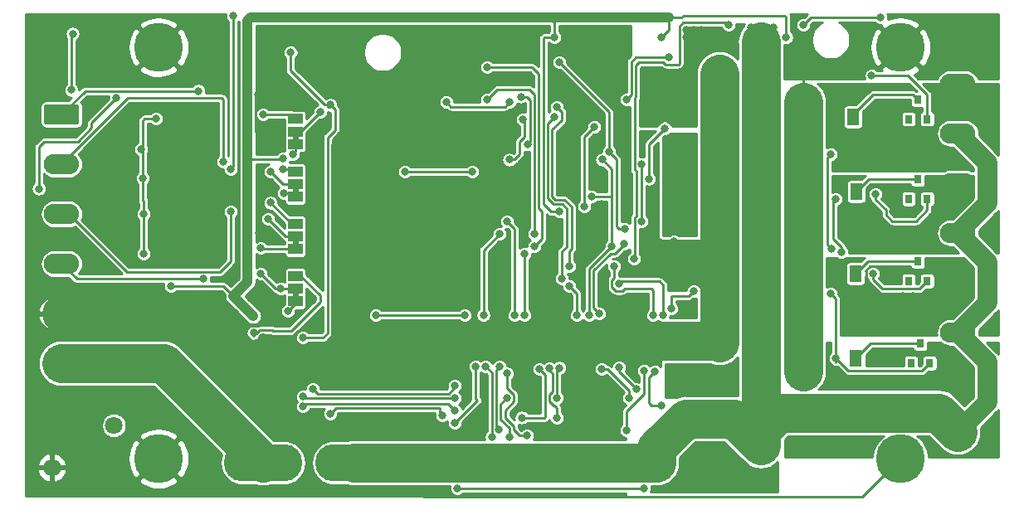
<source format=gbr>
G04 #@! TF.GenerationSoftware,KiCad,Pcbnew,5.1.6-c6e7f7d~87~ubuntu18.04.1*
G04 #@! TF.CreationDate,2020-08-27T22:21:22+02:00*
G04 #@! TF.ProjectId,PeakHoldPWMDriver,5065616b-486f-46c6-9450-574d44726976,rev?*
G04 #@! TF.SameCoordinates,Original*
G04 #@! TF.FileFunction,Copper,L2,Bot*
G04 #@! TF.FilePolarity,Positive*
%FSLAX46Y46*%
G04 Gerber Fmt 4.6, Leading zero omitted, Abs format (unit mm)*
G04 Created by KiCad (PCBNEW 5.1.6-c6e7f7d~87~ubuntu18.04.1) date 2020-08-27 22:21:22*
%MOMM*%
%LPD*%
G01*
G04 APERTURE LIST*
G04 #@! TA.AperFunction,EtchedComponent*
%ADD10C,0.100000*%
G04 #@! TD*
G04 #@! TA.AperFunction,SMDPad,CuDef*
%ADD11R,1.500000X1.000000*%
G04 #@! TD*
G04 #@! TA.AperFunction,SMDPad,CuDef*
%ADD12R,0.800000X0.900000*%
G04 #@! TD*
G04 #@! TA.AperFunction,SMDPad,CuDef*
%ADD13R,1.300000X1.700000*%
G04 #@! TD*
G04 #@! TA.AperFunction,ComponentPad*
%ADD14O,3.600000X2.080000*%
G04 #@! TD*
G04 #@! TA.AperFunction,ComponentPad*
%ADD15C,5.000000*%
G04 #@! TD*
G04 #@! TA.AperFunction,ComponentPad*
%ADD16O,8.000000X3.800000*%
G04 #@! TD*
G04 #@! TA.AperFunction,ComponentPad*
%ADD17C,1.800000*%
G04 #@! TD*
G04 #@! TA.AperFunction,ViaPad*
%ADD18C,0.800000*%
G04 #@! TD*
G04 #@! TA.AperFunction,Conductor*
%ADD19C,0.250000*%
G04 #@! TD*
G04 #@! TA.AperFunction,Conductor*
%ADD20C,1.000000*%
G04 #@! TD*
G04 #@! TA.AperFunction,Conductor*
%ADD21C,2.000000*%
G04 #@! TD*
G04 #@! TA.AperFunction,Conductor*
%ADD22C,4.000000*%
G04 #@! TD*
G04 #@! TA.AperFunction,Conductor*
%ADD23C,0.254000*%
G04 #@! TD*
G04 APERTURE END LIST*
D10*
G36*
X140000000Y-79356000D02*
G01*
X140000000Y-78856000D01*
X139400000Y-78856000D01*
X139400000Y-79356000D01*
X140000000Y-79356000D01*
G37*
G36*
X140000000Y-90054000D02*
G01*
X140000000Y-89554000D01*
X139400000Y-89554000D01*
X139400000Y-90054000D01*
X140000000Y-90054000D01*
G37*
G36*
X140000000Y-95388000D02*
G01*
X140000000Y-94888000D01*
X139400000Y-94888000D01*
X139400000Y-95388000D01*
X140000000Y-95388000D01*
G37*
G36*
X140000000Y-84720000D02*
G01*
X140000000Y-84220000D01*
X139400000Y-84220000D01*
X139400000Y-84720000D01*
X140000000Y-84720000D01*
G37*
D11*
X139700000Y-78456000D03*
X139700000Y-77156000D03*
X139700000Y-79756000D03*
X139700000Y-89154000D03*
X139700000Y-87854000D03*
X139700000Y-90454000D03*
X139700000Y-94488000D03*
X139700000Y-93188000D03*
X139700000Y-95788000D03*
X139700000Y-83820000D03*
X139700000Y-82520000D03*
X139700000Y-85120000D03*
D12*
X203200000Y-75184000D03*
X202250000Y-77184000D03*
X204150000Y-77184000D03*
X203200000Y-91710000D03*
X202250000Y-93710000D03*
X204150000Y-93710000D03*
X203200000Y-83328000D03*
X202250000Y-85328000D03*
X204150000Y-85328000D03*
X203454000Y-100092000D03*
X202504000Y-102092000D03*
X204404000Y-102092000D03*
D13*
X200096000Y-76962000D03*
X196596000Y-76962000D03*
X200350000Y-92964000D03*
X196850000Y-92964000D03*
X200406000Y-84582000D03*
X196906000Y-84582000D03*
X200378000Y-101600000D03*
X196878000Y-101600000D03*
D14*
X115824000Y-102108000D03*
X115824000Y-97028000D03*
X115824000Y-91948000D03*
X115824000Y-86868000D03*
X115824000Y-81788000D03*
G04 #@! TA.AperFunction,ComponentPad*
G36*
G01*
X114273999Y-75668000D02*
X117374001Y-75668000D01*
G75*
G02*
X117624000Y-75917999I0J-249999D01*
G01*
X117624000Y-77498001D01*
G75*
G02*
X117374001Y-77748000I-249999J0D01*
G01*
X114273999Y-77748000D01*
G75*
G02*
X114024000Y-77498001I0J249999D01*
G01*
X114024000Y-75917999D01*
G75*
G02*
X114273999Y-75668000I249999J0D01*
G01*
G37*
G04 #@! TD.AperFunction*
X207264000Y-73558000D03*
X207264000Y-78638000D03*
X207264000Y-83718000D03*
X207264000Y-88798000D03*
X207264000Y-93878000D03*
X207264000Y-98958000D03*
X207264000Y-104038000D03*
G04 #@! TA.AperFunction,ComponentPad*
G36*
G01*
X208814001Y-110158000D02*
X205713999Y-110158000D01*
G75*
G02*
X205464000Y-109908001I0J249999D01*
G01*
X205464000Y-108327999D01*
G75*
G02*
X205713999Y-108078000I249999J0D01*
G01*
X208814001Y-108078000D01*
G75*
G02*
X209064000Y-108327999I0J-249999D01*
G01*
X209064000Y-109908001D01*
G75*
G02*
X208814001Y-110158000I-249999J0D01*
G01*
G37*
G04 #@! TD.AperFunction*
D15*
X201422000Y-111850000D03*
X201422000Y-69850000D03*
X125730000Y-111850000D03*
X125730000Y-69850000D03*
D16*
X145698000Y-112268000D03*
X136398000Y-112268000D03*
D17*
X121158000Y-108458000D03*
X114864750Y-112771351D03*
D18*
X177038000Y-68834000D03*
X166116000Y-68834000D03*
X171958000Y-90170000D03*
X170980010Y-81318010D03*
X166624000Y-86614000D03*
X166346097Y-105640097D03*
X173736000Y-105664000D03*
X166624000Y-102579000D03*
X169672000Y-97222000D03*
X135382000Y-97282000D03*
X134874000Y-96774000D03*
X134239000Y-96139000D03*
X127000000Y-94234000D03*
X134789999Y-69003999D03*
X124206000Y-90932000D03*
X123952000Y-80264000D03*
X134789999Y-85936001D03*
X189761529Y-68830017D03*
X134794594Y-91067002D03*
X138430000Y-81195998D03*
X170942000Y-102710990D03*
X169926000Y-85090000D03*
X124206000Y-86868000D03*
X124093000Y-83199000D03*
X125476000Y-77140000D03*
X186690000Y-99568000D03*
X187452000Y-99568000D03*
X188214000Y-99568000D03*
X188214000Y-98806000D03*
X187452000Y-98806000D03*
X186690000Y-98806000D03*
X188214000Y-97790000D03*
X187452000Y-97790000D03*
X186690000Y-97790000D03*
X188214000Y-97028000D03*
X187452000Y-97028000D03*
X186690000Y-97028000D03*
X188468000Y-67818000D03*
X188468000Y-68580000D03*
X188468000Y-69342000D03*
X188468000Y-70104000D03*
X188468000Y-70866000D03*
X188468000Y-78994000D03*
X188468000Y-79756000D03*
X188468000Y-80518000D03*
X188468000Y-81280000D03*
X187706000Y-81280000D03*
X187706000Y-80518000D03*
X187706000Y-79756000D03*
X187706000Y-78994000D03*
X186944000Y-78994000D03*
X186944000Y-79756000D03*
X186944000Y-80518000D03*
X186944000Y-81280000D03*
X187706000Y-67818000D03*
X186182000Y-67818000D03*
X187706000Y-68580000D03*
X187706000Y-69342000D03*
X187706000Y-70104000D03*
X187706000Y-70866000D03*
X186944000Y-70866000D03*
X186944000Y-70104000D03*
X186944000Y-68580000D03*
X186944000Y-67818000D03*
X186182000Y-70104000D03*
X186182000Y-69342000D03*
X186182000Y-78994000D03*
X186182000Y-70866000D03*
X186182000Y-68580000D03*
X186182000Y-81280000D03*
X186182000Y-80518000D03*
X186182000Y-79756000D03*
X186944000Y-69342000D03*
X187706000Y-110490000D03*
X187706000Y-109474000D03*
X187706000Y-108458000D03*
X187706000Y-107442000D03*
X185928000Y-97028000D03*
X185928000Y-97790000D03*
X185928000Y-98806000D03*
X185928000Y-99568000D03*
X121412000Y-75023499D03*
X113498991Y-84288991D03*
X211074000Y-107696000D03*
X204470000Y-103886000D03*
X201930000Y-104394000D03*
X211074000Y-100330000D03*
X198628000Y-101600000D03*
X194564000Y-103378000D03*
X190500000Y-110490000D03*
X191262000Y-110490000D03*
X192024000Y-110490000D03*
X192786000Y-110490000D03*
X197866000Y-110490000D03*
X202960000Y-103872000D03*
X194383373Y-90418001D03*
X194324000Y-80786000D03*
X210566000Y-88900000D03*
X200660000Y-86614000D03*
X202692000Y-86868000D03*
X202184000Y-89916000D03*
X199136000Y-86868000D03*
X201676000Y-86868000D03*
X210566000Y-98298000D03*
X202692000Y-95250000D03*
X200406000Y-95504000D03*
X196240000Y-95250000D03*
X199136000Y-98044000D03*
X201676000Y-95250000D03*
X199644000Y-78486000D03*
X200914000Y-80518000D03*
X204216000Y-80518000D03*
X200096000Y-76962000D03*
X199390000Y-76962000D03*
X200660000Y-75946000D03*
X199390000Y-75946000D03*
X183882588Y-67555302D03*
X174244000Y-91440000D03*
X199390000Y-66802000D03*
X191516000Y-67564000D03*
X155956000Y-105664000D03*
X161253000Y-105664000D03*
X161528003Y-109668000D03*
X140462000Y-105518999D03*
X140462000Y-99508000D03*
X143256000Y-75729000D03*
X139210977Y-70375571D03*
X155085980Y-75433347D03*
X161544000Y-75438000D03*
X181864000Y-71628000D03*
X136398000Y-99568000D03*
X173228000Y-72644000D03*
X170180000Y-72644000D03*
X170180000Y-107442000D03*
X151130000Y-99822000D03*
X149098000Y-99822000D03*
X146558000Y-99822000D03*
X145288000Y-94996000D03*
X145288000Y-86868000D03*
X160782000Y-99822000D03*
X157734000Y-77216000D03*
X145288000Y-89408000D03*
X145288000Y-90170000D03*
X145288000Y-90932000D03*
X145288000Y-91694000D03*
X145288000Y-100838000D03*
X145288000Y-101600000D03*
X144526000Y-102108000D03*
X143764000Y-102108000D03*
X130665892Y-97934108D03*
X131173892Y-98442108D03*
X141986000Y-73467002D03*
X135128000Y-104068999D03*
X160655000Y-77089000D03*
X145288000Y-80772000D03*
X145288000Y-79248000D03*
X145288000Y-78486000D03*
X146558000Y-115062000D03*
X152400000Y-115316000D03*
X152908000Y-108966000D03*
X151130000Y-108966000D03*
X137668000Y-91694000D03*
X139700000Y-91694000D03*
X143002000Y-77216000D03*
X144145000Y-73533000D03*
X209804000Y-67056000D03*
X209804000Y-70358000D03*
X207010000Y-71120000D03*
X204978000Y-67056000D03*
X170942000Y-84328000D03*
X170942000Y-85852000D03*
X163068000Y-103124000D03*
X164084000Y-92964000D03*
X161036000Y-92202000D03*
X160528000Y-73152000D03*
X161798000Y-70866000D03*
X172720000Y-76962000D03*
X171704000Y-69596000D03*
X136144000Y-85344000D03*
X183642000Y-81788000D03*
X160020000Y-68326000D03*
X162052000Y-68326000D03*
X194818000Y-71882000D03*
X183896000Y-71374000D03*
X191516000Y-76200000D03*
X135991347Y-88798653D03*
X135890000Y-94996000D03*
X141478000Y-81026000D03*
X136906000Y-79745998D03*
X135889999Y-74676000D03*
X137668000Y-89662000D03*
X164338000Y-99822000D03*
X184404000Y-81788000D03*
X182958980Y-71120000D03*
X174752000Y-92964000D03*
X162560000Y-106680000D03*
X160528000Y-79756000D03*
X175768000Y-99822000D03*
X169610010Y-99859966D03*
X171958000Y-99822000D03*
X157734000Y-85090000D03*
X162814000Y-84836000D03*
X174752000Y-97028000D03*
X178303347Y-89657347D03*
X191516000Y-83566000D03*
X191516000Y-84328000D03*
X182880000Y-88392000D03*
X183642000Y-88392000D03*
X182958980Y-96187020D03*
X191516000Y-92710000D03*
X191516000Y-91694000D03*
X191516000Y-100330000D03*
X191008000Y-100898500D03*
X191516000Y-101600000D03*
X182958980Y-81788000D03*
X184404000Y-88392000D03*
X183466980Y-100505020D03*
X184065999Y-100922001D03*
X182958980Y-99997020D03*
X191516000Y-75438000D03*
X191516000Y-74676000D03*
X191008000Y-92262500D03*
X190693500Y-83880500D03*
X175260000Y-78994000D03*
X180340000Y-93218000D03*
X138430000Y-68326000D03*
X136906000Y-69088000D03*
X121412000Y-81534000D03*
X121666000Y-78994000D03*
X121158000Y-71628000D03*
X116332000Y-78740000D03*
X131681892Y-98950108D03*
X114300000Y-67818000D03*
X129794000Y-74298499D03*
X136393347Y-76703347D03*
X132334000Y-81534000D03*
X138430000Y-82296000D03*
X137160000Y-85723642D03*
X133096000Y-86614000D03*
X130313676Y-93509000D03*
X135425370Y-99016630D03*
X155956000Y-104394000D03*
X141478000Y-104708000D03*
X138180653Y-94483347D03*
X136144000Y-92964000D03*
X164592000Y-102710990D03*
X162781500Y-107663500D03*
X133096000Y-82296000D03*
X137160000Y-82550000D03*
X163359000Y-79756000D03*
X162698055Y-74893000D03*
X133350000Y-66665000D03*
X177166596Y-97156596D03*
X172715347Y-93980000D03*
X155956000Y-106934000D03*
X140462000Y-106519002D03*
X136906000Y-87376000D03*
X174472145Y-104746046D03*
X172720000Y-102514980D03*
X142240000Y-76454000D03*
X162908990Y-77216000D03*
X161505989Y-81318011D03*
X194818000Y-101600000D03*
X194310000Y-94996000D03*
X172212000Y-92202000D03*
X176168736Y-97222000D03*
X176366066Y-102978222D03*
X177038000Y-106426000D03*
X156972000Y-97222000D03*
X147888000Y-97222000D03*
X175768000Y-83275000D03*
X177375369Y-78121303D03*
X180340000Y-94737019D03*
X163068000Y-90932000D03*
X163068000Y-97222000D03*
X178054000Y-96542020D03*
X159258000Y-75184000D03*
X164084000Y-88900000D03*
X159258000Y-71882000D03*
X164084000Y-90170000D03*
X166370000Y-75946000D03*
X167603000Y-92202000D03*
X166878000Y-93472000D03*
X166116000Y-76962000D03*
X159729000Y-109668000D03*
X159077999Y-102422000D03*
X155956000Y-108204000D03*
X158077996Y-102422000D03*
X158872010Y-97222000D03*
X160528000Y-88900000D03*
X163322000Y-109474000D03*
X161290000Y-103161000D03*
X161290000Y-87630000D03*
X160528000Y-102422000D03*
X160469557Y-108864040D03*
X162052000Y-97222000D03*
X156210000Y-114868000D03*
X175260000Y-114868000D03*
X198485010Y-72755010D03*
X168402000Y-97222000D03*
X165625175Y-102627499D03*
X166370000Y-107696000D03*
X167644653Y-94229347D03*
X175006000Y-87630000D03*
X175006000Y-81788000D03*
X138938000Y-96774000D03*
X138522533Y-84741039D03*
X136144000Y-90342002D03*
X139446000Y-80772000D03*
X198882000Y-84836000D03*
X195374964Y-90767097D03*
X194818000Y-85344000D03*
X179102000Y-113284000D03*
X179102000Y-114046000D03*
X179102000Y-114808000D03*
X180594000Y-113284000D03*
X180594000Y-114046000D03*
X180594000Y-114808000D03*
X180594000Y-110998000D03*
X183896000Y-113538000D03*
X183134000Y-113538000D03*
X183134000Y-114300000D03*
X183896000Y-114300000D03*
X179864000Y-114808000D03*
X179864000Y-113284000D03*
X179864000Y-112522000D03*
X179864000Y-114046000D03*
X178308000Y-114808000D03*
X177546000Y-114808000D03*
X179864000Y-111728000D03*
X180594000Y-111760000D03*
X180594000Y-112522000D03*
X180086000Y-84074000D03*
X179324000Y-79756000D03*
X180086000Y-78994000D03*
X179324000Y-78994000D03*
X180086000Y-88646000D03*
X180086000Y-80518000D03*
X180086000Y-79756000D03*
X179324000Y-80518000D03*
X180086000Y-85598000D03*
X180086000Y-84836000D03*
X179324000Y-87884000D03*
X179324000Y-87122000D03*
X180086000Y-87884000D03*
X180086000Y-87122000D03*
X180086000Y-86360000D03*
X179324000Y-86360000D03*
X179324000Y-85598000D03*
X179324000Y-84836000D03*
X179324000Y-84074000D03*
X178054000Y-80518000D03*
X177546000Y-84074000D03*
X177546000Y-84836000D03*
X177546000Y-85598000D03*
X198628000Y-92964000D03*
X178816000Y-102870000D03*
X178054000Y-102870000D03*
X178054000Y-104394000D03*
X178054000Y-105156000D03*
X180340000Y-102870000D03*
X179578000Y-102870000D03*
X180340000Y-97028000D03*
X178816000Y-103632000D03*
X180340000Y-103632000D03*
X180340000Y-104394000D03*
X179578000Y-104394000D03*
X179578000Y-105156000D03*
X180340000Y-105156000D03*
X178816000Y-105156000D03*
X178816000Y-104394000D03*
X179578000Y-97028000D03*
X178054000Y-103632000D03*
X179578000Y-103632000D03*
X180594000Y-70612000D03*
X180340000Y-73406000D03*
X179578000Y-72898000D03*
X179324000Y-76708000D03*
X180086000Y-76708000D03*
X181102000Y-68072000D03*
X180340000Y-68072000D03*
X179578000Y-68072000D03*
X179578000Y-68834000D03*
X181102000Y-68834000D03*
X180340000Y-68834000D03*
X179324000Y-75946000D03*
X179324000Y-75184000D03*
X180086000Y-75946000D03*
X180340000Y-74168000D03*
X179832000Y-71374000D03*
X180594000Y-71374000D03*
X179832000Y-70612000D03*
X171704000Y-80518000D03*
X166624000Y-71374000D03*
X173265000Y-88392000D03*
X177800000Y-70866000D03*
X169164000Y-86106000D03*
X170184288Y-77992696D03*
X173482000Y-75184000D03*
X170688000Y-97050020D03*
X173228000Y-89916000D03*
X175264653Y-102865347D03*
X173482000Y-108966000D03*
X154686000Y-107442000D03*
X143256000Y-107244002D03*
X150876000Y-82550000D03*
X157734000Y-82550000D03*
X116840000Y-74205000D03*
X116967000Y-68453000D03*
D19*
X171958000Y-82296000D02*
X170980010Y-81318010D01*
X166346097Y-105640097D02*
X166346097Y-102856903D01*
X166346097Y-102856903D02*
X166624000Y-102579000D01*
X169672000Y-92456000D02*
X171958000Y-90170000D01*
X169672000Y-97222000D02*
X169672000Y-92456000D01*
D20*
X134239000Y-96139000D02*
X135382000Y-97282000D01*
X134789999Y-67140001D02*
X135128000Y-66802000D01*
X133350000Y-95250000D02*
X134239000Y-96139000D01*
X133350000Y-95250000D02*
X134789999Y-93810001D01*
X135128000Y-66802000D02*
X139446000Y-66802000D01*
X139446000Y-66802000D02*
X139482990Y-66765010D01*
D19*
X166116000Y-67310000D02*
X165571010Y-66765010D01*
X166116000Y-68834000D02*
X166116000Y-67310000D01*
X134705998Y-90932000D02*
X134789999Y-91016001D01*
D20*
X134789999Y-93810001D02*
X134789999Y-91016001D01*
D19*
X134451998Y-87884000D02*
X134789999Y-87545999D01*
D20*
X134789999Y-91016001D02*
X134789999Y-87545999D01*
D19*
X132334000Y-94234000D02*
X134239000Y-96139000D01*
X127000000Y-94234000D02*
X132334000Y-94234000D01*
X153670000Y-66982020D02*
X153452990Y-66765010D01*
D20*
X153452990Y-66765010D02*
X165571010Y-66765010D01*
X134789999Y-69003999D02*
X134789999Y-67140001D01*
X139482990Y-66765010D02*
X151928990Y-66765010D01*
D19*
X151892000Y-66802000D02*
X151928990Y-66765010D01*
D20*
X151928990Y-66765010D02*
X153452990Y-66765010D01*
D19*
X124206000Y-85570000D02*
X124093000Y-85457000D01*
X124065000Y-80151000D02*
X123952000Y-80264000D01*
X124093000Y-80151000D02*
X124065000Y-80151000D01*
D20*
X134789999Y-87545999D02*
X134789999Y-85936001D01*
X134789999Y-85936001D02*
X134789999Y-81195999D01*
X134789999Y-81195999D02*
X134789999Y-69003999D01*
D19*
X189761529Y-68830017D02*
X189761529Y-66765529D01*
X189761529Y-66765529D02*
X189641000Y-66645000D01*
X189641000Y-66645000D02*
X179227000Y-66645000D01*
X134874000Y-81280000D02*
X134789999Y-81195999D01*
X138176000Y-81280000D02*
X134874000Y-81280000D01*
X166624000Y-86614000D02*
X165746019Y-86614000D01*
X164984020Y-85852001D02*
X164984020Y-68949980D01*
X165746019Y-86614000D02*
X164984020Y-85852001D01*
X165100000Y-68834000D02*
X166116000Y-68834000D01*
X164984020Y-68949980D02*
X165100000Y-68834000D01*
X171507685Y-102710990D02*
X173736000Y-104939305D01*
X173736000Y-104939305D02*
X173736000Y-105664000D01*
X170942000Y-102710990D02*
X171507685Y-102710990D01*
X169926000Y-85090000D02*
X171958000Y-85090000D01*
X171958000Y-90170000D02*
X171958000Y-85090000D01*
X171958000Y-85090000D02*
X171958000Y-82296000D01*
X177800000Y-68072000D02*
X177800000Y-66802000D01*
X177800000Y-66802000D02*
X177763010Y-66765010D01*
D20*
X165571010Y-66765010D02*
X177763010Y-66765010D01*
D19*
X177800000Y-68072000D02*
X177038000Y-68834000D01*
X179106990Y-66765010D02*
X179227000Y-66645000D01*
X177763010Y-66765010D02*
X179106990Y-66765010D01*
X124206000Y-90932000D02*
X124206000Y-86868000D01*
X124206000Y-86868000D02*
X124206000Y-85570000D01*
X124093000Y-85457000D02*
X124093000Y-83199000D01*
X124093000Y-83199000D02*
X124093000Y-80151000D01*
X124310000Y-77140000D02*
X124093000Y-77357000D01*
X125476000Y-77140000D02*
X124310000Y-77140000D01*
X124093000Y-80151000D02*
X124093000Y-77357000D01*
D21*
X210264010Y-101958010D02*
X207264000Y-98958000D01*
X210264010Y-106117990D02*
X210264010Y-101958010D01*
X207264000Y-109118000D02*
X210264010Y-106117990D01*
X210264010Y-91798010D02*
X207264000Y-88798000D01*
X210264010Y-95957990D02*
X210264010Y-91798010D01*
X207264000Y-98958000D02*
X210264010Y-95957990D01*
X210264010Y-85797990D02*
X210264010Y-81638010D01*
X210264010Y-81638010D02*
X207264000Y-78638000D01*
X207264000Y-88798000D02*
X210264010Y-85797990D01*
D22*
X205295999Y-107149999D02*
X207264000Y-109118000D01*
X189014001Y-107149999D02*
X205295999Y-107149999D01*
X187706000Y-108458000D02*
X189014001Y-107149999D01*
X187158990Y-110529010D02*
X187158990Y-69302990D01*
X187158990Y-69302990D02*
X187198000Y-69263980D01*
X176530000Y-112268000D02*
X176530000Y-110782002D01*
X145698000Y-112268000D02*
X176530000Y-112268000D01*
X184385981Y-107756001D02*
X187158990Y-110529010D01*
X179556001Y-107756001D02*
X184385981Y-107756001D01*
X176530000Y-110782002D02*
X179556001Y-107756001D01*
D19*
X117473590Y-79502000D02*
X114046000Y-79502000D01*
X114046000Y-79502000D02*
X113498991Y-80049009D01*
X118872000Y-78103590D02*
X117473590Y-79502000D01*
X118872000Y-77563499D02*
X118872000Y-78103590D01*
X121412000Y-75023499D02*
X118872000Y-77563499D01*
X113498991Y-80049009D02*
X113498991Y-84288991D01*
X200378000Y-101600000D02*
X198628000Y-101600000D01*
X193983374Y-81126626D02*
X194324000Y-80786000D01*
X193983374Y-90018002D02*
X193983374Y-81126626D01*
X194383373Y-90418001D02*
X193983374Y-90018002D01*
X200406000Y-86360000D02*
X200660000Y-86614000D01*
X200406000Y-84582000D02*
X200406000Y-86360000D01*
X199840315Y-95504000D02*
X200406000Y-95504000D01*
X197902999Y-93566684D02*
X199840315Y-95504000D01*
X197902999Y-92615999D02*
X197902999Y-93566684D01*
X198279999Y-92238999D02*
X197902999Y-92615999D01*
X199624999Y-92238999D02*
X198279999Y-92238999D01*
X200350000Y-92964000D02*
X199624999Y-92238999D01*
X200096000Y-76962000D02*
X200096000Y-76962000D01*
X200096000Y-78034000D02*
X199644000Y-78486000D01*
X200096000Y-76962000D02*
X200096000Y-78034000D01*
X199390000Y-66802000D02*
X192532000Y-66802000D01*
X192278000Y-66802000D02*
X192532000Y-66802000D01*
X191516000Y-67564000D02*
X192278000Y-66802000D01*
X174280999Y-91403001D02*
X174244000Y-91440000D01*
X178779001Y-71591001D02*
X177451999Y-71591001D01*
X178852999Y-71517003D02*
X178779001Y-71591001D01*
X179229999Y-67346999D02*
X178852999Y-67723999D01*
X174280999Y-87281999D02*
X174280999Y-91403001D01*
X178852999Y-67723999D02*
X178852999Y-71517003D01*
X183882588Y-67555302D02*
X183674285Y-67346999D01*
X177451999Y-71591001D02*
X177234998Y-71374000D01*
X174498000Y-82550000D02*
X174498000Y-87064998D01*
X177234998Y-71374000D02*
X174752000Y-71374000D01*
X174280999Y-75021411D02*
X174280999Y-82332999D01*
X174280999Y-82332999D02*
X174498000Y-82550000D01*
X174752000Y-71374000D02*
X174403011Y-71722989D01*
X174403011Y-71722989D02*
X174403011Y-74899399D01*
X174403011Y-74899399D02*
X174280999Y-75021411D01*
X183674285Y-67346999D02*
X179229999Y-67346999D01*
X174498000Y-87064998D02*
X174280999Y-87281999D01*
X155956000Y-105664000D02*
X140607001Y-105664000D01*
X140607001Y-105664000D02*
X140462000Y-105518999D01*
X143020023Y-75964977D02*
X143256000Y-75729000D01*
X143727001Y-78282939D02*
X143727001Y-76200001D01*
X142962990Y-79046950D02*
X143727001Y-78282939D01*
X142962990Y-99060000D02*
X142962990Y-79046950D01*
X142514990Y-99508000D02*
X142962990Y-99060000D01*
X143727001Y-76200001D02*
X143256000Y-75729000D01*
X140462000Y-99508000D02*
X142514990Y-99508000D01*
X139210977Y-72249662D02*
X139210977Y-70375571D01*
X142690315Y-75729000D02*
X139210977Y-72249662D01*
X143256000Y-75729000D02*
X142690315Y-75729000D01*
X161253000Y-105664000D02*
X160629020Y-106287980D01*
X161528003Y-108747963D02*
X161528003Y-109668000D01*
X160629020Y-107848980D02*
X161528003Y-108747963D01*
X160629020Y-106287980D02*
X160629020Y-107848980D01*
X161072999Y-75909001D02*
X161544000Y-75438000D01*
X155561634Y-75909001D02*
X161072999Y-75909001D01*
X155085980Y-75433347D02*
X155561634Y-75909001D01*
X173228000Y-72644000D02*
X170180000Y-72644000D01*
D22*
X145288000Y-102108000D02*
X145542000Y-102108000D01*
X145288000Y-99568000D02*
X145288000Y-94996000D01*
X145288000Y-99568000D02*
X145288000Y-100838000D01*
X145542000Y-99822000D02*
X146558000Y-99822000D01*
X145288000Y-99568000D02*
X145542000Y-99822000D01*
X151130000Y-99822000D02*
X160782000Y-99822000D01*
X149098000Y-99822000D02*
X151130000Y-99822000D01*
X146558000Y-99822000D02*
X149098000Y-99822000D01*
X145288000Y-94996000D02*
X145288000Y-91694000D01*
X145288000Y-86868000D02*
X145288000Y-80772000D01*
X145288000Y-102108000D02*
X144526000Y-102108000D01*
X115858216Y-97062216D02*
X115824000Y-97028000D01*
X129794000Y-97062216D02*
X115858216Y-97062216D01*
D19*
X154940000Y-80010000D02*
X145288000Y-80010000D01*
X157734000Y-77216000D02*
X154940000Y-80010000D01*
D22*
X145288000Y-89408000D02*
X145288000Y-86868000D01*
X145288000Y-90170000D02*
X145288000Y-89408000D01*
X145288000Y-90932000D02*
X145288000Y-90170000D01*
X145288000Y-91694000D02*
X145288000Y-90932000D01*
X145288000Y-80772000D02*
X145288000Y-80010000D01*
X145288000Y-100838000D02*
X145288000Y-101600000D01*
X145288000Y-101600000D02*
X145288000Y-102108000D01*
X144526000Y-102108000D02*
X143764000Y-102108000D01*
X130665892Y-97934108D02*
X129794000Y-97062216D01*
X131173892Y-98442108D02*
X130665892Y-97934108D01*
X131681892Y-98950108D02*
X131173892Y-98442108D01*
D20*
X136398000Y-101092000D02*
X137414000Y-102108000D01*
X136398000Y-99568000D02*
X136398000Y-101092000D01*
D22*
X143764000Y-102108000D02*
X137414000Y-102108000D01*
X137414000Y-102108000D02*
X134839784Y-102108000D01*
D20*
X137160000Y-101854000D02*
X137414000Y-102108000D01*
X137922000Y-101600000D02*
X137414000Y-102108000D01*
D19*
X145288000Y-80010000D02*
X145288000Y-78486000D01*
X141986000Y-73467002D02*
X144079002Y-73467002D01*
X145288000Y-74676000D02*
X145288000Y-79248000D01*
X144079002Y-73467002D02*
X144145000Y-73533000D01*
X135128000Y-102396216D02*
X134839784Y-102108000D01*
X135128000Y-104068999D02*
X135128000Y-102396216D01*
X145288000Y-79248000D02*
X145288000Y-80010000D01*
X145288000Y-78486000D02*
X145288000Y-77470000D01*
X145161000Y-74549000D02*
X145288000Y-74676000D01*
X144145000Y-73533000D02*
X145161000Y-74549000D01*
X201422000Y-69850000D02*
X199390000Y-71882000D01*
X199390000Y-71882000D02*
X197358000Y-71882000D01*
X197358000Y-71882000D02*
X194818000Y-71882000D01*
X191770000Y-71882000D02*
X191516000Y-72136000D01*
X191516000Y-72136000D02*
X191516000Y-74676000D01*
X194818000Y-71882000D02*
X191770000Y-71882000D01*
X135991347Y-85496653D02*
X136144000Y-85344000D01*
X135991347Y-88798653D02*
X135991347Y-85496653D01*
X133078892Y-100290106D02*
X133078892Y-100347108D01*
X135077369Y-98291629D02*
X133078892Y-100290106D01*
X135773371Y-98291629D02*
X135077369Y-98291629D01*
X136289999Y-97775001D02*
X135773371Y-98291629D01*
X136289999Y-95395999D02*
X136289999Y-97775001D01*
X135890000Y-94996000D02*
X136289999Y-95395999D01*
D22*
X134839784Y-102108000D02*
X133078892Y-100347108D01*
X133078892Y-100347108D02*
X131681892Y-98950108D01*
D19*
X135668346Y-74897653D02*
X135889999Y-74676000D01*
X136906000Y-79745998D02*
X135668346Y-78508344D01*
X135668346Y-78508344D02*
X135668346Y-74897653D01*
X136854694Y-89662000D02*
X135991347Y-88798653D01*
X137668000Y-89662000D02*
X136854694Y-89662000D01*
D22*
X164338000Y-99822000D02*
X166878000Y-99822000D01*
X166878000Y-99822000D02*
X171450000Y-99822000D01*
X160782000Y-99822000D02*
X164338000Y-99822000D01*
D19*
X160528000Y-77216000D02*
X160655000Y-77089000D01*
X160528000Y-79756000D02*
X160528000Y-77216000D01*
D22*
X171450000Y-99822000D02*
X171958000Y-99822000D01*
X171958000Y-99822000D02*
X175768000Y-99822000D01*
D19*
X182630653Y-89657347D02*
X182880000Y-89408000D01*
X178303347Y-89657347D02*
X182630653Y-89657347D01*
D22*
X175768000Y-99822000D02*
X181610000Y-99822000D01*
X182958980Y-96187020D02*
X182958980Y-99997020D01*
X182958980Y-72565020D02*
X182958980Y-79169020D01*
X182958980Y-83233020D02*
X182958980Y-81709020D01*
X182958980Y-81709020D02*
X182958980Y-77391020D01*
X182958980Y-79169020D02*
X182958980Y-96187020D01*
X182958980Y-77391020D02*
X182958980Y-72565020D01*
X182958980Y-99822000D02*
X182958980Y-83233020D01*
X181610000Y-99822000D02*
X182958980Y-99822000D01*
X191516000Y-76200000D02*
X191516000Y-83058000D01*
X191516000Y-75438000D02*
X191516000Y-76200000D01*
X191516000Y-83058000D02*
X191516000Y-84582000D01*
X191516000Y-84582000D02*
X191516000Y-91694000D01*
X191516000Y-91694000D02*
X191516000Y-92710000D01*
X191516000Y-92710000D02*
X191516000Y-100330000D01*
X191516000Y-100330000D02*
X191516000Y-101600000D01*
X191516000Y-101600000D02*
X191516000Y-102949989D01*
D19*
X152811990Y-115727990D02*
X152400000Y-115316000D01*
X201422000Y-111850000D02*
X197544010Y-115727990D01*
X197544010Y-115727990D02*
X152811990Y-115727990D01*
X191516000Y-75438000D02*
X191516000Y-76200000D01*
X191516000Y-74676000D02*
X191516000Y-75438000D01*
D22*
X131681892Y-98950108D02*
X131681892Y-98950108D01*
D19*
X114767999Y-67350001D02*
X114300000Y-67818000D01*
X125730000Y-69850000D02*
X123230001Y-67350001D01*
X123230001Y-67350001D02*
X114767999Y-67350001D01*
D22*
X126238000Y-102108000D02*
X136398000Y-112268000D01*
X115824000Y-102108000D02*
X126238000Y-102108000D01*
D19*
X115824000Y-76708000D02*
X118233501Y-74298499D01*
X118233501Y-74298499D02*
X129794000Y-74298499D01*
X139247347Y-76703347D02*
X139700000Y-77156000D01*
X136393347Y-76703347D02*
X139247347Y-76703347D01*
X132334000Y-81534000D02*
X132334000Y-75184000D01*
X122588501Y-75023499D02*
X115824000Y-81788000D01*
X132173499Y-75023499D02*
X122588501Y-75023499D01*
X132334000Y-75184000D02*
X132173499Y-75023499D01*
X139476000Y-82296000D02*
X139700000Y-82520000D01*
X138430000Y-82296000D02*
X139476000Y-82296000D01*
X139700000Y-87854000D02*
X139290358Y-87854000D01*
X139290358Y-87854000D02*
X137160000Y-85723642D01*
X115824000Y-86868000D02*
X116586000Y-86868000D01*
X122501999Y-92783999D02*
X132006001Y-92783999D01*
X116586000Y-86868000D02*
X122501999Y-92783999D01*
X133096000Y-91694000D02*
X133096000Y-86614000D01*
X132006001Y-92783999D02*
X133096000Y-91694000D01*
X115824000Y-91948000D02*
X117094000Y-91948000D01*
X115824000Y-91948000D02*
X116078000Y-91948000D01*
X115824000Y-91948000D02*
X116586000Y-91948000D01*
X117385000Y-93509000D02*
X115824000Y-91948000D01*
X130313676Y-93509000D02*
X117385000Y-93509000D01*
X136056270Y-98742990D02*
X137350990Y-98742990D01*
X137350990Y-98742990D02*
X137414000Y-98806000D01*
X137414000Y-98806000D02*
X139249002Y-98806000D01*
X142203001Y-95852001D02*
X142203001Y-95155999D01*
X139249002Y-98806000D02*
X142203001Y-95852001D01*
X135382000Y-99314000D02*
X135636000Y-99060000D01*
X135739260Y-99060000D02*
X136056270Y-98742990D01*
X135636000Y-99060000D02*
X135739260Y-99060000D01*
X142203001Y-95155999D02*
X140235002Y-93188000D01*
X139700000Y-94488000D02*
X139011999Y-94488000D01*
X137663347Y-94483347D02*
X138180653Y-94483347D01*
X136144000Y-92964000D02*
X137663347Y-94483347D01*
X138185306Y-94488000D02*
X138180653Y-94483347D01*
X139700000Y-94488000D02*
X138185306Y-94488000D01*
X155956000Y-104590998D02*
X155956000Y-104394000D01*
X155333008Y-105213990D02*
X155956000Y-104590998D01*
X141983990Y-105213990D02*
X155333008Y-105213990D01*
X141478000Y-104708000D02*
X141983990Y-105213990D01*
X162781500Y-107663500D02*
X165132500Y-107663500D01*
X165171086Y-103290076D02*
X164592000Y-102710990D01*
X165171086Y-107624914D02*
X165171086Y-103290076D01*
X165132500Y-107663500D02*
X165171086Y-107624914D01*
X138430000Y-83820000D02*
X139700000Y-83820000D01*
X137160000Y-82550000D02*
X138430000Y-83820000D01*
X163359000Y-79719000D02*
X163633990Y-79444010D01*
X163359000Y-79756000D02*
X163359000Y-79719000D01*
X162735055Y-74930000D02*
X162698055Y-74893000D01*
X163322000Y-74930000D02*
X163633990Y-75241990D01*
X163633990Y-79444010D02*
X163633990Y-75241990D01*
X163322000Y-74930000D02*
X162735055Y-74930000D01*
X133350000Y-82042000D02*
X133096000Y-82296000D01*
X133350000Y-66665000D02*
X133350000Y-82042000D01*
X177166596Y-94108596D02*
X176820999Y-93762999D01*
X176820999Y-93762999D02*
X172932348Y-93762999D01*
X172932348Y-93762999D02*
X172715347Y-93980000D01*
X177166596Y-97156596D02*
X177166596Y-94108596D01*
X155541002Y-106519002D02*
X155956000Y-106934000D01*
X138684000Y-89154000D02*
X136906000Y-87376000D01*
X139700000Y-89154000D02*
X138684000Y-89154000D01*
X174472145Y-104746046D02*
X172720000Y-102993901D01*
X172720000Y-102993901D02*
X172720000Y-102514980D01*
X155266000Y-106244000D02*
X155541002Y-106519002D01*
X140644000Y-106244000D02*
X155266000Y-106244000D01*
X140462000Y-106426000D02*
X140644000Y-106244000D01*
X140462000Y-106519002D02*
X140462000Y-106426000D01*
X140238000Y-78456000D02*
X142240000Y-76454000D01*
X139700000Y-78456000D02*
X140238000Y-78456000D01*
X162560000Y-79481998D02*
X163047998Y-78994000D01*
X162908990Y-77350994D02*
X162908990Y-77216000D01*
X163047998Y-78994000D02*
X163047998Y-77490002D01*
X163047998Y-77490002D02*
X162908990Y-77350994D01*
X162560000Y-80772000D02*
X162560000Y-79481998D01*
X162013989Y-81318011D02*
X161505989Y-81318011D01*
X162560000Y-80772000D02*
X162013989Y-81318011D01*
X194818000Y-101982002D02*
X194818000Y-101600000D01*
X196085001Y-102867001D02*
X194818000Y-101600000D01*
X203628999Y-102867001D02*
X196085001Y-102867001D01*
X204404000Y-102092000D02*
X203628999Y-102867001D01*
X194818000Y-101600000D02*
X194818000Y-95504000D01*
X194818000Y-95504000D02*
X194310000Y-94996000D01*
X171990346Y-94328001D02*
X171990346Y-93631999D01*
X171990346Y-93631999D02*
X172212000Y-93410345D01*
X172212000Y-93410345D02*
X172212000Y-92202000D01*
X176022000Y-94488000D02*
X173280349Y-94488000D01*
X176168736Y-94634736D02*
X176022000Y-94488000D01*
X173280349Y-94488000D02*
X173063348Y-94705001D01*
X173063348Y-94705001D02*
X172367346Y-94705001D01*
X172367346Y-94705001D02*
X171990346Y-94328001D01*
X176168736Y-97222000D02*
X176168736Y-94634736D01*
X177038000Y-106426000D02*
X176022000Y-106426000D01*
X176022000Y-106426000D02*
X175768000Y-106172000D01*
X175768000Y-103576288D02*
X176366066Y-102978222D01*
X175768000Y-106172000D02*
X175768000Y-103576288D01*
X156972000Y-97222000D02*
X147888000Y-97222000D01*
X175768000Y-79728672D02*
X175768000Y-81026000D01*
X175768000Y-81026000D02*
X175768000Y-83275000D01*
X177375369Y-78121303D02*
X175768000Y-79728672D01*
X163068000Y-90932000D02*
X163068000Y-97222000D01*
X178054000Y-96542020D02*
X178054000Y-95250000D01*
X179827019Y-95250000D02*
X180340000Y-94737019D01*
X178054000Y-95250000D02*
X179827019Y-95250000D01*
X160274000Y-74168000D02*
X159258000Y-75184000D01*
X163576000Y-74168000D02*
X160274000Y-74168000D01*
X164084000Y-74676000D02*
X163576000Y-74168000D01*
X164084000Y-88900000D02*
X164084000Y-74676000D01*
X164809001Y-86577001D02*
X164809001Y-89444999D01*
X164534010Y-86302010D02*
X164809001Y-86577001D01*
X164809001Y-89444999D02*
X164084000Y-90170000D01*
X164534010Y-72586010D02*
X164534010Y-86302010D01*
X159258000Y-71882000D02*
X163830000Y-71882000D01*
X163830000Y-71882000D02*
X164534010Y-72586010D01*
X166841001Y-77314655D02*
X166841001Y-76417001D01*
X166841001Y-76417001D02*
X166370000Y-75946000D01*
X166173990Y-85401990D02*
X165884040Y-85112040D01*
X165884040Y-85112040D02*
X165884040Y-78271616D01*
X167857000Y-86137588D02*
X167121403Y-85401991D01*
X167121403Y-85401991D02*
X166173990Y-85401990D01*
X165884040Y-78271616D02*
X166841001Y-77314655D01*
X167603000Y-90641000D02*
X167857000Y-90387000D01*
X167603000Y-92202000D02*
X167603000Y-90641000D01*
X167857000Y-90387000D02*
X167857000Y-86137588D01*
X165434030Y-85298440D02*
X165434030Y-77643970D01*
X165434030Y-77643970D02*
X166116000Y-76962000D01*
X167406990Y-86323988D02*
X166935002Y-85852000D01*
X166935002Y-85852000D02*
X165987589Y-85851999D01*
X165987589Y-85851999D02*
X165434030Y-85298440D01*
X166878000Y-90719980D02*
X167406990Y-90190990D01*
X166878000Y-93472000D02*
X166878000Y-90719980D01*
X167406990Y-90190990D02*
X167406990Y-86323988D01*
X159729000Y-109668000D02*
X159729000Y-103073001D01*
X159729000Y-103073001D02*
X159077999Y-102422000D01*
X155956000Y-108204000D02*
X158242000Y-105918000D01*
X158242000Y-105918000D02*
X158077996Y-105753996D01*
X158077996Y-105753996D02*
X158077996Y-102422000D01*
X158872010Y-97222000D02*
X158872010Y-90555990D01*
X158872010Y-90555990D02*
X160528000Y-88900000D01*
X161787999Y-105145999D02*
X161290000Y-104648000D01*
X161808001Y-105145999D02*
X161787999Y-105145999D01*
X161978001Y-105315999D02*
X161808001Y-105145999D01*
X161290000Y-104648000D02*
X161290000Y-103161000D01*
X161978001Y-106012001D02*
X161978001Y-105315999D01*
X163322000Y-109474000D02*
X162560000Y-109474000D01*
X162560000Y-109474000D02*
X161978013Y-108892013D01*
X161978013Y-108892013D02*
X161978012Y-108561562D01*
X161079030Y-106910972D02*
X161978001Y-106012001D01*
X161978012Y-108561562D02*
X161079030Y-107662580D01*
X161079030Y-107662580D02*
X161079030Y-106910972D01*
X160469557Y-108864040D02*
X160426040Y-108864040D01*
X162052000Y-88392000D02*
X161290000Y-87630000D01*
X162052000Y-97222000D02*
X162052000Y-88392000D01*
X160179010Y-108617010D02*
X160179010Y-102770990D01*
X160426040Y-108864040D02*
X160179010Y-108617010D01*
X160528000Y-102422000D02*
X160179010Y-102770990D01*
X156210000Y-114868000D02*
X175260000Y-114868000D01*
X196596000Y-76962000D02*
X196596000Y-76708000D01*
X196596000Y-76708000D02*
X198628000Y-74676000D01*
X202692000Y-74676000D02*
X203200000Y-75184000D01*
X198628000Y-74676000D02*
X202692000Y-74676000D01*
X202206012Y-72755010D02*
X198485010Y-72755010D01*
X204150000Y-74698998D02*
X202206012Y-72755010D01*
X204150000Y-77184000D02*
X204150000Y-74698998D01*
X165625175Y-102627499D02*
X165625175Y-102887175D01*
X165625175Y-102887175D02*
X165896087Y-103158087D01*
X165621096Y-105988098D02*
X166058998Y-106426000D01*
X165621096Y-105292096D02*
X165621096Y-105988098D01*
X165896087Y-103158087D02*
X165896087Y-105017105D01*
X165896087Y-105017105D02*
X165621096Y-105292096D01*
X166058998Y-106426000D02*
X166116000Y-106426000D01*
X166370000Y-106680000D02*
X166370000Y-107696000D01*
X166116000Y-106426000D02*
X166370000Y-106680000D01*
X168402000Y-97222000D02*
X168402000Y-94986694D01*
X168402000Y-94986694D02*
X167644653Y-94229347D01*
X175006000Y-81788000D02*
X175006000Y-87630000D01*
X139700000Y-95788000D02*
X139700000Y-96012000D01*
X139700000Y-96012000D02*
X138938000Y-96774000D01*
X139321039Y-84741039D02*
X139700000Y-85120000D01*
X138522533Y-84741039D02*
X139321039Y-84741039D01*
X139700000Y-90454000D02*
X136255998Y-90454000D01*
X136255998Y-90454000D02*
X136144000Y-90342002D01*
X139700000Y-79756000D02*
X139700000Y-80518000D01*
X139700000Y-80518000D02*
X139446000Y-80772000D01*
X198386000Y-100092000D02*
X196878000Y-101600000D01*
X203454000Y-100092000D02*
X198386000Y-100092000D01*
X198160000Y-83328000D02*
X196906000Y-84582000D01*
X203200000Y-83328000D02*
X198160000Y-83328000D01*
X204150000Y-86483002D02*
X204150000Y-85328000D01*
X199934999Y-86962001D02*
X200565999Y-87593001D01*
X199934999Y-86454684D02*
X199934999Y-86962001D01*
X200565999Y-87593001D02*
X203040001Y-87593001D01*
X198882000Y-85401685D02*
X199934999Y-86454684D01*
X203040001Y-87593001D02*
X204150000Y-86483002D01*
X198882000Y-84836000D02*
X198882000Y-85401685D01*
X194564000Y-89408000D02*
X194564000Y-85598000D01*
X194564000Y-85598000D02*
X194818000Y-85344000D01*
X195374964Y-90218964D02*
X194564000Y-89408000D01*
X195374964Y-90767097D02*
X195374964Y-90218964D01*
X196850000Y-92202000D02*
X196850000Y-93506000D01*
X198104000Y-91710000D02*
X196850000Y-92964000D01*
X203200000Y-91710000D02*
X198104000Y-91710000D01*
X203374999Y-94485001D02*
X204150000Y-93710000D01*
X199583316Y-94485001D02*
X203374999Y-94485001D01*
X198628000Y-93529685D02*
X199583316Y-94485001D01*
X198628000Y-92964000D02*
X198628000Y-93529685D01*
X171704000Y-76454000D02*
X171704000Y-80518000D01*
X166624000Y-71374000D02*
X171704000Y-76454000D01*
X171704000Y-80518000D02*
X172466000Y-81280000D01*
X172466000Y-81280000D02*
X172466000Y-88138000D01*
X172720000Y-88392000D02*
X173265000Y-88392000D01*
X172466000Y-88138000D02*
X172720000Y-88392000D01*
X169164000Y-86106000D02*
X169164000Y-79012984D01*
X169164000Y-79012984D02*
X170184288Y-77992696D01*
X173953001Y-74712999D02*
X173482000Y-75184000D01*
X173953001Y-71337001D02*
X173953001Y-74712999D01*
X174424002Y-70866000D02*
X173953001Y-71337001D01*
X177800000Y-70866000D02*
X174424002Y-70866000D01*
X175264653Y-105208349D02*
X173482000Y-106991002D01*
X175264653Y-102865347D02*
X175264653Y-105208349D01*
X172306001Y-90895001D02*
X173228000Y-89973002D01*
X170688000Y-97050020D02*
X170236988Y-96599008D01*
X173228000Y-89973002D02*
X173228000Y-89916000D01*
X170236988Y-96599008D02*
X170236988Y-96576988D01*
X170122010Y-96462010D02*
X170122010Y-92642400D01*
X170236988Y-96576988D02*
X170122010Y-96462010D01*
X170122010Y-92642400D02*
X171869409Y-90895001D01*
X171869409Y-90895001D02*
X172306001Y-90895001D01*
X173482000Y-108712000D02*
X173482000Y-108929000D01*
X173482000Y-106991002D02*
X173482000Y-108712000D01*
X173482000Y-108929000D02*
X173482000Y-108966000D01*
X154432000Y-106694010D02*
X154432000Y-107188000D01*
X154432000Y-107188000D02*
X154686000Y-107442000D01*
X143805992Y-106694010D02*
X154432000Y-106694010D01*
X143256000Y-107244002D02*
X143805992Y-106694010D01*
X157734000Y-82550000D02*
X150876000Y-82550000D01*
X116840000Y-68580000D02*
X116967000Y-68453000D01*
X116840000Y-74205000D02*
X116840000Y-68580000D01*
D23*
G36*
X132569000Y-66588078D02*
G01*
X132569000Y-66741922D01*
X132599013Y-66892809D01*
X132657887Y-67034942D01*
X132743358Y-67162859D01*
X132844000Y-67263501D01*
X132844001Y-80939500D01*
X132840000Y-80935499D01*
X132840000Y-75208854D01*
X132842448Y-75184000D01*
X132832678Y-75084807D01*
X132821964Y-75049486D01*
X132803745Y-74989425D01*
X132756759Y-74901521D01*
X132693527Y-74824473D01*
X132674215Y-74808624D01*
X132548875Y-74683284D01*
X132533026Y-74663972D01*
X132455978Y-74600740D01*
X132368074Y-74553754D01*
X132272692Y-74524821D01*
X132198353Y-74517499D01*
X132198345Y-74517499D01*
X132173499Y-74515052D01*
X132148653Y-74517499D01*
X130546739Y-74517499D01*
X130575000Y-74375421D01*
X130575000Y-74221577D01*
X130544987Y-74070690D01*
X130486113Y-73928557D01*
X130400642Y-73800640D01*
X130291859Y-73691857D01*
X130163942Y-73606386D01*
X130021809Y-73547512D01*
X129870922Y-73517499D01*
X129717078Y-73517499D01*
X129566191Y-73547512D01*
X129424058Y-73606386D01*
X129296141Y-73691857D01*
X129195499Y-73792499D01*
X118258347Y-73792499D01*
X118233501Y-73790052D01*
X118208655Y-73792499D01*
X118208647Y-73792499D01*
X118134308Y-73799821D01*
X118038926Y-73828754D01*
X117951022Y-73875740D01*
X117873974Y-73938972D01*
X117858129Y-73958279D01*
X117621000Y-74195408D01*
X117621000Y-74128078D01*
X117590987Y-73977191D01*
X117532113Y-73835058D01*
X117446642Y-73707141D01*
X117346000Y-73606499D01*
X117346000Y-72053148D01*
X123706457Y-72053148D01*
X123982627Y-72471118D01*
X124527557Y-72761649D01*
X125118696Y-72940287D01*
X125733328Y-73000168D01*
X126347831Y-72938990D01*
X126938592Y-72759103D01*
X127477373Y-72471118D01*
X127753543Y-72053148D01*
X125730000Y-70029605D01*
X123706457Y-72053148D01*
X117346000Y-72053148D01*
X117346000Y-69853328D01*
X122579832Y-69853328D01*
X122641010Y-70467831D01*
X122820897Y-71058592D01*
X123108882Y-71597373D01*
X123526852Y-71873543D01*
X125550395Y-69850000D01*
X125909605Y-69850000D01*
X127933148Y-71873543D01*
X128351118Y-71597373D01*
X128641649Y-71052443D01*
X128820287Y-70461304D01*
X128880168Y-69846672D01*
X128818990Y-69232169D01*
X128639103Y-68641408D01*
X128351118Y-68102627D01*
X127933148Y-67826457D01*
X125909605Y-69850000D01*
X125550395Y-69850000D01*
X123526852Y-67826457D01*
X123108882Y-68102627D01*
X122818351Y-68647557D01*
X122639713Y-69238696D01*
X122579832Y-69853328D01*
X117346000Y-69853328D01*
X117346000Y-69139061D01*
X117464859Y-69059642D01*
X117573642Y-68950859D01*
X117659113Y-68822942D01*
X117717987Y-68680809D01*
X117748000Y-68529922D01*
X117748000Y-68376078D01*
X117717987Y-68225191D01*
X117659113Y-68083058D01*
X117573642Y-67955141D01*
X117464859Y-67846358D01*
X117336942Y-67760887D01*
X117194809Y-67702013D01*
X117043922Y-67672000D01*
X116890078Y-67672000D01*
X116739191Y-67702013D01*
X116597058Y-67760887D01*
X116469141Y-67846358D01*
X116360358Y-67955141D01*
X116274887Y-68083058D01*
X116216013Y-68225191D01*
X116186000Y-68376078D01*
X116186000Y-68529922D01*
X116216013Y-68680809D01*
X116274887Y-68822942D01*
X116334001Y-68911413D01*
X116334000Y-73606499D01*
X116233358Y-73707141D01*
X116147887Y-73835058D01*
X116089013Y-73977191D01*
X116059000Y-74128078D01*
X116059000Y-74281922D01*
X116089013Y-74432809D01*
X116147887Y-74574942D01*
X116233358Y-74702859D01*
X116342141Y-74811642D01*
X116470058Y-74897113D01*
X116612191Y-74955987D01*
X116763078Y-74986000D01*
X116830408Y-74986000D01*
X116531252Y-75285157D01*
X114273999Y-75285157D01*
X114150538Y-75297317D01*
X114031821Y-75333329D01*
X113922411Y-75391810D01*
X113826512Y-75470512D01*
X113747810Y-75566411D01*
X113689329Y-75675821D01*
X113653317Y-75794538D01*
X113641157Y-75917999D01*
X113641157Y-77498001D01*
X113653317Y-77621462D01*
X113689329Y-77740179D01*
X113747810Y-77849589D01*
X113826512Y-77945488D01*
X113922411Y-78024190D01*
X114031821Y-78082671D01*
X114150538Y-78118683D01*
X114273999Y-78130843D01*
X117374001Y-78130843D01*
X117497462Y-78118683D01*
X117616179Y-78082671D01*
X117725589Y-78024190D01*
X117821488Y-77945488D01*
X117900190Y-77849589D01*
X117958671Y-77740179D01*
X117994683Y-77621462D01*
X118006843Y-77498001D01*
X118006843Y-75917999D01*
X117994683Y-75794538D01*
X117958671Y-75675821D01*
X117900190Y-75566411D01*
X117821488Y-75470512D01*
X117797097Y-75450495D01*
X118443093Y-74804499D01*
X120659261Y-74804499D01*
X120631000Y-74946577D01*
X120631000Y-75088907D01*
X118531785Y-77188123D01*
X118512473Y-77203972D01*
X118449241Y-77281020D01*
X118402255Y-77368925D01*
X118373322Y-77464307D01*
X118366000Y-77538646D01*
X118366000Y-77538653D01*
X118363553Y-77563499D01*
X118366000Y-77588346D01*
X118366001Y-77893998D01*
X117263999Y-78996000D01*
X114070854Y-78996000D01*
X114046000Y-78993552D01*
X113946807Y-79003322D01*
X113851425Y-79032255D01*
X113763521Y-79079241D01*
X113686473Y-79142473D01*
X113670629Y-79161779D01*
X113158776Y-79673633D01*
X113139464Y-79689482D01*
X113076232Y-79766530D01*
X113029246Y-79854435D01*
X113000313Y-79949817D01*
X112992991Y-80024156D01*
X112992991Y-80024163D01*
X112990544Y-80049009D01*
X112992991Y-80073855D01*
X112992992Y-83690489D01*
X112892349Y-83791132D01*
X112806878Y-83919049D01*
X112748004Y-84061182D01*
X112717991Y-84212069D01*
X112717991Y-84365913D01*
X112748004Y-84516800D01*
X112806878Y-84658933D01*
X112892349Y-84786850D01*
X113001132Y-84895633D01*
X113129049Y-84981104D01*
X113271182Y-85039978D01*
X113422069Y-85069991D01*
X113575913Y-85069991D01*
X113726800Y-85039978D01*
X113868933Y-84981104D01*
X113996850Y-84895633D01*
X114105633Y-84786850D01*
X114191104Y-84658933D01*
X114249978Y-84516800D01*
X114279991Y-84365913D01*
X114279991Y-84212069D01*
X114249978Y-84061182D01*
X114191104Y-83919049D01*
X114105633Y-83791132D01*
X114004991Y-83690490D01*
X114004991Y-82737528D01*
X114054340Y-82797660D01*
X114270715Y-82975235D01*
X114517576Y-83107184D01*
X114785435Y-83188439D01*
X114994196Y-83209000D01*
X116653804Y-83209000D01*
X116862565Y-83188439D01*
X117130424Y-83107184D01*
X117377285Y-82975235D01*
X117593660Y-82797660D01*
X117771235Y-82581285D01*
X117903184Y-82334424D01*
X117984439Y-82066565D01*
X118011875Y-81788000D01*
X117984439Y-81509435D01*
X117903184Y-81241576D01*
X117771235Y-80994715D01*
X117593660Y-80778340D01*
X117569269Y-80758323D01*
X118140514Y-80187078D01*
X123171000Y-80187078D01*
X123171000Y-80340922D01*
X123201013Y-80491809D01*
X123259887Y-80633942D01*
X123345358Y-80761859D01*
X123454141Y-80870642D01*
X123582058Y-80956113D01*
X123587001Y-80958160D01*
X123587000Y-82600499D01*
X123486358Y-82701141D01*
X123400887Y-82829058D01*
X123342013Y-82971191D01*
X123312000Y-83122078D01*
X123312000Y-83275922D01*
X123342013Y-83426809D01*
X123400887Y-83568942D01*
X123486358Y-83696859D01*
X123587001Y-83797502D01*
X123587000Y-85432154D01*
X123584553Y-85457000D01*
X123587000Y-85481846D01*
X123587000Y-85481853D01*
X123594322Y-85556192D01*
X123623255Y-85651574D01*
X123670241Y-85739479D01*
X123700001Y-85775741D01*
X123700000Y-86269499D01*
X123599358Y-86370141D01*
X123513887Y-86498058D01*
X123455013Y-86640191D01*
X123425000Y-86791078D01*
X123425000Y-86944922D01*
X123455013Y-87095809D01*
X123513887Y-87237942D01*
X123599358Y-87365859D01*
X123700001Y-87466502D01*
X123700000Y-90333499D01*
X123599358Y-90434141D01*
X123513887Y-90562058D01*
X123455013Y-90704191D01*
X123425000Y-90855078D01*
X123425000Y-91008922D01*
X123455013Y-91159809D01*
X123513887Y-91301942D01*
X123599358Y-91429859D01*
X123708141Y-91538642D01*
X123836058Y-91624113D01*
X123978191Y-91682987D01*
X124129078Y-91713000D01*
X124282922Y-91713000D01*
X124433809Y-91682987D01*
X124575942Y-91624113D01*
X124703859Y-91538642D01*
X124812642Y-91429859D01*
X124898113Y-91301942D01*
X124956987Y-91159809D01*
X124987000Y-91008922D01*
X124987000Y-90855078D01*
X124956987Y-90704191D01*
X124898113Y-90562058D01*
X124812642Y-90434141D01*
X124712000Y-90333499D01*
X124712000Y-87466501D01*
X124812642Y-87365859D01*
X124898113Y-87237942D01*
X124956987Y-87095809D01*
X124987000Y-86944922D01*
X124987000Y-86791078D01*
X124956987Y-86640191D01*
X124898113Y-86498058D01*
X124812642Y-86370141D01*
X124712000Y-86269499D01*
X124712000Y-85594845D01*
X124714447Y-85569999D01*
X124712000Y-85545153D01*
X124712000Y-85545146D01*
X124704678Y-85470807D01*
X124703694Y-85467561D01*
X124683711Y-85401685D01*
X124675745Y-85375425D01*
X124628759Y-85287521D01*
X124599000Y-85251260D01*
X124599000Y-83797501D01*
X124699642Y-83696859D01*
X124785113Y-83568942D01*
X124843987Y-83426809D01*
X124874000Y-83275922D01*
X124874000Y-83122078D01*
X124843987Y-82971191D01*
X124785113Y-82829058D01*
X124699642Y-82701141D01*
X124599000Y-82600499D01*
X124599000Y-80701459D01*
X124644113Y-80633942D01*
X124702987Y-80491809D01*
X124733000Y-80340922D01*
X124733000Y-80187078D01*
X124702987Y-80036191D01*
X124644113Y-79894058D01*
X124599000Y-79826541D01*
X124599000Y-77646000D01*
X124877499Y-77646000D01*
X124978141Y-77746642D01*
X125106058Y-77832113D01*
X125248191Y-77890987D01*
X125399078Y-77921000D01*
X125552922Y-77921000D01*
X125703809Y-77890987D01*
X125845942Y-77832113D01*
X125973859Y-77746642D01*
X126082642Y-77637859D01*
X126168113Y-77509942D01*
X126226987Y-77367809D01*
X126257000Y-77216922D01*
X126257000Y-77063078D01*
X126226987Y-76912191D01*
X126168113Y-76770058D01*
X126082642Y-76642141D01*
X125973859Y-76533358D01*
X125845942Y-76447887D01*
X125703809Y-76389013D01*
X125552922Y-76359000D01*
X125399078Y-76359000D01*
X125248191Y-76389013D01*
X125106058Y-76447887D01*
X124978141Y-76533358D01*
X124877499Y-76634000D01*
X124334845Y-76634000D01*
X124309999Y-76631553D01*
X124285153Y-76634000D01*
X124285146Y-76634000D01*
X124220694Y-76640348D01*
X124210806Y-76641322D01*
X124188607Y-76648056D01*
X124115425Y-76670255D01*
X124027521Y-76717241D01*
X123950473Y-76780473D01*
X123934624Y-76799785D01*
X123752781Y-76981628D01*
X123733474Y-76997473D01*
X123670242Y-77074521D01*
X123645127Y-77121508D01*
X123623255Y-77162426D01*
X123594322Y-77257808D01*
X123584553Y-77357000D01*
X123587001Y-77381856D01*
X123587000Y-79569840D01*
X123582058Y-79571887D01*
X123454141Y-79657358D01*
X123345358Y-79766141D01*
X123259887Y-79894058D01*
X123201013Y-80036191D01*
X123171000Y-80187078D01*
X118140514Y-80187078D01*
X122798093Y-75529499D01*
X131828001Y-75529499D01*
X131828000Y-80935499D01*
X131727358Y-81036141D01*
X131641887Y-81164058D01*
X131583013Y-81306191D01*
X131553000Y-81457078D01*
X131553000Y-81610922D01*
X131583013Y-81761809D01*
X131641887Y-81903942D01*
X131727358Y-82031859D01*
X131836141Y-82140642D01*
X131964058Y-82226113D01*
X132106191Y-82284987D01*
X132257078Y-82315000D01*
X132315000Y-82315000D01*
X132315000Y-82372922D01*
X132345013Y-82523809D01*
X132403887Y-82665942D01*
X132489358Y-82793859D01*
X132598141Y-82902642D01*
X132726058Y-82988113D01*
X132868191Y-83046987D01*
X133019078Y-83077000D01*
X133172922Y-83077000D01*
X133323809Y-83046987D01*
X133465942Y-82988113D01*
X133593859Y-82902642D01*
X133702642Y-82793859D01*
X133788113Y-82665942D01*
X133846987Y-82523809D01*
X133877000Y-82372922D01*
X133877000Y-82219078D01*
X133852927Y-82098054D01*
X133856000Y-82066854D01*
X133856000Y-82066847D01*
X133858447Y-82042001D01*
X133856000Y-82017155D01*
X133856000Y-67263501D01*
X133909000Y-67210501D01*
X133908999Y-69047271D01*
X133909000Y-69047281D01*
X133908999Y-81239271D01*
X133909000Y-81239281D01*
X133908999Y-85979273D01*
X133909000Y-85979283D01*
X133908999Y-87589271D01*
X133909000Y-87589281D01*
X133908999Y-91059273D01*
X133909000Y-91059283D01*
X133908999Y-93445079D01*
X133084835Y-94269244D01*
X132709376Y-93893785D01*
X132693527Y-93874473D01*
X132616479Y-93811241D01*
X132528575Y-93764255D01*
X132433193Y-93735322D01*
X132358854Y-93728000D01*
X132358846Y-93728000D01*
X132334000Y-93725553D01*
X132309154Y-93728000D01*
X131066415Y-93728000D01*
X131094676Y-93585922D01*
X131094676Y-93432078D01*
X131066415Y-93289999D01*
X131981155Y-93289999D01*
X132006001Y-93292446D01*
X132030847Y-93289999D01*
X132030855Y-93289999D01*
X132105194Y-93282677D01*
X132200576Y-93253744D01*
X132288480Y-93206758D01*
X132365528Y-93143526D01*
X132381377Y-93124214D01*
X133436220Y-92069372D01*
X133455527Y-92053527D01*
X133518759Y-91976479D01*
X133565745Y-91888575D01*
X133594678Y-91793193D01*
X133602000Y-91718854D01*
X133602000Y-91718847D01*
X133604447Y-91694001D01*
X133602000Y-91669155D01*
X133602000Y-87212501D01*
X133702642Y-87111859D01*
X133788113Y-86983942D01*
X133846987Y-86841809D01*
X133877000Y-86690922D01*
X133877000Y-86537078D01*
X133846987Y-86386191D01*
X133788113Y-86244058D01*
X133702642Y-86116141D01*
X133593859Y-86007358D01*
X133465942Y-85921887D01*
X133323809Y-85863013D01*
X133172922Y-85833000D01*
X133019078Y-85833000D01*
X132868191Y-85863013D01*
X132726058Y-85921887D01*
X132598141Y-86007358D01*
X132489358Y-86116141D01*
X132403887Y-86244058D01*
X132345013Y-86386191D01*
X132315000Y-86537078D01*
X132315000Y-86690922D01*
X132345013Y-86841809D01*
X132403887Y-86983942D01*
X132489358Y-87111859D01*
X132590001Y-87212502D01*
X132590000Y-91484408D01*
X131796410Y-92277999D01*
X122711591Y-92277999D01*
X117883967Y-87450376D01*
X117903184Y-87414424D01*
X117984439Y-87146565D01*
X118011875Y-86868000D01*
X117984439Y-86589435D01*
X117903184Y-86321576D01*
X117771235Y-86074715D01*
X117593660Y-85858340D01*
X117377285Y-85680765D01*
X117130424Y-85548816D01*
X116862565Y-85467561D01*
X116653804Y-85447000D01*
X114994196Y-85447000D01*
X114785435Y-85467561D01*
X114517576Y-85548816D01*
X114270715Y-85680765D01*
X114054340Y-85858340D01*
X113876765Y-86074715D01*
X113744816Y-86321576D01*
X113663561Y-86589435D01*
X113636125Y-86868000D01*
X113663561Y-87146565D01*
X113744816Y-87414424D01*
X113876765Y-87661285D01*
X114054340Y-87877660D01*
X114270715Y-88055235D01*
X114517576Y-88187184D01*
X114785435Y-88268439D01*
X114994196Y-88289000D01*
X116653804Y-88289000D01*
X116862565Y-88268439D01*
X117130424Y-88187184D01*
X117168983Y-88166574D01*
X122005408Y-93003000D01*
X117594592Y-93003000D01*
X117569269Y-92977677D01*
X117593660Y-92957660D01*
X117771235Y-92741285D01*
X117903184Y-92494424D01*
X117984439Y-92226565D01*
X118011875Y-91948000D01*
X117984439Y-91669435D01*
X117903184Y-91401576D01*
X117771235Y-91154715D01*
X117593660Y-90938340D01*
X117377285Y-90760765D01*
X117130424Y-90628816D01*
X116862565Y-90547561D01*
X116653804Y-90527000D01*
X114994196Y-90527000D01*
X114785435Y-90547561D01*
X114517576Y-90628816D01*
X114270715Y-90760765D01*
X114054340Y-90938340D01*
X113876765Y-91154715D01*
X113744816Y-91401576D01*
X113663561Y-91669435D01*
X113636125Y-91948000D01*
X113663561Y-92226565D01*
X113744816Y-92494424D01*
X113876765Y-92741285D01*
X114054340Y-92957660D01*
X114270715Y-93135235D01*
X114517576Y-93267184D01*
X114785435Y-93348439D01*
X114994196Y-93369000D01*
X116529408Y-93369000D01*
X117009628Y-93849220D01*
X117025473Y-93868527D01*
X117102521Y-93931759D01*
X117190425Y-93978745D01*
X117258616Y-93999430D01*
X117285806Y-94007678D01*
X117295694Y-94008652D01*
X117360146Y-94015000D01*
X117360153Y-94015000D01*
X117384999Y-94017447D01*
X117409845Y-94015000D01*
X126247261Y-94015000D01*
X126219000Y-94157078D01*
X126219000Y-94310922D01*
X126249013Y-94461809D01*
X126307887Y-94603942D01*
X126393358Y-94731859D01*
X126502141Y-94840642D01*
X126630058Y-94926113D01*
X126772191Y-94984987D01*
X126923078Y-95015000D01*
X127076922Y-95015000D01*
X127227809Y-94984987D01*
X127369942Y-94926113D01*
X127497859Y-94840642D01*
X127598501Y-94740000D01*
X132124409Y-94740000D01*
X132479952Y-95095543D01*
X132464738Y-95250000D01*
X132481749Y-95422705D01*
X132532125Y-95588774D01*
X132613932Y-95741825D01*
X132675977Y-95817426D01*
X132724026Y-95875974D01*
X132757637Y-95903558D01*
X133646637Y-96792559D01*
X133646642Y-96792563D01*
X134789637Y-97935559D01*
X134890174Y-98018068D01*
X135043225Y-98099874D01*
X135209294Y-98150251D01*
X135381999Y-98167262D01*
X135554705Y-98150251D01*
X135720774Y-98099874D01*
X135873825Y-98018068D01*
X136007974Y-97907974D01*
X136118068Y-97773825D01*
X136199874Y-97620774D01*
X136250251Y-97454705D01*
X136267262Y-97281999D01*
X136250251Y-97109294D01*
X136199874Y-96943225D01*
X136118068Y-96790174D01*
X136035559Y-96689637D01*
X134892563Y-95546642D01*
X134892559Y-95546637D01*
X134595922Y-95250000D01*
X135382361Y-94463561D01*
X135415974Y-94435976D01*
X135472517Y-94367077D01*
X135526067Y-94301827D01*
X135561649Y-94235256D01*
X135607874Y-94148776D01*
X135658251Y-93982707D01*
X135670999Y-93853274D01*
X135670999Y-93853272D01*
X135675261Y-93810002D01*
X135670999Y-93766732D01*
X135670999Y-93587252D01*
X135774058Y-93656113D01*
X135916191Y-93714987D01*
X136067078Y-93745000D01*
X136209409Y-93745000D01*
X137287975Y-94823567D01*
X137303820Y-94842874D01*
X137380868Y-94906106D01*
X137468772Y-94953092D01*
X137564153Y-94982025D01*
X137574041Y-94982999D01*
X137575996Y-94983191D01*
X137682794Y-95089989D01*
X137810711Y-95175460D01*
X137952844Y-95234334D01*
X138103731Y-95264347D01*
X138257575Y-95264347D01*
X138408462Y-95234334D01*
X138550595Y-95175460D01*
X138594994Y-95145794D01*
X138574513Y-95213311D01*
X138567157Y-95288000D01*
X138567157Y-96082489D01*
X138440141Y-96167358D01*
X138331358Y-96276141D01*
X138245887Y-96404058D01*
X138187013Y-96546191D01*
X138157000Y-96697078D01*
X138157000Y-96850922D01*
X138187013Y-97001809D01*
X138245887Y-97143942D01*
X138331358Y-97271859D01*
X138440141Y-97380642D01*
X138568058Y-97466113D01*
X138710191Y-97524987D01*
X138861078Y-97555000D01*
X139014922Y-97555000D01*
X139165809Y-97524987D01*
X139307942Y-97466113D01*
X139435859Y-97380642D01*
X139544642Y-97271859D01*
X139630113Y-97143942D01*
X139688987Y-97001809D01*
X139719000Y-96850922D01*
X139719000Y-96708592D01*
X139756749Y-96670843D01*
X140450000Y-96670843D01*
X140524689Y-96663487D01*
X140596508Y-96641701D01*
X140662696Y-96606322D01*
X140720711Y-96558711D01*
X140768322Y-96500696D01*
X140803701Y-96434508D01*
X140825487Y-96362689D01*
X140832843Y-96288000D01*
X140832843Y-95288000D01*
X140825487Y-95213311D01*
X140803701Y-95141492D01*
X140801834Y-95138000D01*
X140803701Y-95134508D01*
X140825487Y-95062689D01*
X140832843Y-94988000D01*
X140832843Y-94501432D01*
X141697002Y-95365592D01*
X141697001Y-95642409D01*
X139039411Y-98300000D01*
X137595620Y-98300000D01*
X137545565Y-98273245D01*
X137450183Y-98244312D01*
X137375844Y-98236990D01*
X137375836Y-98236990D01*
X137350990Y-98234543D01*
X137326144Y-98236990D01*
X136081124Y-98236990D01*
X136056270Y-98234542D01*
X136031416Y-98236990D01*
X135957077Y-98244312D01*
X135861695Y-98273245D01*
X135778669Y-98317623D01*
X135653179Y-98265643D01*
X135502292Y-98235630D01*
X135348448Y-98235630D01*
X135197561Y-98265643D01*
X135055428Y-98324517D01*
X134927511Y-98409988D01*
X134818728Y-98518771D01*
X134733257Y-98646688D01*
X134674383Y-98788821D01*
X134644370Y-98939708D01*
X134644370Y-99093552D01*
X134674383Y-99244439D01*
X134733257Y-99386572D01*
X134818728Y-99514489D01*
X134927511Y-99623272D01*
X135055428Y-99708743D01*
X135075532Y-99717070D01*
X135099522Y-99736758D01*
X135187426Y-99783745D01*
X135282808Y-99812678D01*
X135382000Y-99822447D01*
X135481192Y-99812678D01*
X135576574Y-99783745D01*
X135579227Y-99782327D01*
X135653179Y-99767617D01*
X135795312Y-99708743D01*
X135923229Y-99623272D01*
X136032012Y-99514489D01*
X136091428Y-99425567D01*
X136098787Y-99419527D01*
X136114636Y-99400215D01*
X136265861Y-99248990D01*
X137169370Y-99248990D01*
X137219425Y-99275745D01*
X137314807Y-99304678D01*
X137389146Y-99312000D01*
X137414000Y-99314448D01*
X137438854Y-99312000D01*
X139224156Y-99312000D01*
X139249002Y-99314447D01*
X139273848Y-99312000D01*
X139273856Y-99312000D01*
X139348195Y-99304678D01*
X139443577Y-99275745D01*
X139531481Y-99228759D01*
X139608529Y-99165527D01*
X139624378Y-99146215D01*
X142456990Y-96313604D01*
X142456990Y-98850408D01*
X142305399Y-99002000D01*
X141060501Y-99002000D01*
X140959859Y-98901358D01*
X140831942Y-98815887D01*
X140689809Y-98757013D01*
X140538922Y-98727000D01*
X140385078Y-98727000D01*
X140234191Y-98757013D01*
X140092058Y-98815887D01*
X139964141Y-98901358D01*
X139855358Y-99010141D01*
X139769887Y-99138058D01*
X139711013Y-99280191D01*
X139681000Y-99431078D01*
X139681000Y-99584922D01*
X139711013Y-99735809D01*
X139769887Y-99877942D01*
X139855358Y-100005859D01*
X139964141Y-100114642D01*
X140092058Y-100200113D01*
X140234191Y-100258987D01*
X140385078Y-100289000D01*
X140538922Y-100289000D01*
X140689809Y-100258987D01*
X140831942Y-100200113D01*
X140959859Y-100114642D01*
X141060501Y-100014000D01*
X142490144Y-100014000D01*
X142514990Y-100016447D01*
X142539836Y-100014000D01*
X142539844Y-100014000D01*
X142614183Y-100006678D01*
X142709565Y-99977745D01*
X142797469Y-99930759D01*
X142874517Y-99867527D01*
X142890366Y-99848215D01*
X143303212Y-99435370D01*
X143322517Y-99419527D01*
X143385749Y-99342479D01*
X143432735Y-99254575D01*
X143461668Y-99159193D01*
X143468990Y-99084854D01*
X143468990Y-99084853D01*
X143471438Y-99060000D01*
X143468990Y-99035146D01*
X143468990Y-97145078D01*
X147107000Y-97145078D01*
X147107000Y-97298922D01*
X147137013Y-97449809D01*
X147195887Y-97591942D01*
X147281358Y-97719859D01*
X147390141Y-97828642D01*
X147518058Y-97914113D01*
X147660191Y-97972987D01*
X147811078Y-98003000D01*
X147964922Y-98003000D01*
X148115809Y-97972987D01*
X148257942Y-97914113D01*
X148385859Y-97828642D01*
X148486501Y-97728000D01*
X156373499Y-97728000D01*
X156474141Y-97828642D01*
X156602058Y-97914113D01*
X156744191Y-97972987D01*
X156895078Y-98003000D01*
X157048922Y-98003000D01*
X157199809Y-97972987D01*
X157341942Y-97914113D01*
X157469859Y-97828642D01*
X157578642Y-97719859D01*
X157664113Y-97591942D01*
X157722987Y-97449809D01*
X157753000Y-97298922D01*
X157753000Y-97145078D01*
X157722987Y-96994191D01*
X157664113Y-96852058D01*
X157578642Y-96724141D01*
X157469859Y-96615358D01*
X157341942Y-96529887D01*
X157199809Y-96471013D01*
X157048922Y-96441000D01*
X156895078Y-96441000D01*
X156744191Y-96471013D01*
X156602058Y-96529887D01*
X156474141Y-96615358D01*
X156373499Y-96716000D01*
X148486501Y-96716000D01*
X148385859Y-96615358D01*
X148257942Y-96529887D01*
X148115809Y-96471013D01*
X147964922Y-96441000D01*
X147811078Y-96441000D01*
X147660191Y-96471013D01*
X147518058Y-96529887D01*
X147390141Y-96615358D01*
X147281358Y-96724141D01*
X147195887Y-96852058D01*
X147137013Y-96994191D01*
X147107000Y-97145078D01*
X143468990Y-97145078D01*
X143468990Y-82473078D01*
X150095000Y-82473078D01*
X150095000Y-82626922D01*
X150125013Y-82777809D01*
X150183887Y-82919942D01*
X150269358Y-83047859D01*
X150378141Y-83156642D01*
X150506058Y-83242113D01*
X150648191Y-83300987D01*
X150799078Y-83331000D01*
X150952922Y-83331000D01*
X151103809Y-83300987D01*
X151245942Y-83242113D01*
X151373859Y-83156642D01*
X151474501Y-83056000D01*
X157135499Y-83056000D01*
X157236141Y-83156642D01*
X157364058Y-83242113D01*
X157506191Y-83300987D01*
X157657078Y-83331000D01*
X157810922Y-83331000D01*
X157961809Y-83300987D01*
X158103942Y-83242113D01*
X158231859Y-83156642D01*
X158340642Y-83047859D01*
X158426113Y-82919942D01*
X158484987Y-82777809D01*
X158515000Y-82626922D01*
X158515000Y-82473078D01*
X158484987Y-82322191D01*
X158426113Y-82180058D01*
X158340642Y-82052141D01*
X158231859Y-81943358D01*
X158103942Y-81857887D01*
X157961809Y-81799013D01*
X157810922Y-81769000D01*
X157657078Y-81769000D01*
X157506191Y-81799013D01*
X157364058Y-81857887D01*
X157236141Y-81943358D01*
X157135499Y-82044000D01*
X151474501Y-82044000D01*
X151373859Y-81943358D01*
X151245942Y-81857887D01*
X151103809Y-81799013D01*
X150952922Y-81769000D01*
X150799078Y-81769000D01*
X150648191Y-81799013D01*
X150506058Y-81857887D01*
X150378141Y-81943358D01*
X150269358Y-82052141D01*
X150183887Y-82180058D01*
X150125013Y-82322191D01*
X150095000Y-82473078D01*
X143468990Y-82473078D01*
X143468990Y-79256541D01*
X144067221Y-78658311D01*
X144086528Y-78642466D01*
X144149760Y-78565418D01*
X144196746Y-78477514D01*
X144225679Y-78382132D01*
X144233001Y-78307793D01*
X144233001Y-78307792D01*
X144235449Y-78282939D01*
X144233001Y-78258085D01*
X144233001Y-76224846D01*
X144235448Y-76200000D01*
X144233001Y-76175154D01*
X144233001Y-76175147D01*
X144225679Y-76100808D01*
X144196746Y-76005426D01*
X144149760Y-75917522D01*
X144086528Y-75840474D01*
X144067221Y-75824629D01*
X144037000Y-75794408D01*
X144037000Y-75652078D01*
X144006987Y-75501191D01*
X143948113Y-75359058D01*
X143862642Y-75231141D01*
X143753859Y-75122358D01*
X143625942Y-75036887D01*
X143483809Y-74978013D01*
X143332922Y-74948000D01*
X143179078Y-74948000D01*
X143028191Y-74978013D01*
X142886058Y-75036887D01*
X142782793Y-75105886D01*
X139716977Y-72040071D01*
X139716977Y-70974072D01*
X139817619Y-70873430D01*
X139903090Y-70745513D01*
X139961964Y-70603380D01*
X139991977Y-70452493D01*
X139991977Y-70298649D01*
X139964973Y-70162889D01*
X146609000Y-70162889D01*
X146609000Y-70553111D01*
X146685129Y-70935836D01*
X146834461Y-71296355D01*
X147051257Y-71620814D01*
X147327186Y-71896743D01*
X147651645Y-72113539D01*
X148012164Y-72262871D01*
X148394889Y-72339000D01*
X148785111Y-72339000D01*
X149167836Y-72262871D01*
X149528355Y-72113539D01*
X149852814Y-71896743D01*
X150128743Y-71620814D01*
X150345539Y-71296355D01*
X150494871Y-70935836D01*
X150571000Y-70553111D01*
X150571000Y-70162889D01*
X150494871Y-69780164D01*
X150345539Y-69419645D01*
X150128743Y-69095186D01*
X149852814Y-68819257D01*
X149528355Y-68602461D01*
X149167836Y-68453129D01*
X148785111Y-68377000D01*
X148394889Y-68377000D01*
X148012164Y-68453129D01*
X147651645Y-68602461D01*
X147327186Y-68819257D01*
X147051257Y-69095186D01*
X146834461Y-69419645D01*
X146685129Y-69780164D01*
X146609000Y-70162889D01*
X139964973Y-70162889D01*
X139961964Y-70147762D01*
X139903090Y-70005629D01*
X139817619Y-69877712D01*
X139708836Y-69768929D01*
X139580919Y-69683458D01*
X139438786Y-69624584D01*
X139287899Y-69594571D01*
X139134055Y-69594571D01*
X138983168Y-69624584D01*
X138841035Y-69683458D01*
X138713118Y-69768929D01*
X138604335Y-69877712D01*
X138518864Y-70005629D01*
X138459990Y-70147762D01*
X138429977Y-70298649D01*
X138429977Y-70452493D01*
X138459990Y-70603380D01*
X138518864Y-70745513D01*
X138604335Y-70873430D01*
X138704978Y-70974073D01*
X138704977Y-72224816D01*
X138702530Y-72249662D01*
X138704977Y-72274508D01*
X138704977Y-72274515D01*
X138712299Y-72348854D01*
X138741232Y-72444236D01*
X138788218Y-72532141D01*
X138851450Y-72609189D01*
X138870762Y-72625038D01*
X141967322Y-75721599D01*
X141870058Y-75761887D01*
X141742141Y-75847358D01*
X141633358Y-75956141D01*
X141547887Y-76084058D01*
X141489013Y-76226191D01*
X141459000Y-76377078D01*
X141459000Y-76519408D01*
X140832843Y-77145566D01*
X140832843Y-76656000D01*
X140825487Y-76581311D01*
X140803701Y-76509492D01*
X140768322Y-76443304D01*
X140720711Y-76385289D01*
X140662696Y-76337678D01*
X140596508Y-76302299D01*
X140524689Y-76280513D01*
X140450000Y-76273157D01*
X139515924Y-76273157D01*
X139441922Y-76233602D01*
X139346540Y-76204669D01*
X139272201Y-76197347D01*
X139272193Y-76197347D01*
X139247347Y-76194900D01*
X139222501Y-76197347D01*
X136991848Y-76197347D01*
X136891206Y-76096705D01*
X136763289Y-76011234D01*
X136621156Y-75952360D01*
X136470269Y-75922347D01*
X136316425Y-75922347D01*
X136165538Y-75952360D01*
X136023405Y-76011234D01*
X135895488Y-76096705D01*
X135786705Y-76205488D01*
X135701234Y-76333405D01*
X135670999Y-76406398D01*
X135670999Y-67683000D01*
X139402730Y-67683000D01*
X139446000Y-67687262D01*
X139489270Y-67683000D01*
X139489273Y-67683000D01*
X139618706Y-67670252D01*
X139698620Y-67646010D01*
X165610001Y-67646010D01*
X165610000Y-68235499D01*
X165517499Y-68328000D01*
X165124845Y-68328000D01*
X165099999Y-68325553D01*
X165075153Y-68328000D01*
X165075146Y-68328000D01*
X165010694Y-68334348D01*
X165000806Y-68335322D01*
X164982798Y-68340785D01*
X164905425Y-68364255D01*
X164817521Y-68411241D01*
X164740473Y-68474473D01*
X164724624Y-68493785D01*
X164643801Y-68574608D01*
X164624494Y-68590453D01*
X164561262Y-68667501D01*
X164555307Y-68678642D01*
X164514275Y-68755406D01*
X164485342Y-68850788D01*
X164475573Y-68949980D01*
X164478021Y-68974836D01*
X164478021Y-71814429D01*
X164205376Y-71541785D01*
X164189527Y-71522473D01*
X164112479Y-71459241D01*
X164024575Y-71412255D01*
X163929193Y-71383322D01*
X163854854Y-71376000D01*
X163854846Y-71376000D01*
X163830000Y-71373553D01*
X163805154Y-71376000D01*
X159856501Y-71376000D01*
X159755859Y-71275358D01*
X159627942Y-71189887D01*
X159485809Y-71131013D01*
X159334922Y-71101000D01*
X159181078Y-71101000D01*
X159030191Y-71131013D01*
X158888058Y-71189887D01*
X158760141Y-71275358D01*
X158651358Y-71384141D01*
X158565887Y-71512058D01*
X158507013Y-71654191D01*
X158477000Y-71805078D01*
X158477000Y-71958922D01*
X158507013Y-72109809D01*
X158565887Y-72251942D01*
X158651358Y-72379859D01*
X158760141Y-72488642D01*
X158888058Y-72574113D01*
X159030191Y-72632987D01*
X159181078Y-72663000D01*
X159334922Y-72663000D01*
X159485809Y-72632987D01*
X159627942Y-72574113D01*
X159755859Y-72488642D01*
X159856501Y-72388000D01*
X163620409Y-72388000D01*
X164028010Y-72795602D01*
X164028010Y-73904419D01*
X163951376Y-73827785D01*
X163935527Y-73808473D01*
X163858479Y-73745241D01*
X163770575Y-73698255D01*
X163675193Y-73669322D01*
X163600854Y-73662000D01*
X163600846Y-73662000D01*
X163576000Y-73659553D01*
X163551154Y-73662000D01*
X160298846Y-73662000D01*
X160274000Y-73659553D01*
X160249154Y-73662000D01*
X160249146Y-73662000D01*
X160174807Y-73669322D01*
X160079425Y-73698255D01*
X159991521Y-73745241D01*
X159914473Y-73808473D01*
X159898628Y-73827780D01*
X159323409Y-74403000D01*
X159181078Y-74403000D01*
X159030191Y-74433013D01*
X158888058Y-74491887D01*
X158760141Y-74577358D01*
X158651358Y-74686141D01*
X158565887Y-74814058D01*
X158507013Y-74956191D01*
X158477000Y-75107078D01*
X158477000Y-75260922D01*
X158505261Y-75403001D01*
X155866980Y-75403001D01*
X155866980Y-75356425D01*
X155836967Y-75205538D01*
X155778093Y-75063405D01*
X155692622Y-74935488D01*
X155583839Y-74826705D01*
X155455922Y-74741234D01*
X155313789Y-74682360D01*
X155162902Y-74652347D01*
X155009058Y-74652347D01*
X154858171Y-74682360D01*
X154716038Y-74741234D01*
X154588121Y-74826705D01*
X154479338Y-74935488D01*
X154393867Y-75063405D01*
X154334993Y-75205538D01*
X154304980Y-75356425D01*
X154304980Y-75510269D01*
X154334993Y-75661156D01*
X154393867Y-75803289D01*
X154479338Y-75931206D01*
X154588121Y-76039989D01*
X154716038Y-76125460D01*
X154858171Y-76184334D01*
X155009058Y-76214347D01*
X155151388Y-76214347D01*
X155186262Y-76249221D01*
X155202107Y-76268528D01*
X155279155Y-76331760D01*
X155367059Y-76378746D01*
X155440241Y-76400945D01*
X155462440Y-76407679D01*
X155472328Y-76408653D01*
X155536780Y-76415001D01*
X155536787Y-76415001D01*
X155561633Y-76417448D01*
X155586479Y-76415001D01*
X161048153Y-76415001D01*
X161072999Y-76417448D01*
X161097845Y-76415001D01*
X161097853Y-76415001D01*
X161172192Y-76407679D01*
X161267574Y-76378746D01*
X161355478Y-76331760D01*
X161432526Y-76268528D01*
X161448375Y-76249216D01*
X161478591Y-76219000D01*
X161620922Y-76219000D01*
X161771809Y-76188987D01*
X161913942Y-76130113D01*
X162041859Y-76044642D01*
X162150642Y-75935859D01*
X162236113Y-75807942D01*
X162294987Y-75665809D01*
X162313041Y-75575043D01*
X162328113Y-75585113D01*
X162470246Y-75643987D01*
X162621133Y-75674000D01*
X162774977Y-75674000D01*
X162925864Y-75643987D01*
X163067997Y-75585113D01*
X163127991Y-75545027D01*
X163127991Y-76463261D01*
X162985912Y-76435000D01*
X162832068Y-76435000D01*
X162681181Y-76465013D01*
X162539048Y-76523887D01*
X162411131Y-76609358D01*
X162302348Y-76718141D01*
X162216877Y-76846058D01*
X162158003Y-76988191D01*
X162127990Y-77139078D01*
X162127990Y-77292922D01*
X162158003Y-77443809D01*
X162216877Y-77585942D01*
X162302348Y-77713859D01*
X162411131Y-77822642D01*
X162539048Y-77908113D01*
X162541999Y-77909335D01*
X162541998Y-78784408D01*
X162219780Y-79106627D01*
X162200474Y-79122471D01*
X162137242Y-79199519D01*
X162121658Y-79228674D01*
X162090255Y-79287424D01*
X162061322Y-79382806D01*
X162051553Y-79481998D01*
X162054001Y-79506854D01*
X162054000Y-80562408D01*
X161944617Y-80671792D01*
X161875931Y-80625898D01*
X161733798Y-80567024D01*
X161582911Y-80537011D01*
X161429067Y-80537011D01*
X161278180Y-80567024D01*
X161136047Y-80625898D01*
X161008130Y-80711369D01*
X160899347Y-80820152D01*
X160813876Y-80948069D01*
X160755002Y-81090202D01*
X160724989Y-81241089D01*
X160724989Y-81394933D01*
X160755002Y-81545820D01*
X160813876Y-81687953D01*
X160899347Y-81815870D01*
X161008130Y-81924653D01*
X161136047Y-82010124D01*
X161278180Y-82068998D01*
X161429067Y-82099011D01*
X161582911Y-82099011D01*
X161733798Y-82068998D01*
X161875931Y-82010124D01*
X162003848Y-81924653D01*
X162111662Y-81816839D01*
X162113182Y-81816689D01*
X162208564Y-81787756D01*
X162296468Y-81740770D01*
X162373516Y-81677538D01*
X162389365Y-81658226D01*
X162900222Y-81147370D01*
X162919527Y-81131527D01*
X162982759Y-81054479D01*
X163029745Y-80966575D01*
X163040217Y-80932052D01*
X163058678Y-80871194D01*
X163060054Y-80857224D01*
X163066000Y-80796854D01*
X163066000Y-80796847D01*
X163068447Y-80772001D01*
X163066000Y-80747155D01*
X163066000Y-80479984D01*
X163131191Y-80506987D01*
X163282078Y-80537000D01*
X163435922Y-80537000D01*
X163578001Y-80508739D01*
X163578000Y-88301499D01*
X163477358Y-88402141D01*
X163391887Y-88530058D01*
X163333013Y-88672191D01*
X163303000Y-88823078D01*
X163303000Y-88976922D01*
X163333013Y-89127809D01*
X163391887Y-89269942D01*
X163477358Y-89397859D01*
X163586141Y-89506642D01*
X163628582Y-89535000D01*
X163586141Y-89563358D01*
X163477358Y-89672141D01*
X163391887Y-89800058D01*
X163333013Y-89942191D01*
X163303000Y-90093078D01*
X163303000Y-90183992D01*
X163295809Y-90181013D01*
X163144922Y-90151000D01*
X162991078Y-90151000D01*
X162840191Y-90181013D01*
X162698058Y-90239887D01*
X162570141Y-90325358D01*
X162558000Y-90337499D01*
X162558000Y-88416854D01*
X162560448Y-88392000D01*
X162550678Y-88292807D01*
X162521745Y-88197425D01*
X162495868Y-88149013D01*
X162474759Y-88109521D01*
X162411527Y-88032473D01*
X162392220Y-88016628D01*
X162071000Y-87695408D01*
X162071000Y-87553078D01*
X162040987Y-87402191D01*
X161982113Y-87260058D01*
X161896642Y-87132141D01*
X161787859Y-87023358D01*
X161659942Y-86937887D01*
X161517809Y-86879013D01*
X161366922Y-86849000D01*
X161213078Y-86849000D01*
X161062191Y-86879013D01*
X160920058Y-86937887D01*
X160792141Y-87023358D01*
X160683358Y-87132141D01*
X160597887Y-87260058D01*
X160539013Y-87402191D01*
X160509000Y-87553078D01*
X160509000Y-87706922D01*
X160539013Y-87857809D01*
X160597887Y-87999942D01*
X160683358Y-88127859D01*
X160691775Y-88136276D01*
X160604922Y-88119000D01*
X160451078Y-88119000D01*
X160300191Y-88149013D01*
X160158058Y-88207887D01*
X160030141Y-88293358D01*
X159921358Y-88402141D01*
X159835887Y-88530058D01*
X159777013Y-88672191D01*
X159747000Y-88823078D01*
X159747000Y-88965408D01*
X158531790Y-90180618D01*
X158512484Y-90196463D01*
X158449252Y-90273511D01*
X158441610Y-90287808D01*
X158402265Y-90361416D01*
X158373332Y-90456798D01*
X158363563Y-90555990D01*
X158366011Y-90580846D01*
X158366010Y-96623499D01*
X158265368Y-96724141D01*
X158179897Y-96852058D01*
X158121023Y-96994191D01*
X158091010Y-97145078D01*
X158091010Y-97298922D01*
X158121023Y-97449809D01*
X158179897Y-97591942D01*
X158265368Y-97719859D01*
X158374151Y-97828642D01*
X158502068Y-97914113D01*
X158644201Y-97972987D01*
X158795088Y-98003000D01*
X158948932Y-98003000D01*
X159099819Y-97972987D01*
X159241952Y-97914113D01*
X159369869Y-97828642D01*
X159478652Y-97719859D01*
X159564123Y-97591942D01*
X159622997Y-97449809D01*
X159653010Y-97298922D01*
X159653010Y-97145078D01*
X159622997Y-96994191D01*
X159564123Y-96852058D01*
X159478652Y-96724141D01*
X159378010Y-96623499D01*
X159378010Y-90765581D01*
X160462592Y-89681000D01*
X160604922Y-89681000D01*
X160755809Y-89650987D01*
X160897942Y-89592113D01*
X161025859Y-89506642D01*
X161134642Y-89397859D01*
X161220113Y-89269942D01*
X161278987Y-89127809D01*
X161309000Y-88976922D01*
X161309000Y-88823078D01*
X161278987Y-88672191D01*
X161220113Y-88530058D01*
X161134642Y-88402141D01*
X161126225Y-88393724D01*
X161213078Y-88411000D01*
X161355408Y-88411000D01*
X161546001Y-88601593D01*
X161546000Y-96623499D01*
X161445358Y-96724141D01*
X161359887Y-96852058D01*
X161301013Y-96994191D01*
X161271000Y-97145078D01*
X161271000Y-97298922D01*
X161301013Y-97449809D01*
X161359887Y-97591942D01*
X161445358Y-97719859D01*
X161554141Y-97828642D01*
X161682058Y-97914113D01*
X161824191Y-97972987D01*
X161975078Y-98003000D01*
X162128922Y-98003000D01*
X162279809Y-97972987D01*
X162421942Y-97914113D01*
X162549859Y-97828642D01*
X162560000Y-97818501D01*
X162570141Y-97828642D01*
X162698058Y-97914113D01*
X162840191Y-97972987D01*
X162991078Y-98003000D01*
X163144922Y-98003000D01*
X163295809Y-97972987D01*
X163437942Y-97914113D01*
X163565859Y-97828642D01*
X163674642Y-97719859D01*
X163760113Y-97591942D01*
X163818987Y-97449809D01*
X163849000Y-97298922D01*
X163849000Y-97145078D01*
X163818987Y-96994191D01*
X163760113Y-96852058D01*
X163674642Y-96724141D01*
X163574000Y-96623499D01*
X163574000Y-91530501D01*
X163674642Y-91429859D01*
X163760113Y-91301942D01*
X163818987Y-91159809D01*
X163849000Y-91008922D01*
X163849000Y-90918008D01*
X163856191Y-90920987D01*
X164007078Y-90951000D01*
X164160922Y-90951000D01*
X164311809Y-90920987D01*
X164453942Y-90862113D01*
X164581859Y-90776642D01*
X164690642Y-90667859D01*
X164776113Y-90539942D01*
X164834987Y-90397809D01*
X164865000Y-90246922D01*
X164865000Y-90104592D01*
X165149221Y-89820371D01*
X165168528Y-89804526D01*
X165231760Y-89727478D01*
X165278746Y-89639574D01*
X165297800Y-89576759D01*
X165307679Y-89544193D01*
X165310699Y-89513527D01*
X165315001Y-89469853D01*
X165315001Y-89469846D01*
X165317448Y-89445000D01*
X165315001Y-89420154D01*
X165315001Y-86898574D01*
X165370647Y-86954220D01*
X165386492Y-86973527D01*
X165463540Y-87036759D01*
X165551444Y-87083745D01*
X165614921Y-87103000D01*
X165646825Y-87112678D01*
X165656713Y-87113652D01*
X165721165Y-87120000D01*
X165721172Y-87120000D01*
X165746018Y-87122447D01*
X165770864Y-87120000D01*
X166025499Y-87120000D01*
X166126141Y-87220642D01*
X166254058Y-87306113D01*
X166396191Y-87364987D01*
X166547078Y-87395000D01*
X166700922Y-87395000D01*
X166851809Y-87364987D01*
X166900991Y-87344615D01*
X166900990Y-89981398D01*
X166537780Y-90344609D01*
X166518474Y-90360453D01*
X166455242Y-90437501D01*
X166436672Y-90472243D01*
X166408255Y-90525406D01*
X166379322Y-90620788D01*
X166369553Y-90719980D01*
X166372001Y-90744836D01*
X166372000Y-92873499D01*
X166271358Y-92974141D01*
X166185887Y-93102058D01*
X166127013Y-93244191D01*
X166097000Y-93395078D01*
X166097000Y-93548922D01*
X166127013Y-93699809D01*
X166185887Y-93841942D01*
X166271358Y-93969859D01*
X166380141Y-94078642D01*
X166508058Y-94164113D01*
X166650191Y-94222987D01*
X166801078Y-94253000D01*
X166863653Y-94253000D01*
X166863653Y-94306269D01*
X166893666Y-94457156D01*
X166952540Y-94599289D01*
X167038011Y-94727206D01*
X167146794Y-94835989D01*
X167274711Y-94921460D01*
X167416844Y-94980334D01*
X167567731Y-95010347D01*
X167710061Y-95010347D01*
X167896001Y-95196287D01*
X167896000Y-96623499D01*
X167795358Y-96724141D01*
X167709887Y-96852058D01*
X167651013Y-96994191D01*
X167621000Y-97145078D01*
X167621000Y-97298922D01*
X167651013Y-97449809D01*
X167709887Y-97591942D01*
X167795358Y-97719859D01*
X167904141Y-97828642D01*
X168032058Y-97914113D01*
X168174191Y-97972987D01*
X168325078Y-98003000D01*
X168478922Y-98003000D01*
X168629809Y-97972987D01*
X168771942Y-97914113D01*
X168899859Y-97828642D01*
X169008642Y-97719859D01*
X169037000Y-97677418D01*
X169065358Y-97719859D01*
X169174141Y-97828642D01*
X169302058Y-97914113D01*
X169444191Y-97972987D01*
X169595078Y-98003000D01*
X169748922Y-98003000D01*
X169899809Y-97972987D01*
X170041942Y-97914113D01*
X170169859Y-97828642D01*
X170278642Y-97719859D01*
X170280519Y-97717050D01*
X170318058Y-97742133D01*
X170460191Y-97801007D01*
X170611078Y-97831020D01*
X170764922Y-97831020D01*
X170915809Y-97801007D01*
X171057942Y-97742133D01*
X171185859Y-97656662D01*
X171294642Y-97547879D01*
X171380113Y-97419962D01*
X171438987Y-97277829D01*
X171469000Y-97126942D01*
X171469000Y-96973098D01*
X171438987Y-96822211D01*
X171380113Y-96680078D01*
X171294642Y-96552161D01*
X171185859Y-96443378D01*
X171057942Y-96357907D01*
X170915809Y-96299033D01*
X170764922Y-96269020D01*
X170638829Y-96269020D01*
X170628010Y-96255838D01*
X170628010Y-92851991D01*
X171449890Y-92030112D01*
X171431000Y-92125078D01*
X171431000Y-92278922D01*
X171461013Y-92429809D01*
X171519887Y-92571942D01*
X171605358Y-92699859D01*
X171706001Y-92800502D01*
X171706000Y-93200754D01*
X171650127Y-93256627D01*
X171630820Y-93272472D01*
X171567588Y-93349520D01*
X171554846Y-93373358D01*
X171520601Y-93437425D01*
X171491668Y-93532807D01*
X171481899Y-93631999D01*
X171484347Y-93656855D01*
X171484346Y-94303154D01*
X171481899Y-94328001D01*
X171484346Y-94352847D01*
X171484346Y-94352854D01*
X171491668Y-94427193D01*
X171520601Y-94522575D01*
X171567587Y-94610480D01*
X171630819Y-94687528D01*
X171650131Y-94703377D01*
X171991974Y-95045221D01*
X172007819Y-95064528D01*
X172084867Y-95127760D01*
X172169650Y-95173078D01*
X172172771Y-95174746D01*
X172268153Y-95203679D01*
X172367346Y-95213449D01*
X172392200Y-95211001D01*
X173038502Y-95211001D01*
X173063348Y-95213448D01*
X173088194Y-95211001D01*
X173088202Y-95211001D01*
X173162541Y-95203679D01*
X173257923Y-95174746D01*
X173345827Y-95127760D01*
X173422875Y-95064528D01*
X173438724Y-95045216D01*
X173489940Y-94994000D01*
X175662737Y-94994000D01*
X175662736Y-96623499D01*
X175562094Y-96724141D01*
X175476623Y-96852058D01*
X175417749Y-96994191D01*
X175387736Y-97145078D01*
X175387736Y-97298922D01*
X175417749Y-97449809D01*
X175476623Y-97591942D01*
X175562094Y-97719859D01*
X175670877Y-97828642D01*
X175798794Y-97914113D01*
X175940927Y-97972987D01*
X176091814Y-98003000D01*
X176245658Y-98003000D01*
X176396545Y-97972987D01*
X176538678Y-97914113D01*
X176666595Y-97828642D01*
X176706660Y-97788577D01*
X176796654Y-97848709D01*
X176911000Y-97896073D01*
X176911000Y-102418655D01*
X176863925Y-102371580D01*
X176736008Y-102286109D01*
X176593875Y-102227235D01*
X176442988Y-102197222D01*
X176289144Y-102197222D01*
X176138257Y-102227235D01*
X175996124Y-102286109D01*
X175872232Y-102368891D01*
X175871295Y-102367488D01*
X175762512Y-102258705D01*
X175634595Y-102173234D01*
X175492462Y-102114360D01*
X175341575Y-102084347D01*
X175187731Y-102084347D01*
X175036844Y-102114360D01*
X174894711Y-102173234D01*
X174766794Y-102258705D01*
X174658011Y-102367488D01*
X174572540Y-102495405D01*
X174513666Y-102637538D01*
X174483653Y-102788425D01*
X174483653Y-102942269D01*
X174513666Y-103093156D01*
X174572540Y-103235289D01*
X174658011Y-103363206D01*
X174758653Y-103463848D01*
X174758653Y-104019373D01*
X174699954Y-103995059D01*
X174549067Y-103965046D01*
X174406737Y-103965046D01*
X173377866Y-102936176D01*
X173412113Y-102884922D01*
X173470987Y-102742789D01*
X173501000Y-102591902D01*
X173501000Y-102438058D01*
X173470987Y-102287171D01*
X173412113Y-102145038D01*
X173326642Y-102017121D01*
X173217859Y-101908338D01*
X173089942Y-101822867D01*
X172947809Y-101763993D01*
X172796922Y-101733980D01*
X172643078Y-101733980D01*
X172492191Y-101763993D01*
X172350058Y-101822867D01*
X172222141Y-101908338D01*
X172113358Y-102017121D01*
X172027887Y-102145038D01*
X171969013Y-102287171D01*
X171940882Y-102428596D01*
X171883061Y-102370775D01*
X171867212Y-102351463D01*
X171790164Y-102288231D01*
X171702260Y-102241245D01*
X171606878Y-102212312D01*
X171541371Y-102205860D01*
X171439859Y-102104348D01*
X171311942Y-102018877D01*
X171169809Y-101960003D01*
X171018922Y-101929990D01*
X170865078Y-101929990D01*
X170714191Y-101960003D01*
X170572058Y-102018877D01*
X170444141Y-102104348D01*
X170335358Y-102213131D01*
X170249887Y-102341048D01*
X170191013Y-102483181D01*
X170161000Y-102634068D01*
X170161000Y-102787912D01*
X170191013Y-102938799D01*
X170249887Y-103080932D01*
X170335358Y-103208849D01*
X170444141Y-103317632D01*
X170572058Y-103403103D01*
X170714191Y-103461977D01*
X170865078Y-103491990D01*
X171018922Y-103491990D01*
X171169809Y-103461977D01*
X171311942Y-103403103D01*
X171415207Y-103334104D01*
X173188301Y-105107198D01*
X173129358Y-105166141D01*
X173043887Y-105294058D01*
X172985013Y-105436191D01*
X172955000Y-105587078D01*
X172955000Y-105740922D01*
X172985013Y-105891809D01*
X173043887Y-106033942D01*
X173129358Y-106161859D01*
X173238141Y-106270642D01*
X173355000Y-106348724D01*
X173355000Y-106402411D01*
X173141785Y-106615626D01*
X173122473Y-106631475D01*
X173059241Y-106708523D01*
X173012255Y-106796428D01*
X172983322Y-106891810D01*
X172976000Y-106966149D01*
X172976000Y-106966156D01*
X172973553Y-106991002D01*
X172976000Y-107015849D01*
X172976001Y-108367498D01*
X172875358Y-108468141D01*
X172789887Y-108596058D01*
X172731013Y-108738191D01*
X172701000Y-108889078D01*
X172701000Y-109042922D01*
X172731013Y-109193809D01*
X172789887Y-109335942D01*
X172875358Y-109463859D01*
X172984141Y-109572642D01*
X173112058Y-109658113D01*
X173254191Y-109716987D01*
X173355000Y-109737039D01*
X173355000Y-109887000D01*
X163985343Y-109887000D01*
X164014113Y-109843942D01*
X164072987Y-109701809D01*
X164103000Y-109550922D01*
X164103000Y-109397078D01*
X164072987Y-109246191D01*
X164014113Y-109104058D01*
X163928642Y-108976141D01*
X163819859Y-108867358D01*
X163691942Y-108781887D01*
X163549809Y-108723013D01*
X163398922Y-108693000D01*
X163245078Y-108693000D01*
X163094191Y-108723013D01*
X162952058Y-108781887D01*
X162824141Y-108867358D01*
X162746545Y-108944954D01*
X162484012Y-108682420D01*
X162484011Y-108586424D01*
X162486460Y-108561562D01*
X162476690Y-108462369D01*
X162449013Y-108371128D01*
X162553691Y-108414487D01*
X162704578Y-108444500D01*
X162858422Y-108444500D01*
X163009309Y-108414487D01*
X163151442Y-108355613D01*
X163279359Y-108270142D01*
X163380001Y-108169500D01*
X165107654Y-108169500D01*
X165132500Y-108171947D01*
X165157346Y-108169500D01*
X165157354Y-108169500D01*
X165231693Y-108162178D01*
X165327075Y-108133245D01*
X165414979Y-108086259D01*
X165492027Y-108023027D01*
X165507876Y-108003715D01*
X165511301Y-108000290D01*
X165530613Y-107984441D01*
X165593845Y-107907393D01*
X165609808Y-107877529D01*
X165619013Y-107923809D01*
X165677887Y-108065942D01*
X165763358Y-108193859D01*
X165872141Y-108302642D01*
X166000058Y-108388113D01*
X166142191Y-108446987D01*
X166293078Y-108477000D01*
X166446922Y-108477000D01*
X166597809Y-108446987D01*
X166739942Y-108388113D01*
X166867859Y-108302642D01*
X166976642Y-108193859D01*
X167062113Y-108065942D01*
X167120987Y-107923809D01*
X167151000Y-107772922D01*
X167151000Y-107619078D01*
X167120987Y-107468191D01*
X167062113Y-107326058D01*
X166976642Y-107198141D01*
X166876000Y-107097499D01*
X166876000Y-106704845D01*
X166878447Y-106679999D01*
X166876000Y-106655153D01*
X166876000Y-106655146D01*
X166868678Y-106580807D01*
X166863598Y-106564058D01*
X166839745Y-106485425D01*
X166838210Y-106482554D01*
X166792759Y-106397521D01*
X166730971Y-106322233D01*
X166843956Y-106246739D01*
X166952739Y-106137956D01*
X167038210Y-106010039D01*
X167097084Y-105867906D01*
X167127097Y-105717019D01*
X167127097Y-105563175D01*
X167097084Y-105412288D01*
X167038210Y-105270155D01*
X166952739Y-105142238D01*
X166852097Y-105041596D01*
X166852097Y-103329868D01*
X166993942Y-103271113D01*
X167121859Y-103185642D01*
X167230642Y-103076859D01*
X167316113Y-102948942D01*
X167374987Y-102806809D01*
X167405000Y-102655922D01*
X167405000Y-102502078D01*
X167374987Y-102351191D01*
X167316113Y-102209058D01*
X167230642Y-102081141D01*
X167121859Y-101972358D01*
X166993942Y-101886887D01*
X166851809Y-101828013D01*
X166700922Y-101798000D01*
X166547078Y-101798000D01*
X166396191Y-101828013D01*
X166254058Y-101886887D01*
X166126141Y-101972358D01*
X166095823Y-102002676D01*
X165995117Y-101935386D01*
X165852984Y-101876512D01*
X165702097Y-101846499D01*
X165548253Y-101846499D01*
X165397366Y-101876512D01*
X165255233Y-101935386D01*
X165127316Y-102020857D01*
X165062264Y-102085909D01*
X164961942Y-102018877D01*
X164819809Y-101960003D01*
X164668922Y-101929990D01*
X164515078Y-101929990D01*
X164364191Y-101960003D01*
X164222058Y-102018877D01*
X164094141Y-102104348D01*
X163985358Y-102213131D01*
X163899887Y-102341048D01*
X163841013Y-102483181D01*
X163811000Y-102634068D01*
X163811000Y-102787912D01*
X163841013Y-102938799D01*
X163899887Y-103080932D01*
X163985358Y-103208849D01*
X164094141Y-103317632D01*
X164222058Y-103403103D01*
X164364191Y-103461977D01*
X164515078Y-103491990D01*
X164657408Y-103491990D01*
X164665087Y-103499669D01*
X164665086Y-107157500D01*
X163380001Y-107157500D01*
X163279359Y-107056858D01*
X163151442Y-106971387D01*
X163009309Y-106912513D01*
X162858422Y-106882500D01*
X162704578Y-106882500D01*
X162553691Y-106912513D01*
X162411558Y-106971387D01*
X162283641Y-107056858D01*
X162174858Y-107165641D01*
X162089387Y-107293558D01*
X162030513Y-107435691D01*
X162000500Y-107586578D01*
X162000500Y-107740422D01*
X162030513Y-107891309D01*
X162035578Y-107903536D01*
X161585030Y-107452989D01*
X161585030Y-107120563D01*
X162318221Y-106387373D01*
X162337528Y-106371528D01*
X162400760Y-106294480D01*
X162447746Y-106206576D01*
X162476679Y-106111194D01*
X162484001Y-106036855D01*
X162484001Y-106036847D01*
X162486448Y-106012001D01*
X162484001Y-105987155D01*
X162484001Y-105340844D01*
X162486448Y-105315998D01*
X162484001Y-105291152D01*
X162484001Y-105291145D01*
X162476679Y-105216806D01*
X162447746Y-105121424D01*
X162400760Y-105033520D01*
X162337528Y-104956472D01*
X162318216Y-104940623D01*
X162183377Y-104805784D01*
X162167528Y-104786472D01*
X162090480Y-104723240D01*
X162069753Y-104712161D01*
X161796000Y-104438409D01*
X161796000Y-103759501D01*
X161896642Y-103658859D01*
X161982113Y-103530942D01*
X162040987Y-103388809D01*
X162071000Y-103237922D01*
X162071000Y-103084078D01*
X162040987Y-102933191D01*
X161982113Y-102791058D01*
X161896642Y-102663141D01*
X161787859Y-102554358D01*
X161659942Y-102468887D01*
X161517809Y-102410013D01*
X161366922Y-102380000D01*
X161309000Y-102380000D01*
X161309000Y-102345078D01*
X161278987Y-102194191D01*
X161220113Y-102052058D01*
X161134642Y-101924141D01*
X161025859Y-101815358D01*
X160897942Y-101729887D01*
X160755809Y-101671013D01*
X160604922Y-101641000D01*
X160451078Y-101641000D01*
X160300191Y-101671013D01*
X160158058Y-101729887D01*
X160030141Y-101815358D01*
X159921358Y-101924141D01*
X159835887Y-102052058D01*
X159803000Y-102131455D01*
X159770112Y-102052058D01*
X159684641Y-101924141D01*
X159575858Y-101815358D01*
X159447941Y-101729887D01*
X159305808Y-101671013D01*
X159154921Y-101641000D01*
X159001077Y-101641000D01*
X158850190Y-101671013D01*
X158708057Y-101729887D01*
X158580140Y-101815358D01*
X158577998Y-101817501D01*
X158575855Y-101815358D01*
X158447938Y-101729887D01*
X158305805Y-101671013D01*
X158154918Y-101641000D01*
X158001074Y-101641000D01*
X157850187Y-101671013D01*
X157708054Y-101729887D01*
X157580137Y-101815358D01*
X157471354Y-101924141D01*
X157385883Y-102052058D01*
X157327009Y-102194191D01*
X157296996Y-102345078D01*
X157296996Y-102498922D01*
X157327009Y-102649809D01*
X157385883Y-102791942D01*
X157471354Y-102919859D01*
X157571997Y-103020502D01*
X157571996Y-105729150D01*
X157569549Y-105753996D01*
X157571996Y-105778842D01*
X157571996Y-105778849D01*
X157579318Y-105853188D01*
X157582088Y-105862320D01*
X156712168Y-106732240D01*
X156706987Y-106706191D01*
X156648113Y-106564058D01*
X156562642Y-106436141D01*
X156453859Y-106327358D01*
X156411418Y-106299000D01*
X156453859Y-106270642D01*
X156562642Y-106161859D01*
X156648113Y-106033942D01*
X156706987Y-105891809D01*
X156737000Y-105740922D01*
X156737000Y-105587078D01*
X156706987Y-105436191D01*
X156648113Y-105294058D01*
X156562642Y-105166141D01*
X156453859Y-105057358D01*
X156411418Y-105029000D01*
X156453859Y-105000642D01*
X156562642Y-104891859D01*
X156648113Y-104763942D01*
X156706987Y-104621809D01*
X156737000Y-104470922D01*
X156737000Y-104317078D01*
X156706987Y-104166191D01*
X156648113Y-104024058D01*
X156562642Y-103896141D01*
X156453859Y-103787358D01*
X156325942Y-103701887D01*
X156183809Y-103643013D01*
X156032922Y-103613000D01*
X155879078Y-103613000D01*
X155728191Y-103643013D01*
X155586058Y-103701887D01*
X155458141Y-103787358D01*
X155349358Y-103896141D01*
X155263887Y-104024058D01*
X155205013Y-104166191D01*
X155175000Y-104317078D01*
X155175000Y-104470922D01*
X155205013Y-104621809D01*
X155206356Y-104625051D01*
X155123417Y-104707990D01*
X142259000Y-104707990D01*
X142259000Y-104631078D01*
X142228987Y-104480191D01*
X142170113Y-104338058D01*
X142084642Y-104210141D01*
X141975859Y-104101358D01*
X141847942Y-104015887D01*
X141705809Y-103957013D01*
X141554922Y-103927000D01*
X141401078Y-103927000D01*
X141250191Y-103957013D01*
X141108058Y-104015887D01*
X140980141Y-104101358D01*
X140871358Y-104210141D01*
X140785887Y-104338058D01*
X140727013Y-104480191D01*
X140697000Y-104631078D01*
X140697000Y-104770991D01*
X140689809Y-104768012D01*
X140538922Y-104737999D01*
X140385078Y-104737999D01*
X140234191Y-104768012D01*
X140092058Y-104826886D01*
X139964141Y-104912357D01*
X139855358Y-105021140D01*
X139769887Y-105149057D01*
X139711013Y-105291190D01*
X139681000Y-105442077D01*
X139681000Y-105595921D01*
X139711013Y-105746808D01*
X139769887Y-105888941D01*
X139855358Y-106016858D01*
X139857501Y-106019001D01*
X139855358Y-106021143D01*
X139769887Y-106149060D01*
X139711013Y-106291193D01*
X139681000Y-106442080D01*
X139681000Y-106595924D01*
X139711013Y-106746811D01*
X139769887Y-106888944D01*
X139855358Y-107016861D01*
X139964141Y-107125644D01*
X140092058Y-107211115D01*
X140234191Y-107269989D01*
X140385078Y-107300002D01*
X140538922Y-107300002D01*
X140689809Y-107269989D01*
X140831942Y-107211115D01*
X140959859Y-107125644D01*
X141068642Y-107016861D01*
X141154113Y-106888944D01*
X141211666Y-106750000D01*
X142646781Y-106750000D01*
X142563887Y-106874060D01*
X142505013Y-107016193D01*
X142475000Y-107167080D01*
X142475000Y-107320924D01*
X142505013Y-107471811D01*
X142563887Y-107613944D01*
X142649358Y-107741861D01*
X142758141Y-107850644D01*
X142886058Y-107936115D01*
X143028191Y-107994989D01*
X143179078Y-108025002D01*
X143332922Y-108025002D01*
X143483809Y-107994989D01*
X143625942Y-107936115D01*
X143753859Y-107850644D01*
X143862642Y-107741861D01*
X143948113Y-107613944D01*
X144006987Y-107471811D01*
X144037000Y-107320924D01*
X144037000Y-107200010D01*
X153924736Y-107200010D01*
X153929073Y-107244052D01*
X153905000Y-107365078D01*
X153905000Y-107518922D01*
X153935013Y-107669809D01*
X153993887Y-107811942D01*
X154079358Y-107939859D01*
X154188141Y-108048642D01*
X154316058Y-108134113D01*
X154458191Y-108192987D01*
X154609078Y-108223000D01*
X154762922Y-108223000D01*
X154913809Y-108192987D01*
X155055942Y-108134113D01*
X155183859Y-108048642D01*
X155192276Y-108040225D01*
X155175000Y-108127078D01*
X155175000Y-108280922D01*
X155205013Y-108431809D01*
X155263887Y-108573942D01*
X155349358Y-108701859D01*
X155458141Y-108810642D01*
X155586058Y-108896113D01*
X155728191Y-108954987D01*
X155879078Y-108985000D01*
X156032922Y-108985000D01*
X156183809Y-108954987D01*
X156325942Y-108896113D01*
X156453859Y-108810642D01*
X156562642Y-108701859D01*
X156648113Y-108573942D01*
X156706987Y-108431809D01*
X156737000Y-108280922D01*
X156737000Y-108138591D01*
X158582223Y-106293369D01*
X158601527Y-106277527D01*
X158621923Y-106252674D01*
X158664758Y-106200479D01*
X158711745Y-106112575D01*
X158740678Y-106017194D01*
X158741640Y-106007424D01*
X158750448Y-105918000D01*
X158740678Y-105818807D01*
X158711745Y-105723426D01*
X158664758Y-105635522D01*
X158617370Y-105577779D01*
X158617366Y-105577775D01*
X158601526Y-105558474D01*
X158583996Y-105544087D01*
X158583996Y-103031218D01*
X158708057Y-103114113D01*
X158850190Y-103172987D01*
X159001077Y-103203000D01*
X159143407Y-103203000D01*
X159223001Y-103282594D01*
X159223000Y-109069499D01*
X159122358Y-109170141D01*
X159036887Y-109298058D01*
X158978013Y-109440191D01*
X158948000Y-109591078D01*
X158948000Y-109744922D01*
X158976261Y-109887000D01*
X145581037Y-109887000D01*
X145231243Y-109921452D01*
X145015160Y-109987000D01*
X143485950Y-109987000D01*
X143150846Y-110020005D01*
X142720876Y-110150435D01*
X142324613Y-110362242D01*
X141977286Y-110647286D01*
X141692242Y-110994613D01*
X141480435Y-111390876D01*
X141350005Y-111820846D01*
X141305964Y-112268000D01*
X141350005Y-112715154D01*
X141480435Y-113145124D01*
X141692242Y-113541387D01*
X141977286Y-113888714D01*
X142324613Y-114173758D01*
X142720876Y-114385565D01*
X143150846Y-114515995D01*
X143485950Y-114549000D01*
X145015160Y-114549000D01*
X145231243Y-114614548D01*
X145581037Y-114649000D01*
X155457261Y-114649000D01*
X155429000Y-114791078D01*
X155429000Y-114944922D01*
X155459013Y-115095809D01*
X155517887Y-115237942D01*
X155603358Y-115365859D01*
X155712141Y-115474642D01*
X155840058Y-115560113D01*
X155982191Y-115618987D01*
X156133078Y-115649000D01*
X156286922Y-115649000D01*
X156437809Y-115618987D01*
X156579942Y-115560113D01*
X156707859Y-115474642D01*
X156808501Y-115374000D01*
X173355000Y-115374000D01*
X173355000Y-115672000D01*
X112166000Y-115672000D01*
X112166000Y-113137257D01*
X113366353Y-113137257D01*
X113466529Y-113422549D01*
X113620438Y-113682816D01*
X113822165Y-113908056D01*
X114063958Y-114089613D01*
X114336525Y-114220510D01*
X114498844Y-114269748D01*
X114737750Y-114149187D01*
X114737750Y-112898351D01*
X114991750Y-112898351D01*
X114991750Y-114149187D01*
X115230656Y-114269748D01*
X115515948Y-114169572D01*
X115712826Y-114053148D01*
X123706457Y-114053148D01*
X123982627Y-114471118D01*
X124527557Y-114761649D01*
X125118696Y-114940287D01*
X125733328Y-115000168D01*
X126347831Y-114938990D01*
X126938592Y-114759103D01*
X127477373Y-114471118D01*
X127753543Y-114053148D01*
X125730000Y-112029605D01*
X123706457Y-114053148D01*
X115712826Y-114053148D01*
X115776215Y-114015663D01*
X116001455Y-113813936D01*
X116183012Y-113572143D01*
X116313909Y-113299576D01*
X116363147Y-113137257D01*
X116242586Y-112898351D01*
X114991750Y-112898351D01*
X114737750Y-112898351D01*
X113486914Y-112898351D01*
X113366353Y-113137257D01*
X112166000Y-113137257D01*
X112166000Y-112405445D01*
X113366353Y-112405445D01*
X113486914Y-112644351D01*
X114737750Y-112644351D01*
X114737750Y-111393515D01*
X114991750Y-111393515D01*
X114991750Y-112644351D01*
X116242586Y-112644351D01*
X116363147Y-112405445D01*
X116262971Y-112120153D01*
X116109062Y-111859886D01*
X116103189Y-111853328D01*
X122579832Y-111853328D01*
X122641010Y-112467831D01*
X122820897Y-113058592D01*
X123108882Y-113597373D01*
X123526852Y-113873543D01*
X125550395Y-111850000D01*
X125909605Y-111850000D01*
X127933148Y-113873543D01*
X128351118Y-113597373D01*
X128641649Y-113052443D01*
X128820287Y-112461304D01*
X128880168Y-111846672D01*
X128818990Y-111232169D01*
X128639103Y-110641408D01*
X128351118Y-110102627D01*
X127933148Y-109826457D01*
X125909605Y-111850000D01*
X125550395Y-111850000D01*
X123526852Y-109826457D01*
X123108882Y-110102627D01*
X122818351Y-110647557D01*
X122639713Y-111238696D01*
X122579832Y-111853328D01*
X116103189Y-111853328D01*
X115907335Y-111634646D01*
X115665542Y-111453089D01*
X115392975Y-111322192D01*
X115230656Y-111272954D01*
X114991750Y-111393515D01*
X114737750Y-111393515D01*
X114498844Y-111272954D01*
X114213552Y-111373130D01*
X113953285Y-111527039D01*
X113728045Y-111728766D01*
X113546488Y-111970559D01*
X113415591Y-112243126D01*
X113366353Y-112405445D01*
X112166000Y-112405445D01*
X112166000Y-108331833D01*
X119877000Y-108331833D01*
X119877000Y-108584167D01*
X119926228Y-108831654D01*
X120022793Y-109064781D01*
X120162982Y-109274590D01*
X120341410Y-109453018D01*
X120551219Y-109593207D01*
X120784346Y-109689772D01*
X121031833Y-109739000D01*
X121284167Y-109739000D01*
X121531654Y-109689772D01*
X121635271Y-109646852D01*
X123706457Y-109646852D01*
X125730000Y-111670395D01*
X127753543Y-109646852D01*
X127477373Y-109228882D01*
X126932443Y-108938351D01*
X126341304Y-108759713D01*
X125726672Y-108699832D01*
X125112169Y-108761010D01*
X124521408Y-108940897D01*
X123982627Y-109228882D01*
X123706457Y-109646852D01*
X121635271Y-109646852D01*
X121764781Y-109593207D01*
X121974590Y-109453018D01*
X122153018Y-109274590D01*
X122293207Y-109064781D01*
X122389772Y-108831654D01*
X122439000Y-108584167D01*
X122439000Y-108331833D01*
X122389772Y-108084346D01*
X122293207Y-107851219D01*
X122153018Y-107641410D01*
X121974590Y-107462982D01*
X121764781Y-107322793D01*
X121531654Y-107226228D01*
X121284167Y-107177000D01*
X121031833Y-107177000D01*
X120784346Y-107226228D01*
X120551219Y-107322793D01*
X120341410Y-107462982D01*
X120162982Y-107641410D01*
X120022793Y-107851219D01*
X119926228Y-108084346D01*
X119877000Y-108331833D01*
X112166000Y-108331833D01*
X112166000Y-102108000D01*
X113431480Y-102108000D01*
X113477452Y-102574757D01*
X113613600Y-103023578D01*
X113834692Y-103437213D01*
X114132233Y-103799767D01*
X114494787Y-104097308D01*
X114908422Y-104318400D01*
X115357243Y-104454548D01*
X115707037Y-104489000D01*
X125251759Y-104489000D01*
X132174197Y-111411439D01*
X132050005Y-111820846D01*
X132005964Y-112268000D01*
X132050005Y-112715154D01*
X132180435Y-113145124D01*
X132392242Y-113541387D01*
X132677286Y-113888714D01*
X133024613Y-114173758D01*
X133420876Y-114385565D01*
X133850846Y-114515995D01*
X134185950Y-114549000D01*
X135715159Y-114549000D01*
X135931242Y-114614548D01*
X136398000Y-114660519D01*
X136864757Y-114614548D01*
X137080840Y-114549000D01*
X138610050Y-114549000D01*
X138945154Y-114515995D01*
X139375124Y-114385565D01*
X139771387Y-114173758D01*
X140118714Y-113888714D01*
X140403758Y-113541387D01*
X140615565Y-113145124D01*
X140745995Y-112715154D01*
X140790036Y-112268000D01*
X140745995Y-111820846D01*
X140615565Y-111390876D01*
X140403758Y-110994613D01*
X140118714Y-110647286D01*
X139771387Y-110362242D01*
X139375124Y-110150435D01*
X138945154Y-110020005D01*
X138610050Y-109987000D01*
X137484242Y-109987000D01*
X128004334Y-100507093D01*
X127929767Y-100416233D01*
X127567213Y-100118692D01*
X127153578Y-99897600D01*
X126704757Y-99761452D01*
X126354963Y-99727000D01*
X126354956Y-99727000D01*
X126238000Y-99715481D01*
X126121044Y-99727000D01*
X115707037Y-99727000D01*
X115357243Y-99761452D01*
X114908422Y-99897600D01*
X114494787Y-100118692D01*
X114132233Y-100416233D01*
X113834692Y-100778787D01*
X113613600Y-101192422D01*
X113477452Y-101641243D01*
X113431480Y-102108000D01*
X112166000Y-102108000D01*
X112166000Y-97414710D01*
X113434252Y-97414710D01*
X113467901Y-97551663D01*
X113600731Y-97852984D01*
X113789794Y-98122602D01*
X114027824Y-98350155D01*
X114305673Y-98526898D01*
X114612664Y-98646039D01*
X114937000Y-98703000D01*
X115697000Y-98703000D01*
X115697000Y-97155000D01*
X115951000Y-97155000D01*
X115951000Y-98703000D01*
X116711000Y-98703000D01*
X117035336Y-98646039D01*
X117342327Y-98526898D01*
X117620176Y-98350155D01*
X117858206Y-98122602D01*
X118047269Y-97852984D01*
X118180099Y-97551663D01*
X118213748Y-97414710D01*
X118094922Y-97155000D01*
X115951000Y-97155000D01*
X115697000Y-97155000D01*
X113553078Y-97155000D01*
X113434252Y-97414710D01*
X112166000Y-97414710D01*
X112166000Y-96641290D01*
X113434252Y-96641290D01*
X113553078Y-96901000D01*
X115697000Y-96901000D01*
X115697000Y-95353000D01*
X115951000Y-95353000D01*
X115951000Y-96901000D01*
X118094922Y-96901000D01*
X118213748Y-96641290D01*
X118180099Y-96504337D01*
X118047269Y-96203016D01*
X117858206Y-95933398D01*
X117620176Y-95705845D01*
X117342327Y-95529102D01*
X117035336Y-95409961D01*
X116711000Y-95353000D01*
X115951000Y-95353000D01*
X115697000Y-95353000D01*
X114937000Y-95353000D01*
X114612664Y-95409961D01*
X114305673Y-95529102D01*
X114027824Y-95705845D01*
X113789794Y-95933398D01*
X113600731Y-96203016D01*
X113467901Y-96504337D01*
X113434252Y-96641290D01*
X112166000Y-96641290D01*
X112166000Y-67646852D01*
X123706457Y-67646852D01*
X125730000Y-69670395D01*
X127753543Y-67646852D01*
X127477373Y-67228882D01*
X126932443Y-66938351D01*
X126341304Y-66759713D01*
X125726672Y-66699832D01*
X125112169Y-66761010D01*
X124521408Y-66940897D01*
X123982627Y-67228882D01*
X123706457Y-67646852D01*
X112166000Y-67646852D01*
X112166000Y-66446000D01*
X132597261Y-66446000D01*
X132569000Y-66588078D01*
G37*
X132569000Y-66588078D02*
X132569000Y-66741922D01*
X132599013Y-66892809D01*
X132657887Y-67034942D01*
X132743358Y-67162859D01*
X132844000Y-67263501D01*
X132844001Y-80939500D01*
X132840000Y-80935499D01*
X132840000Y-75208854D01*
X132842448Y-75184000D01*
X132832678Y-75084807D01*
X132821964Y-75049486D01*
X132803745Y-74989425D01*
X132756759Y-74901521D01*
X132693527Y-74824473D01*
X132674215Y-74808624D01*
X132548875Y-74683284D01*
X132533026Y-74663972D01*
X132455978Y-74600740D01*
X132368074Y-74553754D01*
X132272692Y-74524821D01*
X132198353Y-74517499D01*
X132198345Y-74517499D01*
X132173499Y-74515052D01*
X132148653Y-74517499D01*
X130546739Y-74517499D01*
X130575000Y-74375421D01*
X130575000Y-74221577D01*
X130544987Y-74070690D01*
X130486113Y-73928557D01*
X130400642Y-73800640D01*
X130291859Y-73691857D01*
X130163942Y-73606386D01*
X130021809Y-73547512D01*
X129870922Y-73517499D01*
X129717078Y-73517499D01*
X129566191Y-73547512D01*
X129424058Y-73606386D01*
X129296141Y-73691857D01*
X129195499Y-73792499D01*
X118258347Y-73792499D01*
X118233501Y-73790052D01*
X118208655Y-73792499D01*
X118208647Y-73792499D01*
X118134308Y-73799821D01*
X118038926Y-73828754D01*
X117951022Y-73875740D01*
X117873974Y-73938972D01*
X117858129Y-73958279D01*
X117621000Y-74195408D01*
X117621000Y-74128078D01*
X117590987Y-73977191D01*
X117532113Y-73835058D01*
X117446642Y-73707141D01*
X117346000Y-73606499D01*
X117346000Y-72053148D01*
X123706457Y-72053148D01*
X123982627Y-72471118D01*
X124527557Y-72761649D01*
X125118696Y-72940287D01*
X125733328Y-73000168D01*
X126347831Y-72938990D01*
X126938592Y-72759103D01*
X127477373Y-72471118D01*
X127753543Y-72053148D01*
X125730000Y-70029605D01*
X123706457Y-72053148D01*
X117346000Y-72053148D01*
X117346000Y-69853328D01*
X122579832Y-69853328D01*
X122641010Y-70467831D01*
X122820897Y-71058592D01*
X123108882Y-71597373D01*
X123526852Y-71873543D01*
X125550395Y-69850000D01*
X125909605Y-69850000D01*
X127933148Y-71873543D01*
X128351118Y-71597373D01*
X128641649Y-71052443D01*
X128820287Y-70461304D01*
X128880168Y-69846672D01*
X128818990Y-69232169D01*
X128639103Y-68641408D01*
X128351118Y-68102627D01*
X127933148Y-67826457D01*
X125909605Y-69850000D01*
X125550395Y-69850000D01*
X123526852Y-67826457D01*
X123108882Y-68102627D01*
X122818351Y-68647557D01*
X122639713Y-69238696D01*
X122579832Y-69853328D01*
X117346000Y-69853328D01*
X117346000Y-69139061D01*
X117464859Y-69059642D01*
X117573642Y-68950859D01*
X117659113Y-68822942D01*
X117717987Y-68680809D01*
X117748000Y-68529922D01*
X117748000Y-68376078D01*
X117717987Y-68225191D01*
X117659113Y-68083058D01*
X117573642Y-67955141D01*
X117464859Y-67846358D01*
X117336942Y-67760887D01*
X117194809Y-67702013D01*
X117043922Y-67672000D01*
X116890078Y-67672000D01*
X116739191Y-67702013D01*
X116597058Y-67760887D01*
X116469141Y-67846358D01*
X116360358Y-67955141D01*
X116274887Y-68083058D01*
X116216013Y-68225191D01*
X116186000Y-68376078D01*
X116186000Y-68529922D01*
X116216013Y-68680809D01*
X116274887Y-68822942D01*
X116334001Y-68911413D01*
X116334000Y-73606499D01*
X116233358Y-73707141D01*
X116147887Y-73835058D01*
X116089013Y-73977191D01*
X116059000Y-74128078D01*
X116059000Y-74281922D01*
X116089013Y-74432809D01*
X116147887Y-74574942D01*
X116233358Y-74702859D01*
X116342141Y-74811642D01*
X116470058Y-74897113D01*
X116612191Y-74955987D01*
X116763078Y-74986000D01*
X116830408Y-74986000D01*
X116531252Y-75285157D01*
X114273999Y-75285157D01*
X114150538Y-75297317D01*
X114031821Y-75333329D01*
X113922411Y-75391810D01*
X113826512Y-75470512D01*
X113747810Y-75566411D01*
X113689329Y-75675821D01*
X113653317Y-75794538D01*
X113641157Y-75917999D01*
X113641157Y-77498001D01*
X113653317Y-77621462D01*
X113689329Y-77740179D01*
X113747810Y-77849589D01*
X113826512Y-77945488D01*
X113922411Y-78024190D01*
X114031821Y-78082671D01*
X114150538Y-78118683D01*
X114273999Y-78130843D01*
X117374001Y-78130843D01*
X117497462Y-78118683D01*
X117616179Y-78082671D01*
X117725589Y-78024190D01*
X117821488Y-77945488D01*
X117900190Y-77849589D01*
X117958671Y-77740179D01*
X117994683Y-77621462D01*
X118006843Y-77498001D01*
X118006843Y-75917999D01*
X117994683Y-75794538D01*
X117958671Y-75675821D01*
X117900190Y-75566411D01*
X117821488Y-75470512D01*
X117797097Y-75450495D01*
X118443093Y-74804499D01*
X120659261Y-74804499D01*
X120631000Y-74946577D01*
X120631000Y-75088907D01*
X118531785Y-77188123D01*
X118512473Y-77203972D01*
X118449241Y-77281020D01*
X118402255Y-77368925D01*
X118373322Y-77464307D01*
X118366000Y-77538646D01*
X118366000Y-77538653D01*
X118363553Y-77563499D01*
X118366000Y-77588346D01*
X118366001Y-77893998D01*
X117263999Y-78996000D01*
X114070854Y-78996000D01*
X114046000Y-78993552D01*
X113946807Y-79003322D01*
X113851425Y-79032255D01*
X113763521Y-79079241D01*
X113686473Y-79142473D01*
X113670629Y-79161779D01*
X113158776Y-79673633D01*
X113139464Y-79689482D01*
X113076232Y-79766530D01*
X113029246Y-79854435D01*
X113000313Y-79949817D01*
X112992991Y-80024156D01*
X112992991Y-80024163D01*
X112990544Y-80049009D01*
X112992991Y-80073855D01*
X112992992Y-83690489D01*
X112892349Y-83791132D01*
X112806878Y-83919049D01*
X112748004Y-84061182D01*
X112717991Y-84212069D01*
X112717991Y-84365913D01*
X112748004Y-84516800D01*
X112806878Y-84658933D01*
X112892349Y-84786850D01*
X113001132Y-84895633D01*
X113129049Y-84981104D01*
X113271182Y-85039978D01*
X113422069Y-85069991D01*
X113575913Y-85069991D01*
X113726800Y-85039978D01*
X113868933Y-84981104D01*
X113996850Y-84895633D01*
X114105633Y-84786850D01*
X114191104Y-84658933D01*
X114249978Y-84516800D01*
X114279991Y-84365913D01*
X114279991Y-84212069D01*
X114249978Y-84061182D01*
X114191104Y-83919049D01*
X114105633Y-83791132D01*
X114004991Y-83690490D01*
X114004991Y-82737528D01*
X114054340Y-82797660D01*
X114270715Y-82975235D01*
X114517576Y-83107184D01*
X114785435Y-83188439D01*
X114994196Y-83209000D01*
X116653804Y-83209000D01*
X116862565Y-83188439D01*
X117130424Y-83107184D01*
X117377285Y-82975235D01*
X117593660Y-82797660D01*
X117771235Y-82581285D01*
X117903184Y-82334424D01*
X117984439Y-82066565D01*
X118011875Y-81788000D01*
X117984439Y-81509435D01*
X117903184Y-81241576D01*
X117771235Y-80994715D01*
X117593660Y-80778340D01*
X117569269Y-80758323D01*
X118140514Y-80187078D01*
X123171000Y-80187078D01*
X123171000Y-80340922D01*
X123201013Y-80491809D01*
X123259887Y-80633942D01*
X123345358Y-80761859D01*
X123454141Y-80870642D01*
X123582058Y-80956113D01*
X123587001Y-80958160D01*
X123587000Y-82600499D01*
X123486358Y-82701141D01*
X123400887Y-82829058D01*
X123342013Y-82971191D01*
X123312000Y-83122078D01*
X123312000Y-83275922D01*
X123342013Y-83426809D01*
X123400887Y-83568942D01*
X123486358Y-83696859D01*
X123587001Y-83797502D01*
X123587000Y-85432154D01*
X123584553Y-85457000D01*
X123587000Y-85481846D01*
X123587000Y-85481853D01*
X123594322Y-85556192D01*
X123623255Y-85651574D01*
X123670241Y-85739479D01*
X123700001Y-85775741D01*
X123700000Y-86269499D01*
X123599358Y-86370141D01*
X123513887Y-86498058D01*
X123455013Y-86640191D01*
X123425000Y-86791078D01*
X123425000Y-86944922D01*
X123455013Y-87095809D01*
X123513887Y-87237942D01*
X123599358Y-87365859D01*
X123700001Y-87466502D01*
X123700000Y-90333499D01*
X123599358Y-90434141D01*
X123513887Y-90562058D01*
X123455013Y-90704191D01*
X123425000Y-90855078D01*
X123425000Y-91008922D01*
X123455013Y-91159809D01*
X123513887Y-91301942D01*
X123599358Y-91429859D01*
X123708141Y-91538642D01*
X123836058Y-91624113D01*
X123978191Y-91682987D01*
X124129078Y-91713000D01*
X124282922Y-91713000D01*
X124433809Y-91682987D01*
X124575942Y-91624113D01*
X124703859Y-91538642D01*
X124812642Y-91429859D01*
X124898113Y-91301942D01*
X124956987Y-91159809D01*
X124987000Y-91008922D01*
X124987000Y-90855078D01*
X124956987Y-90704191D01*
X124898113Y-90562058D01*
X124812642Y-90434141D01*
X124712000Y-90333499D01*
X124712000Y-87466501D01*
X124812642Y-87365859D01*
X124898113Y-87237942D01*
X124956987Y-87095809D01*
X124987000Y-86944922D01*
X124987000Y-86791078D01*
X124956987Y-86640191D01*
X124898113Y-86498058D01*
X124812642Y-86370141D01*
X124712000Y-86269499D01*
X124712000Y-85594845D01*
X124714447Y-85569999D01*
X124712000Y-85545153D01*
X124712000Y-85545146D01*
X124704678Y-85470807D01*
X124703694Y-85467561D01*
X124683711Y-85401685D01*
X124675745Y-85375425D01*
X124628759Y-85287521D01*
X124599000Y-85251260D01*
X124599000Y-83797501D01*
X124699642Y-83696859D01*
X124785113Y-83568942D01*
X124843987Y-83426809D01*
X124874000Y-83275922D01*
X124874000Y-83122078D01*
X124843987Y-82971191D01*
X124785113Y-82829058D01*
X124699642Y-82701141D01*
X124599000Y-82600499D01*
X124599000Y-80701459D01*
X124644113Y-80633942D01*
X124702987Y-80491809D01*
X124733000Y-80340922D01*
X124733000Y-80187078D01*
X124702987Y-80036191D01*
X124644113Y-79894058D01*
X124599000Y-79826541D01*
X124599000Y-77646000D01*
X124877499Y-77646000D01*
X124978141Y-77746642D01*
X125106058Y-77832113D01*
X125248191Y-77890987D01*
X125399078Y-77921000D01*
X125552922Y-77921000D01*
X125703809Y-77890987D01*
X125845942Y-77832113D01*
X125973859Y-77746642D01*
X126082642Y-77637859D01*
X126168113Y-77509942D01*
X126226987Y-77367809D01*
X126257000Y-77216922D01*
X126257000Y-77063078D01*
X126226987Y-76912191D01*
X126168113Y-76770058D01*
X126082642Y-76642141D01*
X125973859Y-76533358D01*
X125845942Y-76447887D01*
X125703809Y-76389013D01*
X125552922Y-76359000D01*
X125399078Y-76359000D01*
X125248191Y-76389013D01*
X125106058Y-76447887D01*
X124978141Y-76533358D01*
X124877499Y-76634000D01*
X124334845Y-76634000D01*
X124309999Y-76631553D01*
X124285153Y-76634000D01*
X124285146Y-76634000D01*
X124220694Y-76640348D01*
X124210806Y-76641322D01*
X124188607Y-76648056D01*
X124115425Y-76670255D01*
X124027521Y-76717241D01*
X123950473Y-76780473D01*
X123934624Y-76799785D01*
X123752781Y-76981628D01*
X123733474Y-76997473D01*
X123670242Y-77074521D01*
X123645127Y-77121508D01*
X123623255Y-77162426D01*
X123594322Y-77257808D01*
X123584553Y-77357000D01*
X123587001Y-77381856D01*
X123587000Y-79569840D01*
X123582058Y-79571887D01*
X123454141Y-79657358D01*
X123345358Y-79766141D01*
X123259887Y-79894058D01*
X123201013Y-80036191D01*
X123171000Y-80187078D01*
X118140514Y-80187078D01*
X122798093Y-75529499D01*
X131828001Y-75529499D01*
X131828000Y-80935499D01*
X131727358Y-81036141D01*
X131641887Y-81164058D01*
X131583013Y-81306191D01*
X131553000Y-81457078D01*
X131553000Y-81610922D01*
X131583013Y-81761809D01*
X131641887Y-81903942D01*
X131727358Y-82031859D01*
X131836141Y-82140642D01*
X131964058Y-82226113D01*
X132106191Y-82284987D01*
X132257078Y-82315000D01*
X132315000Y-82315000D01*
X132315000Y-82372922D01*
X132345013Y-82523809D01*
X132403887Y-82665942D01*
X132489358Y-82793859D01*
X132598141Y-82902642D01*
X132726058Y-82988113D01*
X132868191Y-83046987D01*
X133019078Y-83077000D01*
X133172922Y-83077000D01*
X133323809Y-83046987D01*
X133465942Y-82988113D01*
X133593859Y-82902642D01*
X133702642Y-82793859D01*
X133788113Y-82665942D01*
X133846987Y-82523809D01*
X133877000Y-82372922D01*
X133877000Y-82219078D01*
X133852927Y-82098054D01*
X133856000Y-82066854D01*
X133856000Y-82066847D01*
X133858447Y-82042001D01*
X133856000Y-82017155D01*
X133856000Y-67263501D01*
X133909000Y-67210501D01*
X133908999Y-69047271D01*
X133909000Y-69047281D01*
X133908999Y-81239271D01*
X133909000Y-81239281D01*
X133908999Y-85979273D01*
X133909000Y-85979283D01*
X133908999Y-87589271D01*
X133909000Y-87589281D01*
X133908999Y-91059273D01*
X133909000Y-91059283D01*
X133908999Y-93445079D01*
X133084835Y-94269244D01*
X132709376Y-93893785D01*
X132693527Y-93874473D01*
X132616479Y-93811241D01*
X132528575Y-93764255D01*
X132433193Y-93735322D01*
X132358854Y-93728000D01*
X132358846Y-93728000D01*
X132334000Y-93725553D01*
X132309154Y-93728000D01*
X131066415Y-93728000D01*
X131094676Y-93585922D01*
X131094676Y-93432078D01*
X131066415Y-93289999D01*
X131981155Y-93289999D01*
X132006001Y-93292446D01*
X132030847Y-93289999D01*
X132030855Y-93289999D01*
X132105194Y-93282677D01*
X132200576Y-93253744D01*
X132288480Y-93206758D01*
X132365528Y-93143526D01*
X132381377Y-93124214D01*
X133436220Y-92069372D01*
X133455527Y-92053527D01*
X133518759Y-91976479D01*
X133565745Y-91888575D01*
X133594678Y-91793193D01*
X133602000Y-91718854D01*
X133602000Y-91718847D01*
X133604447Y-91694001D01*
X133602000Y-91669155D01*
X133602000Y-87212501D01*
X133702642Y-87111859D01*
X133788113Y-86983942D01*
X133846987Y-86841809D01*
X133877000Y-86690922D01*
X133877000Y-86537078D01*
X133846987Y-86386191D01*
X133788113Y-86244058D01*
X133702642Y-86116141D01*
X133593859Y-86007358D01*
X133465942Y-85921887D01*
X133323809Y-85863013D01*
X133172922Y-85833000D01*
X133019078Y-85833000D01*
X132868191Y-85863013D01*
X132726058Y-85921887D01*
X132598141Y-86007358D01*
X132489358Y-86116141D01*
X132403887Y-86244058D01*
X132345013Y-86386191D01*
X132315000Y-86537078D01*
X132315000Y-86690922D01*
X132345013Y-86841809D01*
X132403887Y-86983942D01*
X132489358Y-87111859D01*
X132590001Y-87212502D01*
X132590000Y-91484408D01*
X131796410Y-92277999D01*
X122711591Y-92277999D01*
X117883967Y-87450376D01*
X117903184Y-87414424D01*
X117984439Y-87146565D01*
X118011875Y-86868000D01*
X117984439Y-86589435D01*
X117903184Y-86321576D01*
X117771235Y-86074715D01*
X117593660Y-85858340D01*
X117377285Y-85680765D01*
X117130424Y-85548816D01*
X116862565Y-85467561D01*
X116653804Y-85447000D01*
X114994196Y-85447000D01*
X114785435Y-85467561D01*
X114517576Y-85548816D01*
X114270715Y-85680765D01*
X114054340Y-85858340D01*
X113876765Y-86074715D01*
X113744816Y-86321576D01*
X113663561Y-86589435D01*
X113636125Y-86868000D01*
X113663561Y-87146565D01*
X113744816Y-87414424D01*
X113876765Y-87661285D01*
X114054340Y-87877660D01*
X114270715Y-88055235D01*
X114517576Y-88187184D01*
X114785435Y-88268439D01*
X114994196Y-88289000D01*
X116653804Y-88289000D01*
X116862565Y-88268439D01*
X117130424Y-88187184D01*
X117168983Y-88166574D01*
X122005408Y-93003000D01*
X117594592Y-93003000D01*
X117569269Y-92977677D01*
X117593660Y-92957660D01*
X117771235Y-92741285D01*
X117903184Y-92494424D01*
X117984439Y-92226565D01*
X118011875Y-91948000D01*
X117984439Y-91669435D01*
X117903184Y-91401576D01*
X117771235Y-91154715D01*
X117593660Y-90938340D01*
X117377285Y-90760765D01*
X117130424Y-90628816D01*
X116862565Y-90547561D01*
X116653804Y-90527000D01*
X114994196Y-90527000D01*
X114785435Y-90547561D01*
X114517576Y-90628816D01*
X114270715Y-90760765D01*
X114054340Y-90938340D01*
X113876765Y-91154715D01*
X113744816Y-91401576D01*
X113663561Y-91669435D01*
X113636125Y-91948000D01*
X113663561Y-92226565D01*
X113744816Y-92494424D01*
X113876765Y-92741285D01*
X114054340Y-92957660D01*
X114270715Y-93135235D01*
X114517576Y-93267184D01*
X114785435Y-93348439D01*
X114994196Y-93369000D01*
X116529408Y-93369000D01*
X117009628Y-93849220D01*
X117025473Y-93868527D01*
X117102521Y-93931759D01*
X117190425Y-93978745D01*
X117258616Y-93999430D01*
X117285806Y-94007678D01*
X117295694Y-94008652D01*
X117360146Y-94015000D01*
X117360153Y-94015000D01*
X117384999Y-94017447D01*
X117409845Y-94015000D01*
X126247261Y-94015000D01*
X126219000Y-94157078D01*
X126219000Y-94310922D01*
X126249013Y-94461809D01*
X126307887Y-94603942D01*
X126393358Y-94731859D01*
X126502141Y-94840642D01*
X126630058Y-94926113D01*
X126772191Y-94984987D01*
X126923078Y-95015000D01*
X127076922Y-95015000D01*
X127227809Y-94984987D01*
X127369942Y-94926113D01*
X127497859Y-94840642D01*
X127598501Y-94740000D01*
X132124409Y-94740000D01*
X132479952Y-95095543D01*
X132464738Y-95250000D01*
X132481749Y-95422705D01*
X132532125Y-95588774D01*
X132613932Y-95741825D01*
X132675977Y-95817426D01*
X132724026Y-95875974D01*
X132757637Y-95903558D01*
X133646637Y-96792559D01*
X133646642Y-96792563D01*
X134789637Y-97935559D01*
X134890174Y-98018068D01*
X135043225Y-98099874D01*
X135209294Y-98150251D01*
X135381999Y-98167262D01*
X135554705Y-98150251D01*
X135720774Y-98099874D01*
X135873825Y-98018068D01*
X136007974Y-97907974D01*
X136118068Y-97773825D01*
X136199874Y-97620774D01*
X136250251Y-97454705D01*
X136267262Y-97281999D01*
X136250251Y-97109294D01*
X136199874Y-96943225D01*
X136118068Y-96790174D01*
X136035559Y-96689637D01*
X134892563Y-95546642D01*
X134892559Y-95546637D01*
X134595922Y-95250000D01*
X135382361Y-94463561D01*
X135415974Y-94435976D01*
X135472517Y-94367077D01*
X135526067Y-94301827D01*
X135561649Y-94235256D01*
X135607874Y-94148776D01*
X135658251Y-93982707D01*
X135670999Y-93853274D01*
X135670999Y-93853272D01*
X135675261Y-93810002D01*
X135670999Y-93766732D01*
X135670999Y-93587252D01*
X135774058Y-93656113D01*
X135916191Y-93714987D01*
X136067078Y-93745000D01*
X136209409Y-93745000D01*
X137287975Y-94823567D01*
X137303820Y-94842874D01*
X137380868Y-94906106D01*
X137468772Y-94953092D01*
X137564153Y-94982025D01*
X137574041Y-94982999D01*
X137575996Y-94983191D01*
X137682794Y-95089989D01*
X137810711Y-95175460D01*
X137952844Y-95234334D01*
X138103731Y-95264347D01*
X138257575Y-95264347D01*
X138408462Y-95234334D01*
X138550595Y-95175460D01*
X138594994Y-95145794D01*
X138574513Y-95213311D01*
X138567157Y-95288000D01*
X138567157Y-96082489D01*
X138440141Y-96167358D01*
X138331358Y-96276141D01*
X138245887Y-96404058D01*
X138187013Y-96546191D01*
X138157000Y-96697078D01*
X138157000Y-96850922D01*
X138187013Y-97001809D01*
X138245887Y-97143942D01*
X138331358Y-97271859D01*
X138440141Y-97380642D01*
X138568058Y-97466113D01*
X138710191Y-97524987D01*
X138861078Y-97555000D01*
X139014922Y-97555000D01*
X139165809Y-97524987D01*
X139307942Y-97466113D01*
X139435859Y-97380642D01*
X139544642Y-97271859D01*
X139630113Y-97143942D01*
X139688987Y-97001809D01*
X139719000Y-96850922D01*
X139719000Y-96708592D01*
X139756749Y-96670843D01*
X140450000Y-96670843D01*
X140524689Y-96663487D01*
X140596508Y-96641701D01*
X140662696Y-96606322D01*
X140720711Y-96558711D01*
X140768322Y-96500696D01*
X140803701Y-96434508D01*
X140825487Y-96362689D01*
X140832843Y-96288000D01*
X140832843Y-95288000D01*
X140825487Y-95213311D01*
X140803701Y-95141492D01*
X140801834Y-95138000D01*
X140803701Y-95134508D01*
X140825487Y-95062689D01*
X140832843Y-94988000D01*
X140832843Y-94501432D01*
X141697002Y-95365592D01*
X141697001Y-95642409D01*
X139039411Y-98300000D01*
X137595620Y-98300000D01*
X137545565Y-98273245D01*
X137450183Y-98244312D01*
X137375844Y-98236990D01*
X137375836Y-98236990D01*
X137350990Y-98234543D01*
X137326144Y-98236990D01*
X136081124Y-98236990D01*
X136056270Y-98234542D01*
X136031416Y-98236990D01*
X135957077Y-98244312D01*
X135861695Y-98273245D01*
X135778669Y-98317623D01*
X135653179Y-98265643D01*
X135502292Y-98235630D01*
X135348448Y-98235630D01*
X135197561Y-98265643D01*
X135055428Y-98324517D01*
X134927511Y-98409988D01*
X134818728Y-98518771D01*
X134733257Y-98646688D01*
X134674383Y-98788821D01*
X134644370Y-98939708D01*
X134644370Y-99093552D01*
X134674383Y-99244439D01*
X134733257Y-99386572D01*
X134818728Y-99514489D01*
X134927511Y-99623272D01*
X135055428Y-99708743D01*
X135075532Y-99717070D01*
X135099522Y-99736758D01*
X135187426Y-99783745D01*
X135282808Y-99812678D01*
X135382000Y-99822447D01*
X135481192Y-99812678D01*
X135576574Y-99783745D01*
X135579227Y-99782327D01*
X135653179Y-99767617D01*
X135795312Y-99708743D01*
X135923229Y-99623272D01*
X136032012Y-99514489D01*
X136091428Y-99425567D01*
X136098787Y-99419527D01*
X136114636Y-99400215D01*
X136265861Y-99248990D01*
X137169370Y-99248990D01*
X137219425Y-99275745D01*
X137314807Y-99304678D01*
X137389146Y-99312000D01*
X137414000Y-99314448D01*
X137438854Y-99312000D01*
X139224156Y-99312000D01*
X139249002Y-99314447D01*
X139273848Y-99312000D01*
X139273856Y-99312000D01*
X139348195Y-99304678D01*
X139443577Y-99275745D01*
X139531481Y-99228759D01*
X139608529Y-99165527D01*
X139624378Y-99146215D01*
X142456990Y-96313604D01*
X142456990Y-98850408D01*
X142305399Y-99002000D01*
X141060501Y-99002000D01*
X140959859Y-98901358D01*
X140831942Y-98815887D01*
X140689809Y-98757013D01*
X140538922Y-98727000D01*
X140385078Y-98727000D01*
X140234191Y-98757013D01*
X140092058Y-98815887D01*
X139964141Y-98901358D01*
X139855358Y-99010141D01*
X139769887Y-99138058D01*
X139711013Y-99280191D01*
X139681000Y-99431078D01*
X139681000Y-99584922D01*
X139711013Y-99735809D01*
X139769887Y-99877942D01*
X139855358Y-100005859D01*
X139964141Y-100114642D01*
X140092058Y-100200113D01*
X140234191Y-100258987D01*
X140385078Y-100289000D01*
X140538922Y-100289000D01*
X140689809Y-100258987D01*
X140831942Y-100200113D01*
X140959859Y-100114642D01*
X141060501Y-100014000D01*
X142490144Y-100014000D01*
X142514990Y-100016447D01*
X142539836Y-100014000D01*
X142539844Y-100014000D01*
X142614183Y-100006678D01*
X142709565Y-99977745D01*
X142797469Y-99930759D01*
X142874517Y-99867527D01*
X142890366Y-99848215D01*
X143303212Y-99435370D01*
X143322517Y-99419527D01*
X143385749Y-99342479D01*
X143432735Y-99254575D01*
X143461668Y-99159193D01*
X143468990Y-99084854D01*
X143468990Y-99084853D01*
X143471438Y-99060000D01*
X143468990Y-99035146D01*
X143468990Y-97145078D01*
X147107000Y-97145078D01*
X147107000Y-97298922D01*
X147137013Y-97449809D01*
X147195887Y-97591942D01*
X147281358Y-97719859D01*
X147390141Y-97828642D01*
X147518058Y-97914113D01*
X147660191Y-97972987D01*
X147811078Y-98003000D01*
X147964922Y-98003000D01*
X148115809Y-97972987D01*
X148257942Y-97914113D01*
X148385859Y-97828642D01*
X148486501Y-97728000D01*
X156373499Y-97728000D01*
X156474141Y-97828642D01*
X156602058Y-97914113D01*
X156744191Y-97972987D01*
X156895078Y-98003000D01*
X157048922Y-98003000D01*
X157199809Y-97972987D01*
X157341942Y-97914113D01*
X157469859Y-97828642D01*
X157578642Y-97719859D01*
X157664113Y-97591942D01*
X157722987Y-97449809D01*
X157753000Y-97298922D01*
X157753000Y-97145078D01*
X157722987Y-96994191D01*
X157664113Y-96852058D01*
X157578642Y-96724141D01*
X157469859Y-96615358D01*
X157341942Y-96529887D01*
X157199809Y-96471013D01*
X157048922Y-96441000D01*
X156895078Y-96441000D01*
X156744191Y-96471013D01*
X156602058Y-96529887D01*
X156474141Y-96615358D01*
X156373499Y-96716000D01*
X148486501Y-96716000D01*
X148385859Y-96615358D01*
X148257942Y-96529887D01*
X148115809Y-96471013D01*
X147964922Y-96441000D01*
X147811078Y-96441000D01*
X147660191Y-96471013D01*
X147518058Y-96529887D01*
X147390141Y-96615358D01*
X147281358Y-96724141D01*
X147195887Y-96852058D01*
X147137013Y-96994191D01*
X147107000Y-97145078D01*
X143468990Y-97145078D01*
X143468990Y-82473078D01*
X150095000Y-82473078D01*
X150095000Y-82626922D01*
X150125013Y-82777809D01*
X150183887Y-82919942D01*
X150269358Y-83047859D01*
X150378141Y-83156642D01*
X150506058Y-83242113D01*
X150648191Y-83300987D01*
X150799078Y-83331000D01*
X150952922Y-83331000D01*
X151103809Y-83300987D01*
X151245942Y-83242113D01*
X151373859Y-83156642D01*
X151474501Y-83056000D01*
X157135499Y-83056000D01*
X157236141Y-83156642D01*
X157364058Y-83242113D01*
X157506191Y-83300987D01*
X157657078Y-83331000D01*
X157810922Y-83331000D01*
X157961809Y-83300987D01*
X158103942Y-83242113D01*
X158231859Y-83156642D01*
X158340642Y-83047859D01*
X158426113Y-82919942D01*
X158484987Y-82777809D01*
X158515000Y-82626922D01*
X158515000Y-82473078D01*
X158484987Y-82322191D01*
X158426113Y-82180058D01*
X158340642Y-82052141D01*
X158231859Y-81943358D01*
X158103942Y-81857887D01*
X157961809Y-81799013D01*
X157810922Y-81769000D01*
X157657078Y-81769000D01*
X157506191Y-81799013D01*
X157364058Y-81857887D01*
X157236141Y-81943358D01*
X157135499Y-82044000D01*
X151474501Y-82044000D01*
X151373859Y-81943358D01*
X151245942Y-81857887D01*
X151103809Y-81799013D01*
X150952922Y-81769000D01*
X150799078Y-81769000D01*
X150648191Y-81799013D01*
X150506058Y-81857887D01*
X150378141Y-81943358D01*
X150269358Y-82052141D01*
X150183887Y-82180058D01*
X150125013Y-82322191D01*
X150095000Y-82473078D01*
X143468990Y-82473078D01*
X143468990Y-79256541D01*
X144067221Y-78658311D01*
X144086528Y-78642466D01*
X144149760Y-78565418D01*
X144196746Y-78477514D01*
X144225679Y-78382132D01*
X144233001Y-78307793D01*
X144233001Y-78307792D01*
X144235449Y-78282939D01*
X144233001Y-78258085D01*
X144233001Y-76224846D01*
X144235448Y-76200000D01*
X144233001Y-76175154D01*
X144233001Y-76175147D01*
X144225679Y-76100808D01*
X144196746Y-76005426D01*
X144149760Y-75917522D01*
X144086528Y-75840474D01*
X144067221Y-75824629D01*
X144037000Y-75794408D01*
X144037000Y-75652078D01*
X144006987Y-75501191D01*
X143948113Y-75359058D01*
X143862642Y-75231141D01*
X143753859Y-75122358D01*
X143625942Y-75036887D01*
X143483809Y-74978013D01*
X143332922Y-74948000D01*
X143179078Y-74948000D01*
X143028191Y-74978013D01*
X142886058Y-75036887D01*
X142782793Y-75105886D01*
X139716977Y-72040071D01*
X139716977Y-70974072D01*
X139817619Y-70873430D01*
X139903090Y-70745513D01*
X139961964Y-70603380D01*
X139991977Y-70452493D01*
X139991977Y-70298649D01*
X139964973Y-70162889D01*
X146609000Y-70162889D01*
X146609000Y-70553111D01*
X146685129Y-70935836D01*
X146834461Y-71296355D01*
X147051257Y-71620814D01*
X147327186Y-71896743D01*
X147651645Y-72113539D01*
X148012164Y-72262871D01*
X148394889Y-72339000D01*
X148785111Y-72339000D01*
X149167836Y-72262871D01*
X149528355Y-72113539D01*
X149852814Y-71896743D01*
X150128743Y-71620814D01*
X150345539Y-71296355D01*
X150494871Y-70935836D01*
X150571000Y-70553111D01*
X150571000Y-70162889D01*
X150494871Y-69780164D01*
X150345539Y-69419645D01*
X150128743Y-69095186D01*
X149852814Y-68819257D01*
X149528355Y-68602461D01*
X149167836Y-68453129D01*
X148785111Y-68377000D01*
X148394889Y-68377000D01*
X148012164Y-68453129D01*
X147651645Y-68602461D01*
X147327186Y-68819257D01*
X147051257Y-69095186D01*
X146834461Y-69419645D01*
X146685129Y-69780164D01*
X146609000Y-70162889D01*
X139964973Y-70162889D01*
X139961964Y-70147762D01*
X139903090Y-70005629D01*
X139817619Y-69877712D01*
X139708836Y-69768929D01*
X139580919Y-69683458D01*
X139438786Y-69624584D01*
X139287899Y-69594571D01*
X139134055Y-69594571D01*
X138983168Y-69624584D01*
X138841035Y-69683458D01*
X138713118Y-69768929D01*
X138604335Y-69877712D01*
X138518864Y-70005629D01*
X138459990Y-70147762D01*
X138429977Y-70298649D01*
X138429977Y-70452493D01*
X138459990Y-70603380D01*
X138518864Y-70745513D01*
X138604335Y-70873430D01*
X138704978Y-70974073D01*
X138704977Y-72224816D01*
X138702530Y-72249662D01*
X138704977Y-72274508D01*
X138704977Y-72274515D01*
X138712299Y-72348854D01*
X138741232Y-72444236D01*
X138788218Y-72532141D01*
X138851450Y-72609189D01*
X138870762Y-72625038D01*
X141967322Y-75721599D01*
X141870058Y-75761887D01*
X141742141Y-75847358D01*
X141633358Y-75956141D01*
X141547887Y-76084058D01*
X141489013Y-76226191D01*
X141459000Y-76377078D01*
X141459000Y-76519408D01*
X140832843Y-77145566D01*
X140832843Y-76656000D01*
X140825487Y-76581311D01*
X140803701Y-76509492D01*
X140768322Y-76443304D01*
X140720711Y-76385289D01*
X140662696Y-76337678D01*
X140596508Y-76302299D01*
X140524689Y-76280513D01*
X140450000Y-76273157D01*
X139515924Y-76273157D01*
X139441922Y-76233602D01*
X139346540Y-76204669D01*
X139272201Y-76197347D01*
X139272193Y-76197347D01*
X139247347Y-76194900D01*
X139222501Y-76197347D01*
X136991848Y-76197347D01*
X136891206Y-76096705D01*
X136763289Y-76011234D01*
X136621156Y-75952360D01*
X136470269Y-75922347D01*
X136316425Y-75922347D01*
X136165538Y-75952360D01*
X136023405Y-76011234D01*
X135895488Y-76096705D01*
X135786705Y-76205488D01*
X135701234Y-76333405D01*
X135670999Y-76406398D01*
X135670999Y-67683000D01*
X139402730Y-67683000D01*
X139446000Y-67687262D01*
X139489270Y-67683000D01*
X139489273Y-67683000D01*
X139618706Y-67670252D01*
X139698620Y-67646010D01*
X165610001Y-67646010D01*
X165610000Y-68235499D01*
X165517499Y-68328000D01*
X165124845Y-68328000D01*
X165099999Y-68325553D01*
X165075153Y-68328000D01*
X165075146Y-68328000D01*
X165010694Y-68334348D01*
X165000806Y-68335322D01*
X164982798Y-68340785D01*
X164905425Y-68364255D01*
X164817521Y-68411241D01*
X164740473Y-68474473D01*
X164724624Y-68493785D01*
X164643801Y-68574608D01*
X164624494Y-68590453D01*
X164561262Y-68667501D01*
X164555307Y-68678642D01*
X164514275Y-68755406D01*
X164485342Y-68850788D01*
X164475573Y-68949980D01*
X164478021Y-68974836D01*
X164478021Y-71814429D01*
X164205376Y-71541785D01*
X164189527Y-71522473D01*
X164112479Y-71459241D01*
X164024575Y-71412255D01*
X163929193Y-71383322D01*
X163854854Y-71376000D01*
X163854846Y-71376000D01*
X163830000Y-71373553D01*
X163805154Y-71376000D01*
X159856501Y-71376000D01*
X159755859Y-71275358D01*
X159627942Y-71189887D01*
X159485809Y-71131013D01*
X159334922Y-71101000D01*
X159181078Y-71101000D01*
X159030191Y-71131013D01*
X158888058Y-71189887D01*
X158760141Y-71275358D01*
X158651358Y-71384141D01*
X158565887Y-71512058D01*
X158507013Y-71654191D01*
X158477000Y-71805078D01*
X158477000Y-71958922D01*
X158507013Y-72109809D01*
X158565887Y-72251942D01*
X158651358Y-72379859D01*
X158760141Y-72488642D01*
X158888058Y-72574113D01*
X159030191Y-72632987D01*
X159181078Y-72663000D01*
X159334922Y-72663000D01*
X159485809Y-72632987D01*
X159627942Y-72574113D01*
X159755859Y-72488642D01*
X159856501Y-72388000D01*
X163620409Y-72388000D01*
X164028010Y-72795602D01*
X164028010Y-73904419D01*
X163951376Y-73827785D01*
X163935527Y-73808473D01*
X163858479Y-73745241D01*
X163770575Y-73698255D01*
X163675193Y-73669322D01*
X163600854Y-73662000D01*
X163600846Y-73662000D01*
X163576000Y-73659553D01*
X163551154Y-73662000D01*
X160298846Y-73662000D01*
X160274000Y-73659553D01*
X160249154Y-73662000D01*
X160249146Y-73662000D01*
X160174807Y-73669322D01*
X160079425Y-73698255D01*
X159991521Y-73745241D01*
X159914473Y-73808473D01*
X159898628Y-73827780D01*
X159323409Y-74403000D01*
X159181078Y-74403000D01*
X159030191Y-74433013D01*
X158888058Y-74491887D01*
X158760141Y-74577358D01*
X158651358Y-74686141D01*
X158565887Y-74814058D01*
X158507013Y-74956191D01*
X158477000Y-75107078D01*
X158477000Y-75260922D01*
X158505261Y-75403001D01*
X155866980Y-75403001D01*
X155866980Y-75356425D01*
X155836967Y-75205538D01*
X155778093Y-75063405D01*
X155692622Y-74935488D01*
X155583839Y-74826705D01*
X155455922Y-74741234D01*
X155313789Y-74682360D01*
X155162902Y-74652347D01*
X155009058Y-74652347D01*
X154858171Y-74682360D01*
X154716038Y-74741234D01*
X154588121Y-74826705D01*
X154479338Y-74935488D01*
X154393867Y-75063405D01*
X154334993Y-75205538D01*
X154304980Y-75356425D01*
X154304980Y-75510269D01*
X154334993Y-75661156D01*
X154393867Y-75803289D01*
X154479338Y-75931206D01*
X154588121Y-76039989D01*
X154716038Y-76125460D01*
X154858171Y-76184334D01*
X155009058Y-76214347D01*
X155151388Y-76214347D01*
X155186262Y-76249221D01*
X155202107Y-76268528D01*
X155279155Y-76331760D01*
X155367059Y-76378746D01*
X155440241Y-76400945D01*
X155462440Y-76407679D01*
X155472328Y-76408653D01*
X155536780Y-76415001D01*
X155536787Y-76415001D01*
X155561633Y-76417448D01*
X155586479Y-76415001D01*
X161048153Y-76415001D01*
X161072999Y-76417448D01*
X161097845Y-76415001D01*
X161097853Y-76415001D01*
X161172192Y-76407679D01*
X161267574Y-76378746D01*
X161355478Y-76331760D01*
X161432526Y-76268528D01*
X161448375Y-76249216D01*
X161478591Y-76219000D01*
X161620922Y-76219000D01*
X161771809Y-76188987D01*
X161913942Y-76130113D01*
X162041859Y-76044642D01*
X162150642Y-75935859D01*
X162236113Y-75807942D01*
X162294987Y-75665809D01*
X162313041Y-75575043D01*
X162328113Y-75585113D01*
X162470246Y-75643987D01*
X162621133Y-75674000D01*
X162774977Y-75674000D01*
X162925864Y-75643987D01*
X163067997Y-75585113D01*
X163127991Y-75545027D01*
X163127991Y-76463261D01*
X162985912Y-76435000D01*
X162832068Y-76435000D01*
X162681181Y-76465013D01*
X162539048Y-76523887D01*
X162411131Y-76609358D01*
X162302348Y-76718141D01*
X162216877Y-76846058D01*
X162158003Y-76988191D01*
X162127990Y-77139078D01*
X162127990Y-77292922D01*
X162158003Y-77443809D01*
X162216877Y-77585942D01*
X162302348Y-77713859D01*
X162411131Y-77822642D01*
X162539048Y-77908113D01*
X162541999Y-77909335D01*
X162541998Y-78784408D01*
X162219780Y-79106627D01*
X162200474Y-79122471D01*
X162137242Y-79199519D01*
X162121658Y-79228674D01*
X162090255Y-79287424D01*
X162061322Y-79382806D01*
X162051553Y-79481998D01*
X162054001Y-79506854D01*
X162054000Y-80562408D01*
X161944617Y-80671792D01*
X161875931Y-80625898D01*
X161733798Y-80567024D01*
X161582911Y-80537011D01*
X161429067Y-80537011D01*
X161278180Y-80567024D01*
X161136047Y-80625898D01*
X161008130Y-80711369D01*
X160899347Y-80820152D01*
X160813876Y-80948069D01*
X160755002Y-81090202D01*
X160724989Y-81241089D01*
X160724989Y-81394933D01*
X160755002Y-81545820D01*
X160813876Y-81687953D01*
X160899347Y-81815870D01*
X161008130Y-81924653D01*
X161136047Y-82010124D01*
X161278180Y-82068998D01*
X161429067Y-82099011D01*
X161582911Y-82099011D01*
X161733798Y-82068998D01*
X161875931Y-82010124D01*
X162003848Y-81924653D01*
X162111662Y-81816839D01*
X162113182Y-81816689D01*
X162208564Y-81787756D01*
X162296468Y-81740770D01*
X162373516Y-81677538D01*
X162389365Y-81658226D01*
X162900222Y-81147370D01*
X162919527Y-81131527D01*
X162982759Y-81054479D01*
X163029745Y-80966575D01*
X163040217Y-80932052D01*
X163058678Y-80871194D01*
X163060054Y-80857224D01*
X163066000Y-80796854D01*
X163066000Y-80796847D01*
X163068447Y-80772001D01*
X163066000Y-80747155D01*
X163066000Y-80479984D01*
X163131191Y-80506987D01*
X163282078Y-80537000D01*
X163435922Y-80537000D01*
X163578001Y-80508739D01*
X163578000Y-88301499D01*
X163477358Y-88402141D01*
X163391887Y-88530058D01*
X163333013Y-88672191D01*
X163303000Y-88823078D01*
X163303000Y-88976922D01*
X163333013Y-89127809D01*
X163391887Y-89269942D01*
X163477358Y-89397859D01*
X163586141Y-89506642D01*
X163628582Y-89535000D01*
X163586141Y-89563358D01*
X163477358Y-89672141D01*
X163391887Y-89800058D01*
X163333013Y-89942191D01*
X163303000Y-90093078D01*
X163303000Y-90183992D01*
X163295809Y-90181013D01*
X163144922Y-90151000D01*
X162991078Y-90151000D01*
X162840191Y-90181013D01*
X162698058Y-90239887D01*
X162570141Y-90325358D01*
X162558000Y-90337499D01*
X162558000Y-88416854D01*
X162560448Y-88392000D01*
X162550678Y-88292807D01*
X162521745Y-88197425D01*
X162495868Y-88149013D01*
X162474759Y-88109521D01*
X162411527Y-88032473D01*
X162392220Y-88016628D01*
X162071000Y-87695408D01*
X162071000Y-87553078D01*
X162040987Y-87402191D01*
X161982113Y-87260058D01*
X161896642Y-87132141D01*
X161787859Y-87023358D01*
X161659942Y-86937887D01*
X161517809Y-86879013D01*
X161366922Y-86849000D01*
X161213078Y-86849000D01*
X161062191Y-86879013D01*
X160920058Y-86937887D01*
X160792141Y-87023358D01*
X160683358Y-87132141D01*
X160597887Y-87260058D01*
X160539013Y-87402191D01*
X160509000Y-87553078D01*
X160509000Y-87706922D01*
X160539013Y-87857809D01*
X160597887Y-87999942D01*
X160683358Y-88127859D01*
X160691775Y-88136276D01*
X160604922Y-88119000D01*
X160451078Y-88119000D01*
X160300191Y-88149013D01*
X160158058Y-88207887D01*
X160030141Y-88293358D01*
X159921358Y-88402141D01*
X159835887Y-88530058D01*
X159777013Y-88672191D01*
X159747000Y-88823078D01*
X159747000Y-88965408D01*
X158531790Y-90180618D01*
X158512484Y-90196463D01*
X158449252Y-90273511D01*
X158441610Y-90287808D01*
X158402265Y-90361416D01*
X158373332Y-90456798D01*
X158363563Y-90555990D01*
X158366011Y-90580846D01*
X158366010Y-96623499D01*
X158265368Y-96724141D01*
X158179897Y-96852058D01*
X158121023Y-96994191D01*
X158091010Y-97145078D01*
X158091010Y-97298922D01*
X158121023Y-97449809D01*
X158179897Y-97591942D01*
X158265368Y-97719859D01*
X158374151Y-97828642D01*
X158502068Y-97914113D01*
X158644201Y-97972987D01*
X158795088Y-98003000D01*
X158948932Y-98003000D01*
X159099819Y-97972987D01*
X159241952Y-97914113D01*
X159369869Y-97828642D01*
X159478652Y-97719859D01*
X159564123Y-97591942D01*
X159622997Y-97449809D01*
X159653010Y-97298922D01*
X159653010Y-97145078D01*
X159622997Y-96994191D01*
X159564123Y-96852058D01*
X159478652Y-96724141D01*
X159378010Y-96623499D01*
X159378010Y-90765581D01*
X160462592Y-89681000D01*
X160604922Y-89681000D01*
X160755809Y-89650987D01*
X160897942Y-89592113D01*
X161025859Y-89506642D01*
X161134642Y-89397859D01*
X161220113Y-89269942D01*
X161278987Y-89127809D01*
X161309000Y-88976922D01*
X161309000Y-88823078D01*
X161278987Y-88672191D01*
X161220113Y-88530058D01*
X161134642Y-88402141D01*
X161126225Y-88393724D01*
X161213078Y-88411000D01*
X161355408Y-88411000D01*
X161546001Y-88601593D01*
X161546000Y-96623499D01*
X161445358Y-96724141D01*
X161359887Y-96852058D01*
X161301013Y-96994191D01*
X161271000Y-97145078D01*
X161271000Y-97298922D01*
X161301013Y-97449809D01*
X161359887Y-97591942D01*
X161445358Y-97719859D01*
X161554141Y-97828642D01*
X161682058Y-97914113D01*
X161824191Y-97972987D01*
X161975078Y-98003000D01*
X162128922Y-98003000D01*
X162279809Y-97972987D01*
X162421942Y-97914113D01*
X162549859Y-97828642D01*
X162560000Y-97818501D01*
X162570141Y-97828642D01*
X162698058Y-97914113D01*
X162840191Y-97972987D01*
X162991078Y-98003000D01*
X163144922Y-98003000D01*
X163295809Y-97972987D01*
X163437942Y-97914113D01*
X163565859Y-97828642D01*
X163674642Y-97719859D01*
X163760113Y-97591942D01*
X163818987Y-97449809D01*
X163849000Y-97298922D01*
X163849000Y-97145078D01*
X163818987Y-96994191D01*
X163760113Y-96852058D01*
X163674642Y-96724141D01*
X163574000Y-96623499D01*
X163574000Y-91530501D01*
X163674642Y-91429859D01*
X163760113Y-91301942D01*
X163818987Y-91159809D01*
X163849000Y-91008922D01*
X163849000Y-90918008D01*
X163856191Y-90920987D01*
X164007078Y-90951000D01*
X164160922Y-90951000D01*
X164311809Y-90920987D01*
X164453942Y-90862113D01*
X164581859Y-90776642D01*
X164690642Y-90667859D01*
X164776113Y-90539942D01*
X164834987Y-90397809D01*
X164865000Y-90246922D01*
X164865000Y-90104592D01*
X165149221Y-89820371D01*
X165168528Y-89804526D01*
X165231760Y-89727478D01*
X165278746Y-89639574D01*
X165297800Y-89576759D01*
X165307679Y-89544193D01*
X165310699Y-89513527D01*
X165315001Y-89469853D01*
X165315001Y-89469846D01*
X165317448Y-89445000D01*
X165315001Y-89420154D01*
X165315001Y-86898574D01*
X165370647Y-86954220D01*
X165386492Y-86973527D01*
X165463540Y-87036759D01*
X165551444Y-87083745D01*
X165614921Y-87103000D01*
X165646825Y-87112678D01*
X165656713Y-87113652D01*
X165721165Y-87120000D01*
X165721172Y-87120000D01*
X165746018Y-87122447D01*
X165770864Y-87120000D01*
X166025499Y-87120000D01*
X166126141Y-87220642D01*
X166254058Y-87306113D01*
X166396191Y-87364987D01*
X166547078Y-87395000D01*
X166700922Y-87395000D01*
X166851809Y-87364987D01*
X166900991Y-87344615D01*
X166900990Y-89981398D01*
X166537780Y-90344609D01*
X166518474Y-90360453D01*
X166455242Y-90437501D01*
X166436672Y-90472243D01*
X166408255Y-90525406D01*
X166379322Y-90620788D01*
X166369553Y-90719980D01*
X166372001Y-90744836D01*
X166372000Y-92873499D01*
X166271358Y-92974141D01*
X166185887Y-93102058D01*
X166127013Y-93244191D01*
X166097000Y-93395078D01*
X166097000Y-93548922D01*
X166127013Y-93699809D01*
X166185887Y-93841942D01*
X166271358Y-93969859D01*
X166380141Y-94078642D01*
X166508058Y-94164113D01*
X166650191Y-94222987D01*
X166801078Y-94253000D01*
X166863653Y-94253000D01*
X166863653Y-94306269D01*
X166893666Y-94457156D01*
X166952540Y-94599289D01*
X167038011Y-94727206D01*
X167146794Y-94835989D01*
X167274711Y-94921460D01*
X167416844Y-94980334D01*
X167567731Y-95010347D01*
X167710061Y-95010347D01*
X167896001Y-95196287D01*
X167896000Y-96623499D01*
X167795358Y-96724141D01*
X167709887Y-96852058D01*
X167651013Y-96994191D01*
X167621000Y-97145078D01*
X167621000Y-97298922D01*
X167651013Y-97449809D01*
X167709887Y-97591942D01*
X167795358Y-97719859D01*
X167904141Y-97828642D01*
X168032058Y-97914113D01*
X168174191Y-97972987D01*
X168325078Y-98003000D01*
X168478922Y-98003000D01*
X168629809Y-97972987D01*
X168771942Y-97914113D01*
X168899859Y-97828642D01*
X169008642Y-97719859D01*
X169037000Y-97677418D01*
X169065358Y-97719859D01*
X169174141Y-97828642D01*
X169302058Y-97914113D01*
X169444191Y-97972987D01*
X169595078Y-98003000D01*
X169748922Y-98003000D01*
X169899809Y-97972987D01*
X170041942Y-97914113D01*
X170169859Y-97828642D01*
X170278642Y-97719859D01*
X170280519Y-97717050D01*
X170318058Y-97742133D01*
X170460191Y-97801007D01*
X170611078Y-97831020D01*
X170764922Y-97831020D01*
X170915809Y-97801007D01*
X171057942Y-97742133D01*
X171185859Y-97656662D01*
X171294642Y-97547879D01*
X171380113Y-97419962D01*
X171438987Y-97277829D01*
X171469000Y-97126942D01*
X171469000Y-96973098D01*
X171438987Y-96822211D01*
X171380113Y-96680078D01*
X171294642Y-96552161D01*
X171185859Y-96443378D01*
X171057942Y-96357907D01*
X170915809Y-96299033D01*
X170764922Y-96269020D01*
X170638829Y-96269020D01*
X170628010Y-96255838D01*
X170628010Y-92851991D01*
X171449890Y-92030112D01*
X171431000Y-92125078D01*
X171431000Y-92278922D01*
X171461013Y-92429809D01*
X171519887Y-92571942D01*
X171605358Y-92699859D01*
X171706001Y-92800502D01*
X171706000Y-93200754D01*
X171650127Y-93256627D01*
X171630820Y-93272472D01*
X171567588Y-93349520D01*
X171554846Y-93373358D01*
X171520601Y-93437425D01*
X171491668Y-93532807D01*
X171481899Y-93631999D01*
X171484347Y-93656855D01*
X171484346Y-94303154D01*
X171481899Y-94328001D01*
X171484346Y-94352847D01*
X171484346Y-94352854D01*
X171491668Y-94427193D01*
X171520601Y-94522575D01*
X171567587Y-94610480D01*
X171630819Y-94687528D01*
X171650131Y-94703377D01*
X171991974Y-95045221D01*
X172007819Y-95064528D01*
X172084867Y-95127760D01*
X172169650Y-95173078D01*
X172172771Y-95174746D01*
X172268153Y-95203679D01*
X172367346Y-95213449D01*
X172392200Y-95211001D01*
X173038502Y-95211001D01*
X173063348Y-95213448D01*
X173088194Y-95211001D01*
X173088202Y-95211001D01*
X173162541Y-95203679D01*
X173257923Y-95174746D01*
X173345827Y-95127760D01*
X173422875Y-95064528D01*
X173438724Y-95045216D01*
X173489940Y-94994000D01*
X175662737Y-94994000D01*
X175662736Y-96623499D01*
X175562094Y-96724141D01*
X175476623Y-96852058D01*
X175417749Y-96994191D01*
X175387736Y-97145078D01*
X175387736Y-97298922D01*
X175417749Y-97449809D01*
X175476623Y-97591942D01*
X175562094Y-97719859D01*
X175670877Y-97828642D01*
X175798794Y-97914113D01*
X175940927Y-97972987D01*
X176091814Y-98003000D01*
X176245658Y-98003000D01*
X176396545Y-97972987D01*
X176538678Y-97914113D01*
X176666595Y-97828642D01*
X176706660Y-97788577D01*
X176796654Y-97848709D01*
X176911000Y-97896073D01*
X176911000Y-102418655D01*
X176863925Y-102371580D01*
X176736008Y-102286109D01*
X176593875Y-102227235D01*
X176442988Y-102197222D01*
X176289144Y-102197222D01*
X176138257Y-102227235D01*
X175996124Y-102286109D01*
X175872232Y-102368891D01*
X175871295Y-102367488D01*
X175762512Y-102258705D01*
X175634595Y-102173234D01*
X175492462Y-102114360D01*
X175341575Y-102084347D01*
X175187731Y-102084347D01*
X175036844Y-102114360D01*
X174894711Y-102173234D01*
X174766794Y-102258705D01*
X174658011Y-102367488D01*
X174572540Y-102495405D01*
X174513666Y-102637538D01*
X174483653Y-102788425D01*
X174483653Y-102942269D01*
X174513666Y-103093156D01*
X174572540Y-103235289D01*
X174658011Y-103363206D01*
X174758653Y-103463848D01*
X174758653Y-104019373D01*
X174699954Y-103995059D01*
X174549067Y-103965046D01*
X174406737Y-103965046D01*
X173377866Y-102936176D01*
X173412113Y-102884922D01*
X173470987Y-102742789D01*
X173501000Y-102591902D01*
X173501000Y-102438058D01*
X173470987Y-102287171D01*
X173412113Y-102145038D01*
X173326642Y-102017121D01*
X173217859Y-101908338D01*
X173089942Y-101822867D01*
X172947809Y-101763993D01*
X172796922Y-101733980D01*
X172643078Y-101733980D01*
X172492191Y-101763993D01*
X172350058Y-101822867D01*
X172222141Y-101908338D01*
X172113358Y-102017121D01*
X172027887Y-102145038D01*
X171969013Y-102287171D01*
X171940882Y-102428596D01*
X171883061Y-102370775D01*
X171867212Y-102351463D01*
X171790164Y-102288231D01*
X171702260Y-102241245D01*
X171606878Y-102212312D01*
X171541371Y-102205860D01*
X171439859Y-102104348D01*
X171311942Y-102018877D01*
X171169809Y-101960003D01*
X171018922Y-101929990D01*
X170865078Y-101929990D01*
X170714191Y-101960003D01*
X170572058Y-102018877D01*
X170444141Y-102104348D01*
X170335358Y-102213131D01*
X170249887Y-102341048D01*
X170191013Y-102483181D01*
X170161000Y-102634068D01*
X170161000Y-102787912D01*
X170191013Y-102938799D01*
X170249887Y-103080932D01*
X170335358Y-103208849D01*
X170444141Y-103317632D01*
X170572058Y-103403103D01*
X170714191Y-103461977D01*
X170865078Y-103491990D01*
X171018922Y-103491990D01*
X171169809Y-103461977D01*
X171311942Y-103403103D01*
X171415207Y-103334104D01*
X173188301Y-105107198D01*
X173129358Y-105166141D01*
X173043887Y-105294058D01*
X172985013Y-105436191D01*
X172955000Y-105587078D01*
X172955000Y-105740922D01*
X172985013Y-105891809D01*
X173043887Y-106033942D01*
X173129358Y-106161859D01*
X173238141Y-106270642D01*
X173355000Y-106348724D01*
X173355000Y-106402411D01*
X173141785Y-106615626D01*
X173122473Y-106631475D01*
X173059241Y-106708523D01*
X173012255Y-106796428D01*
X172983322Y-106891810D01*
X172976000Y-106966149D01*
X172976000Y-106966156D01*
X172973553Y-106991002D01*
X172976000Y-107015849D01*
X172976001Y-108367498D01*
X172875358Y-108468141D01*
X172789887Y-108596058D01*
X172731013Y-108738191D01*
X172701000Y-108889078D01*
X172701000Y-109042922D01*
X172731013Y-109193809D01*
X172789887Y-109335942D01*
X172875358Y-109463859D01*
X172984141Y-109572642D01*
X173112058Y-109658113D01*
X173254191Y-109716987D01*
X173355000Y-109737039D01*
X173355000Y-109887000D01*
X163985343Y-109887000D01*
X164014113Y-109843942D01*
X164072987Y-109701809D01*
X164103000Y-109550922D01*
X164103000Y-109397078D01*
X164072987Y-109246191D01*
X164014113Y-109104058D01*
X163928642Y-108976141D01*
X163819859Y-108867358D01*
X163691942Y-108781887D01*
X163549809Y-108723013D01*
X163398922Y-108693000D01*
X163245078Y-108693000D01*
X163094191Y-108723013D01*
X162952058Y-108781887D01*
X162824141Y-108867358D01*
X162746545Y-108944954D01*
X162484012Y-108682420D01*
X162484011Y-108586424D01*
X162486460Y-108561562D01*
X162476690Y-108462369D01*
X162449013Y-108371128D01*
X162553691Y-108414487D01*
X162704578Y-108444500D01*
X162858422Y-108444500D01*
X163009309Y-108414487D01*
X163151442Y-108355613D01*
X163279359Y-108270142D01*
X163380001Y-108169500D01*
X165107654Y-108169500D01*
X165132500Y-108171947D01*
X165157346Y-108169500D01*
X165157354Y-108169500D01*
X165231693Y-108162178D01*
X165327075Y-108133245D01*
X165414979Y-108086259D01*
X165492027Y-108023027D01*
X165507876Y-108003715D01*
X165511301Y-108000290D01*
X165530613Y-107984441D01*
X165593845Y-107907393D01*
X165609808Y-107877529D01*
X165619013Y-107923809D01*
X165677887Y-108065942D01*
X165763358Y-108193859D01*
X165872141Y-108302642D01*
X166000058Y-108388113D01*
X166142191Y-108446987D01*
X166293078Y-108477000D01*
X166446922Y-108477000D01*
X166597809Y-108446987D01*
X166739942Y-108388113D01*
X166867859Y-108302642D01*
X166976642Y-108193859D01*
X167062113Y-108065942D01*
X167120987Y-107923809D01*
X167151000Y-107772922D01*
X167151000Y-107619078D01*
X167120987Y-107468191D01*
X167062113Y-107326058D01*
X166976642Y-107198141D01*
X166876000Y-107097499D01*
X166876000Y-106704845D01*
X166878447Y-106679999D01*
X166876000Y-106655153D01*
X166876000Y-106655146D01*
X166868678Y-106580807D01*
X166863598Y-106564058D01*
X166839745Y-106485425D01*
X166838210Y-106482554D01*
X166792759Y-106397521D01*
X166730971Y-106322233D01*
X166843956Y-106246739D01*
X166952739Y-106137956D01*
X167038210Y-106010039D01*
X167097084Y-105867906D01*
X167127097Y-105717019D01*
X167127097Y-105563175D01*
X167097084Y-105412288D01*
X167038210Y-105270155D01*
X166952739Y-105142238D01*
X166852097Y-105041596D01*
X166852097Y-103329868D01*
X166993942Y-103271113D01*
X167121859Y-103185642D01*
X167230642Y-103076859D01*
X167316113Y-102948942D01*
X167374987Y-102806809D01*
X167405000Y-102655922D01*
X167405000Y-102502078D01*
X167374987Y-102351191D01*
X167316113Y-102209058D01*
X167230642Y-102081141D01*
X167121859Y-101972358D01*
X166993942Y-101886887D01*
X166851809Y-101828013D01*
X166700922Y-101798000D01*
X166547078Y-101798000D01*
X166396191Y-101828013D01*
X166254058Y-101886887D01*
X166126141Y-101972358D01*
X166095823Y-102002676D01*
X165995117Y-101935386D01*
X165852984Y-101876512D01*
X165702097Y-101846499D01*
X165548253Y-101846499D01*
X165397366Y-101876512D01*
X165255233Y-101935386D01*
X165127316Y-102020857D01*
X165062264Y-102085909D01*
X164961942Y-102018877D01*
X164819809Y-101960003D01*
X164668922Y-101929990D01*
X164515078Y-101929990D01*
X164364191Y-101960003D01*
X164222058Y-102018877D01*
X164094141Y-102104348D01*
X163985358Y-102213131D01*
X163899887Y-102341048D01*
X163841013Y-102483181D01*
X163811000Y-102634068D01*
X163811000Y-102787912D01*
X163841013Y-102938799D01*
X163899887Y-103080932D01*
X163985358Y-103208849D01*
X164094141Y-103317632D01*
X164222058Y-103403103D01*
X164364191Y-103461977D01*
X164515078Y-103491990D01*
X164657408Y-103491990D01*
X164665087Y-103499669D01*
X164665086Y-107157500D01*
X163380001Y-107157500D01*
X163279359Y-107056858D01*
X163151442Y-106971387D01*
X163009309Y-106912513D01*
X162858422Y-106882500D01*
X162704578Y-106882500D01*
X162553691Y-106912513D01*
X162411558Y-106971387D01*
X162283641Y-107056858D01*
X162174858Y-107165641D01*
X162089387Y-107293558D01*
X162030513Y-107435691D01*
X162000500Y-107586578D01*
X162000500Y-107740422D01*
X162030513Y-107891309D01*
X162035578Y-107903536D01*
X161585030Y-107452989D01*
X161585030Y-107120563D01*
X162318221Y-106387373D01*
X162337528Y-106371528D01*
X162400760Y-106294480D01*
X162447746Y-106206576D01*
X162476679Y-106111194D01*
X162484001Y-106036855D01*
X162484001Y-106036847D01*
X162486448Y-106012001D01*
X162484001Y-105987155D01*
X162484001Y-105340844D01*
X162486448Y-105315998D01*
X162484001Y-105291152D01*
X162484001Y-105291145D01*
X162476679Y-105216806D01*
X162447746Y-105121424D01*
X162400760Y-105033520D01*
X162337528Y-104956472D01*
X162318216Y-104940623D01*
X162183377Y-104805784D01*
X162167528Y-104786472D01*
X162090480Y-104723240D01*
X162069753Y-104712161D01*
X161796000Y-104438409D01*
X161796000Y-103759501D01*
X161896642Y-103658859D01*
X161982113Y-103530942D01*
X162040987Y-103388809D01*
X162071000Y-103237922D01*
X162071000Y-103084078D01*
X162040987Y-102933191D01*
X161982113Y-102791058D01*
X161896642Y-102663141D01*
X161787859Y-102554358D01*
X161659942Y-102468887D01*
X161517809Y-102410013D01*
X161366922Y-102380000D01*
X161309000Y-102380000D01*
X161309000Y-102345078D01*
X161278987Y-102194191D01*
X161220113Y-102052058D01*
X161134642Y-101924141D01*
X161025859Y-101815358D01*
X160897942Y-101729887D01*
X160755809Y-101671013D01*
X160604922Y-101641000D01*
X160451078Y-101641000D01*
X160300191Y-101671013D01*
X160158058Y-101729887D01*
X160030141Y-101815358D01*
X159921358Y-101924141D01*
X159835887Y-102052058D01*
X159803000Y-102131455D01*
X159770112Y-102052058D01*
X159684641Y-101924141D01*
X159575858Y-101815358D01*
X159447941Y-101729887D01*
X159305808Y-101671013D01*
X159154921Y-101641000D01*
X159001077Y-101641000D01*
X158850190Y-101671013D01*
X158708057Y-101729887D01*
X158580140Y-101815358D01*
X158577998Y-101817501D01*
X158575855Y-101815358D01*
X158447938Y-101729887D01*
X158305805Y-101671013D01*
X158154918Y-101641000D01*
X158001074Y-101641000D01*
X157850187Y-101671013D01*
X157708054Y-101729887D01*
X157580137Y-101815358D01*
X157471354Y-101924141D01*
X157385883Y-102052058D01*
X157327009Y-102194191D01*
X157296996Y-102345078D01*
X157296996Y-102498922D01*
X157327009Y-102649809D01*
X157385883Y-102791942D01*
X157471354Y-102919859D01*
X157571997Y-103020502D01*
X157571996Y-105729150D01*
X157569549Y-105753996D01*
X157571996Y-105778842D01*
X157571996Y-105778849D01*
X157579318Y-105853188D01*
X157582088Y-105862320D01*
X156712168Y-106732240D01*
X156706987Y-106706191D01*
X156648113Y-106564058D01*
X156562642Y-106436141D01*
X156453859Y-106327358D01*
X156411418Y-106299000D01*
X156453859Y-106270642D01*
X156562642Y-106161859D01*
X156648113Y-106033942D01*
X156706987Y-105891809D01*
X156737000Y-105740922D01*
X156737000Y-105587078D01*
X156706987Y-105436191D01*
X156648113Y-105294058D01*
X156562642Y-105166141D01*
X156453859Y-105057358D01*
X156411418Y-105029000D01*
X156453859Y-105000642D01*
X156562642Y-104891859D01*
X156648113Y-104763942D01*
X156706987Y-104621809D01*
X156737000Y-104470922D01*
X156737000Y-104317078D01*
X156706987Y-104166191D01*
X156648113Y-104024058D01*
X156562642Y-103896141D01*
X156453859Y-103787358D01*
X156325942Y-103701887D01*
X156183809Y-103643013D01*
X156032922Y-103613000D01*
X155879078Y-103613000D01*
X155728191Y-103643013D01*
X155586058Y-103701887D01*
X155458141Y-103787358D01*
X155349358Y-103896141D01*
X155263887Y-104024058D01*
X155205013Y-104166191D01*
X155175000Y-104317078D01*
X155175000Y-104470922D01*
X155205013Y-104621809D01*
X155206356Y-104625051D01*
X155123417Y-104707990D01*
X142259000Y-104707990D01*
X142259000Y-104631078D01*
X142228987Y-104480191D01*
X142170113Y-104338058D01*
X142084642Y-104210141D01*
X141975859Y-104101358D01*
X141847942Y-104015887D01*
X141705809Y-103957013D01*
X141554922Y-103927000D01*
X141401078Y-103927000D01*
X141250191Y-103957013D01*
X141108058Y-104015887D01*
X140980141Y-104101358D01*
X140871358Y-104210141D01*
X140785887Y-104338058D01*
X140727013Y-104480191D01*
X140697000Y-104631078D01*
X140697000Y-104770991D01*
X140689809Y-104768012D01*
X140538922Y-104737999D01*
X140385078Y-104737999D01*
X140234191Y-104768012D01*
X140092058Y-104826886D01*
X139964141Y-104912357D01*
X139855358Y-105021140D01*
X139769887Y-105149057D01*
X139711013Y-105291190D01*
X139681000Y-105442077D01*
X139681000Y-105595921D01*
X139711013Y-105746808D01*
X139769887Y-105888941D01*
X139855358Y-106016858D01*
X139857501Y-106019001D01*
X139855358Y-106021143D01*
X139769887Y-106149060D01*
X139711013Y-106291193D01*
X139681000Y-106442080D01*
X139681000Y-106595924D01*
X139711013Y-106746811D01*
X139769887Y-106888944D01*
X139855358Y-107016861D01*
X139964141Y-107125644D01*
X140092058Y-107211115D01*
X140234191Y-107269989D01*
X140385078Y-107300002D01*
X140538922Y-107300002D01*
X140689809Y-107269989D01*
X140831942Y-107211115D01*
X140959859Y-107125644D01*
X141068642Y-107016861D01*
X141154113Y-106888944D01*
X141211666Y-106750000D01*
X142646781Y-106750000D01*
X142563887Y-106874060D01*
X142505013Y-107016193D01*
X142475000Y-107167080D01*
X142475000Y-107320924D01*
X142505013Y-107471811D01*
X142563887Y-107613944D01*
X142649358Y-107741861D01*
X142758141Y-107850644D01*
X142886058Y-107936115D01*
X143028191Y-107994989D01*
X143179078Y-108025002D01*
X143332922Y-108025002D01*
X143483809Y-107994989D01*
X143625942Y-107936115D01*
X143753859Y-107850644D01*
X143862642Y-107741861D01*
X143948113Y-107613944D01*
X144006987Y-107471811D01*
X144037000Y-107320924D01*
X144037000Y-107200010D01*
X153924736Y-107200010D01*
X153929073Y-107244052D01*
X153905000Y-107365078D01*
X153905000Y-107518922D01*
X153935013Y-107669809D01*
X153993887Y-107811942D01*
X154079358Y-107939859D01*
X154188141Y-108048642D01*
X154316058Y-108134113D01*
X154458191Y-108192987D01*
X154609078Y-108223000D01*
X154762922Y-108223000D01*
X154913809Y-108192987D01*
X155055942Y-108134113D01*
X155183859Y-108048642D01*
X155192276Y-108040225D01*
X155175000Y-108127078D01*
X155175000Y-108280922D01*
X155205013Y-108431809D01*
X155263887Y-108573942D01*
X155349358Y-108701859D01*
X155458141Y-108810642D01*
X155586058Y-108896113D01*
X155728191Y-108954987D01*
X155879078Y-108985000D01*
X156032922Y-108985000D01*
X156183809Y-108954987D01*
X156325942Y-108896113D01*
X156453859Y-108810642D01*
X156562642Y-108701859D01*
X156648113Y-108573942D01*
X156706987Y-108431809D01*
X156737000Y-108280922D01*
X156737000Y-108138591D01*
X158582223Y-106293369D01*
X158601527Y-106277527D01*
X158621923Y-106252674D01*
X158664758Y-106200479D01*
X158711745Y-106112575D01*
X158740678Y-106017194D01*
X158741640Y-106007424D01*
X158750448Y-105918000D01*
X158740678Y-105818807D01*
X158711745Y-105723426D01*
X158664758Y-105635522D01*
X158617370Y-105577779D01*
X158617366Y-105577775D01*
X158601526Y-105558474D01*
X158583996Y-105544087D01*
X158583996Y-103031218D01*
X158708057Y-103114113D01*
X158850190Y-103172987D01*
X159001077Y-103203000D01*
X159143407Y-103203000D01*
X159223001Y-103282594D01*
X159223000Y-109069499D01*
X159122358Y-109170141D01*
X159036887Y-109298058D01*
X158978013Y-109440191D01*
X158948000Y-109591078D01*
X158948000Y-109744922D01*
X158976261Y-109887000D01*
X145581037Y-109887000D01*
X145231243Y-109921452D01*
X145015160Y-109987000D01*
X143485950Y-109987000D01*
X143150846Y-110020005D01*
X142720876Y-110150435D01*
X142324613Y-110362242D01*
X141977286Y-110647286D01*
X141692242Y-110994613D01*
X141480435Y-111390876D01*
X141350005Y-111820846D01*
X141305964Y-112268000D01*
X141350005Y-112715154D01*
X141480435Y-113145124D01*
X141692242Y-113541387D01*
X141977286Y-113888714D01*
X142324613Y-114173758D01*
X142720876Y-114385565D01*
X143150846Y-114515995D01*
X143485950Y-114549000D01*
X145015160Y-114549000D01*
X145231243Y-114614548D01*
X145581037Y-114649000D01*
X155457261Y-114649000D01*
X155429000Y-114791078D01*
X155429000Y-114944922D01*
X155459013Y-115095809D01*
X155517887Y-115237942D01*
X155603358Y-115365859D01*
X155712141Y-115474642D01*
X155840058Y-115560113D01*
X155982191Y-115618987D01*
X156133078Y-115649000D01*
X156286922Y-115649000D01*
X156437809Y-115618987D01*
X156579942Y-115560113D01*
X156707859Y-115474642D01*
X156808501Y-115374000D01*
X173355000Y-115374000D01*
X173355000Y-115672000D01*
X112166000Y-115672000D01*
X112166000Y-113137257D01*
X113366353Y-113137257D01*
X113466529Y-113422549D01*
X113620438Y-113682816D01*
X113822165Y-113908056D01*
X114063958Y-114089613D01*
X114336525Y-114220510D01*
X114498844Y-114269748D01*
X114737750Y-114149187D01*
X114737750Y-112898351D01*
X114991750Y-112898351D01*
X114991750Y-114149187D01*
X115230656Y-114269748D01*
X115515948Y-114169572D01*
X115712826Y-114053148D01*
X123706457Y-114053148D01*
X123982627Y-114471118D01*
X124527557Y-114761649D01*
X125118696Y-114940287D01*
X125733328Y-115000168D01*
X126347831Y-114938990D01*
X126938592Y-114759103D01*
X127477373Y-114471118D01*
X127753543Y-114053148D01*
X125730000Y-112029605D01*
X123706457Y-114053148D01*
X115712826Y-114053148D01*
X115776215Y-114015663D01*
X116001455Y-113813936D01*
X116183012Y-113572143D01*
X116313909Y-113299576D01*
X116363147Y-113137257D01*
X116242586Y-112898351D01*
X114991750Y-112898351D01*
X114737750Y-112898351D01*
X113486914Y-112898351D01*
X113366353Y-113137257D01*
X112166000Y-113137257D01*
X112166000Y-112405445D01*
X113366353Y-112405445D01*
X113486914Y-112644351D01*
X114737750Y-112644351D01*
X114737750Y-111393515D01*
X114991750Y-111393515D01*
X114991750Y-112644351D01*
X116242586Y-112644351D01*
X116363147Y-112405445D01*
X116262971Y-112120153D01*
X116109062Y-111859886D01*
X116103189Y-111853328D01*
X122579832Y-111853328D01*
X122641010Y-112467831D01*
X122820897Y-113058592D01*
X123108882Y-113597373D01*
X123526852Y-113873543D01*
X125550395Y-111850000D01*
X125909605Y-111850000D01*
X127933148Y-113873543D01*
X128351118Y-113597373D01*
X128641649Y-113052443D01*
X128820287Y-112461304D01*
X128880168Y-111846672D01*
X128818990Y-111232169D01*
X128639103Y-110641408D01*
X128351118Y-110102627D01*
X127933148Y-109826457D01*
X125909605Y-111850000D01*
X125550395Y-111850000D01*
X123526852Y-109826457D01*
X123108882Y-110102627D01*
X122818351Y-110647557D01*
X122639713Y-111238696D01*
X122579832Y-111853328D01*
X116103189Y-111853328D01*
X115907335Y-111634646D01*
X115665542Y-111453089D01*
X115392975Y-111322192D01*
X115230656Y-111272954D01*
X114991750Y-111393515D01*
X114737750Y-111393515D01*
X114498844Y-111272954D01*
X114213552Y-111373130D01*
X113953285Y-111527039D01*
X113728045Y-111728766D01*
X113546488Y-111970559D01*
X113415591Y-112243126D01*
X113366353Y-112405445D01*
X112166000Y-112405445D01*
X112166000Y-108331833D01*
X119877000Y-108331833D01*
X119877000Y-108584167D01*
X119926228Y-108831654D01*
X120022793Y-109064781D01*
X120162982Y-109274590D01*
X120341410Y-109453018D01*
X120551219Y-109593207D01*
X120784346Y-109689772D01*
X121031833Y-109739000D01*
X121284167Y-109739000D01*
X121531654Y-109689772D01*
X121635271Y-109646852D01*
X123706457Y-109646852D01*
X125730000Y-111670395D01*
X127753543Y-109646852D01*
X127477373Y-109228882D01*
X126932443Y-108938351D01*
X126341304Y-108759713D01*
X125726672Y-108699832D01*
X125112169Y-108761010D01*
X124521408Y-108940897D01*
X123982627Y-109228882D01*
X123706457Y-109646852D01*
X121635271Y-109646852D01*
X121764781Y-109593207D01*
X121974590Y-109453018D01*
X122153018Y-109274590D01*
X122293207Y-109064781D01*
X122389772Y-108831654D01*
X122439000Y-108584167D01*
X122439000Y-108331833D01*
X122389772Y-108084346D01*
X122293207Y-107851219D01*
X122153018Y-107641410D01*
X121974590Y-107462982D01*
X121764781Y-107322793D01*
X121531654Y-107226228D01*
X121284167Y-107177000D01*
X121031833Y-107177000D01*
X120784346Y-107226228D01*
X120551219Y-107322793D01*
X120341410Y-107462982D01*
X120162982Y-107641410D01*
X120022793Y-107851219D01*
X119926228Y-108084346D01*
X119877000Y-108331833D01*
X112166000Y-108331833D01*
X112166000Y-102108000D01*
X113431480Y-102108000D01*
X113477452Y-102574757D01*
X113613600Y-103023578D01*
X113834692Y-103437213D01*
X114132233Y-103799767D01*
X114494787Y-104097308D01*
X114908422Y-104318400D01*
X115357243Y-104454548D01*
X115707037Y-104489000D01*
X125251759Y-104489000D01*
X132174197Y-111411439D01*
X132050005Y-111820846D01*
X132005964Y-112268000D01*
X132050005Y-112715154D01*
X132180435Y-113145124D01*
X132392242Y-113541387D01*
X132677286Y-113888714D01*
X133024613Y-114173758D01*
X133420876Y-114385565D01*
X133850846Y-114515995D01*
X134185950Y-114549000D01*
X135715159Y-114549000D01*
X135931242Y-114614548D01*
X136398000Y-114660519D01*
X136864757Y-114614548D01*
X137080840Y-114549000D01*
X138610050Y-114549000D01*
X138945154Y-114515995D01*
X139375124Y-114385565D01*
X139771387Y-114173758D01*
X140118714Y-113888714D01*
X140403758Y-113541387D01*
X140615565Y-113145124D01*
X140745995Y-112715154D01*
X140790036Y-112268000D01*
X140745995Y-111820846D01*
X140615565Y-111390876D01*
X140403758Y-110994613D01*
X140118714Y-110647286D01*
X139771387Y-110362242D01*
X139375124Y-110150435D01*
X138945154Y-110020005D01*
X138610050Y-109987000D01*
X137484242Y-109987000D01*
X128004334Y-100507093D01*
X127929767Y-100416233D01*
X127567213Y-100118692D01*
X127153578Y-99897600D01*
X126704757Y-99761452D01*
X126354963Y-99727000D01*
X126354956Y-99727000D01*
X126238000Y-99715481D01*
X126121044Y-99727000D01*
X115707037Y-99727000D01*
X115357243Y-99761452D01*
X114908422Y-99897600D01*
X114494787Y-100118692D01*
X114132233Y-100416233D01*
X113834692Y-100778787D01*
X113613600Y-101192422D01*
X113477452Y-101641243D01*
X113431480Y-102108000D01*
X112166000Y-102108000D01*
X112166000Y-97414710D01*
X113434252Y-97414710D01*
X113467901Y-97551663D01*
X113600731Y-97852984D01*
X113789794Y-98122602D01*
X114027824Y-98350155D01*
X114305673Y-98526898D01*
X114612664Y-98646039D01*
X114937000Y-98703000D01*
X115697000Y-98703000D01*
X115697000Y-97155000D01*
X115951000Y-97155000D01*
X115951000Y-98703000D01*
X116711000Y-98703000D01*
X117035336Y-98646039D01*
X117342327Y-98526898D01*
X117620176Y-98350155D01*
X117858206Y-98122602D01*
X118047269Y-97852984D01*
X118180099Y-97551663D01*
X118213748Y-97414710D01*
X118094922Y-97155000D01*
X115951000Y-97155000D01*
X115697000Y-97155000D01*
X113553078Y-97155000D01*
X113434252Y-97414710D01*
X112166000Y-97414710D01*
X112166000Y-96641290D01*
X113434252Y-96641290D01*
X113553078Y-96901000D01*
X115697000Y-96901000D01*
X115697000Y-95353000D01*
X115951000Y-95353000D01*
X115951000Y-96901000D01*
X118094922Y-96901000D01*
X118213748Y-96641290D01*
X118180099Y-96504337D01*
X118047269Y-96203016D01*
X117858206Y-95933398D01*
X117620176Y-95705845D01*
X117342327Y-95529102D01*
X117035336Y-95409961D01*
X116711000Y-95353000D01*
X115951000Y-95353000D01*
X115697000Y-95353000D01*
X114937000Y-95353000D01*
X114612664Y-95409961D01*
X114305673Y-95529102D01*
X114027824Y-95705845D01*
X113789794Y-95933398D01*
X113600731Y-96203016D01*
X113467901Y-96504337D01*
X113434252Y-96641290D01*
X112166000Y-96641290D01*
X112166000Y-67646852D01*
X123706457Y-67646852D01*
X125730000Y-69670395D01*
X127753543Y-67646852D01*
X127477373Y-67228882D01*
X126932443Y-66938351D01*
X126341304Y-66759713D01*
X125726672Y-66699832D01*
X125112169Y-66761010D01*
X124521408Y-66940897D01*
X123982627Y-67228882D01*
X123706457Y-67646852D01*
X112166000Y-67646852D01*
X112166000Y-66446000D01*
X132597261Y-66446000D01*
X132569000Y-66588078D01*
G36*
X173863000Y-70711410D02*
G01*
X173612786Y-70961625D01*
X173593474Y-70977474D01*
X173530242Y-71054522D01*
X173483256Y-71142427D01*
X173454323Y-71237809D01*
X173447001Y-71312148D01*
X173447001Y-71312155D01*
X173444554Y-71337001D01*
X173447001Y-71361847D01*
X173447002Y-74403000D01*
X173405078Y-74403000D01*
X173254191Y-74433013D01*
X173112058Y-74491887D01*
X172984141Y-74577358D01*
X172875358Y-74686141D01*
X172789887Y-74814058D01*
X172731013Y-74956191D01*
X172701000Y-75107078D01*
X172701000Y-75260922D01*
X172731013Y-75411809D01*
X172789887Y-75553942D01*
X172875358Y-75681859D01*
X172984141Y-75790642D01*
X173112058Y-75876113D01*
X173254191Y-75934987D01*
X173405078Y-75965000D01*
X173558922Y-75965000D01*
X173709809Y-75934987D01*
X173774999Y-75907984D01*
X173775000Y-82308143D01*
X173772552Y-82332999D01*
X173782321Y-82432191D01*
X173811254Y-82527573D01*
X173815006Y-82534592D01*
X173858241Y-82615478D01*
X173921473Y-82692526D01*
X173940780Y-82708371D01*
X173992000Y-82759591D01*
X173992001Y-86855406D01*
X173940784Y-86906623D01*
X173921472Y-86922472D01*
X173858240Y-86999520D01*
X173811254Y-87087425D01*
X173782321Y-87182807D01*
X173774999Y-87257146D01*
X173774999Y-87257153D01*
X173772552Y-87281999D01*
X173774999Y-87306845D01*
X173774999Y-87797498D01*
X173762859Y-87785358D01*
X173634942Y-87699887D01*
X173492809Y-87641013D01*
X173341922Y-87611000D01*
X173188078Y-87611000D01*
X173037191Y-87641013D01*
X172972000Y-87668016D01*
X172972000Y-81304854D01*
X172974448Y-81280000D01*
X172964678Y-81180807D01*
X172935745Y-81085425D01*
X172909868Y-81037013D01*
X172888759Y-80997521D01*
X172825527Y-80920473D01*
X172806220Y-80904628D01*
X172485000Y-80583408D01*
X172485000Y-80441078D01*
X172454987Y-80290191D01*
X172396113Y-80148058D01*
X172310642Y-80020141D01*
X172210000Y-79919499D01*
X172210000Y-76478854D01*
X172212448Y-76454000D01*
X172202678Y-76354807D01*
X172173745Y-76259425D01*
X172157203Y-76228478D01*
X172126759Y-76171521D01*
X172063527Y-76094473D01*
X172044220Y-76078628D01*
X167405000Y-71439409D01*
X167405000Y-71297078D01*
X167374987Y-71146191D01*
X167316113Y-71004058D01*
X167230642Y-70876141D01*
X167121859Y-70767358D01*
X166993942Y-70681887D01*
X166851809Y-70623013D01*
X166700922Y-70593000D01*
X166547078Y-70593000D01*
X166396191Y-70623013D01*
X166254058Y-70681887D01*
X166126141Y-70767358D01*
X166017358Y-70876141D01*
X165931887Y-71004058D01*
X165873013Y-71146191D01*
X165843000Y-71297078D01*
X165843000Y-71450922D01*
X165873013Y-71601809D01*
X165931887Y-71743942D01*
X166017358Y-71871859D01*
X166126141Y-71980642D01*
X166254058Y-72066113D01*
X166396191Y-72124987D01*
X166547078Y-72155000D01*
X166689409Y-72155000D01*
X171198000Y-76663592D01*
X171198001Y-79919498D01*
X171097358Y-80020141D01*
X171011887Y-80148058D01*
X170953013Y-80290191D01*
X170923000Y-80441078D01*
X170923000Y-80537010D01*
X170903088Y-80537010D01*
X170752201Y-80567023D01*
X170610068Y-80625897D01*
X170482151Y-80711368D01*
X170373368Y-80820151D01*
X170287897Y-80948068D01*
X170229023Y-81090201D01*
X170199010Y-81241088D01*
X170199010Y-81394932D01*
X170229023Y-81545819D01*
X170287897Y-81687952D01*
X170373368Y-81815869D01*
X170482151Y-81924652D01*
X170610068Y-82010123D01*
X170752201Y-82068997D01*
X170903088Y-82099010D01*
X171045419Y-82099010D01*
X171452001Y-82505593D01*
X171452000Y-84584000D01*
X170524501Y-84584000D01*
X170423859Y-84483358D01*
X170295942Y-84397887D01*
X170153809Y-84339013D01*
X170002922Y-84309000D01*
X169849078Y-84309000D01*
X169698191Y-84339013D01*
X169670000Y-84350690D01*
X169670000Y-79222575D01*
X170118880Y-78773696D01*
X170261210Y-78773696D01*
X170412097Y-78743683D01*
X170554230Y-78684809D01*
X170682147Y-78599338D01*
X170790930Y-78490555D01*
X170876401Y-78362638D01*
X170935275Y-78220505D01*
X170965288Y-78069618D01*
X170965288Y-77915774D01*
X170935275Y-77764887D01*
X170876401Y-77622754D01*
X170790930Y-77494837D01*
X170682147Y-77386054D01*
X170554230Y-77300583D01*
X170412097Y-77241709D01*
X170261210Y-77211696D01*
X170107366Y-77211696D01*
X169956479Y-77241709D01*
X169814346Y-77300583D01*
X169686429Y-77386054D01*
X169577646Y-77494837D01*
X169492175Y-77622754D01*
X169433301Y-77764887D01*
X169403288Y-77915774D01*
X169403288Y-78058104D01*
X168823780Y-78637613D01*
X168804474Y-78653457D01*
X168741242Y-78730505D01*
X168729387Y-78752684D01*
X168694255Y-78818410D01*
X168665322Y-78913792D01*
X168655553Y-79012984D01*
X168658001Y-79037840D01*
X168658000Y-85507499D01*
X168557358Y-85608141D01*
X168471887Y-85736058D01*
X168413013Y-85878191D01*
X168383000Y-86029078D01*
X168383000Y-86182922D01*
X168413013Y-86333809D01*
X168471887Y-86475942D01*
X168557358Y-86603859D01*
X168666141Y-86712642D01*
X168794058Y-86798113D01*
X168936191Y-86856987D01*
X169087078Y-86887000D01*
X169240922Y-86887000D01*
X169391809Y-86856987D01*
X169533942Y-86798113D01*
X169661859Y-86712642D01*
X169770642Y-86603859D01*
X169856113Y-86475942D01*
X169914987Y-86333809D01*
X169945000Y-86182922D01*
X169945000Y-86029078D01*
X169914987Y-85878191D01*
X169912008Y-85871000D01*
X170002922Y-85871000D01*
X170153809Y-85840987D01*
X170295942Y-85782113D01*
X170423859Y-85696642D01*
X170524501Y-85596000D01*
X171452001Y-85596000D01*
X171452000Y-89571499D01*
X171351358Y-89672141D01*
X171265887Y-89800058D01*
X171207013Y-89942191D01*
X171177000Y-90093078D01*
X171177000Y-90235408D01*
X169331781Y-92080628D01*
X169312474Y-92096473D01*
X169249242Y-92173521D01*
X169238702Y-92193240D01*
X169202255Y-92261426D01*
X169173322Y-92356808D01*
X169163553Y-92456000D01*
X169166001Y-92480856D01*
X169166000Y-96623499D01*
X169065358Y-96724141D01*
X169037000Y-96766582D01*
X169008642Y-96724141D01*
X168908000Y-96623499D01*
X168908000Y-95011539D01*
X168910447Y-94986693D01*
X168908000Y-94961847D01*
X168908000Y-94961840D01*
X168900678Y-94887501D01*
X168900023Y-94885340D01*
X168890300Y-94853289D01*
X168871745Y-94792119D01*
X168824759Y-94704215D01*
X168761527Y-94627167D01*
X168742220Y-94611322D01*
X168425653Y-94294755D01*
X168425653Y-94152425D01*
X168395640Y-94001538D01*
X168336766Y-93859405D01*
X168251295Y-93731488D01*
X168142512Y-93622705D01*
X168014595Y-93537234D01*
X167872462Y-93478360D01*
X167721575Y-93448347D01*
X167659000Y-93448347D01*
X167659000Y-93395078D01*
X167628987Y-93244191D01*
X167570113Y-93102058D01*
X167485117Y-92974853D01*
X167526078Y-92983000D01*
X167679922Y-92983000D01*
X167830809Y-92952987D01*
X167972942Y-92894113D01*
X168100859Y-92808642D01*
X168209642Y-92699859D01*
X168295113Y-92571942D01*
X168353987Y-92429809D01*
X168384000Y-92278922D01*
X168384000Y-92125078D01*
X168353987Y-91974191D01*
X168295113Y-91832058D01*
X168209642Y-91704141D01*
X168109000Y-91603499D01*
X168109000Y-90850591D01*
X168197215Y-90762376D01*
X168216527Y-90746527D01*
X168279759Y-90669479D01*
X168326745Y-90581575D01*
X168329506Y-90572473D01*
X168355678Y-90486194D01*
X168358849Y-90453999D01*
X168363000Y-90411854D01*
X168363000Y-90411847D01*
X168365447Y-90387001D01*
X168363000Y-90362155D01*
X168363000Y-86162433D01*
X168365447Y-86137587D01*
X168363000Y-86112741D01*
X168363000Y-86112734D01*
X168356484Y-86046574D01*
X168355678Y-86038394D01*
X168342662Y-85995487D01*
X168326745Y-85943013D01*
X168279759Y-85855109D01*
X168216527Y-85778061D01*
X168197220Y-85762216D01*
X167496772Y-85061769D01*
X167480930Y-85042465D01*
X167403882Y-84979233D01*
X167333340Y-84941527D01*
X167315977Y-84932246D01*
X167220595Y-84903313D01*
X167121403Y-84893544D01*
X167096548Y-84895992D01*
X166390040Y-84895990D01*
X166390040Y-78481207D01*
X167181221Y-77690027D01*
X167200528Y-77674182D01*
X167263760Y-77597134D01*
X167310746Y-77509230D01*
X167325987Y-77458987D01*
X167339679Y-77413849D01*
X167341948Y-77390809D01*
X167347001Y-77339509D01*
X167347001Y-77339502D01*
X167349448Y-77314656D01*
X167347001Y-77289810D01*
X167347001Y-76441846D01*
X167349448Y-76417000D01*
X167347001Y-76392154D01*
X167347001Y-76392147D01*
X167339679Y-76317808D01*
X167310746Y-76222426D01*
X167263760Y-76134522D01*
X167200528Y-76057474D01*
X167181221Y-76041629D01*
X167151000Y-76011408D01*
X167151000Y-75869078D01*
X167120987Y-75718191D01*
X167062113Y-75576058D01*
X166976642Y-75448141D01*
X166867859Y-75339358D01*
X166739942Y-75253887D01*
X166597809Y-75195013D01*
X166446922Y-75165000D01*
X166293078Y-75165000D01*
X166142191Y-75195013D01*
X166000058Y-75253887D01*
X165872141Y-75339358D01*
X165763358Y-75448141D01*
X165677887Y-75576058D01*
X165619013Y-75718191D01*
X165589000Y-75869078D01*
X165589000Y-76022922D01*
X165619013Y-76173809D01*
X165677723Y-76315547D01*
X165618141Y-76355358D01*
X165509358Y-76464141D01*
X165490020Y-76493082D01*
X165490020Y-69340000D01*
X165517499Y-69340000D01*
X165618141Y-69440642D01*
X165746058Y-69526113D01*
X165888191Y-69584987D01*
X166039078Y-69615000D01*
X166192922Y-69615000D01*
X166343809Y-69584987D01*
X166485942Y-69526113D01*
X166613859Y-69440642D01*
X166722642Y-69331859D01*
X166808113Y-69203942D01*
X166866987Y-69061809D01*
X166897000Y-68910922D01*
X166897000Y-68757078D01*
X166866987Y-68606191D01*
X166808113Y-68464058D01*
X166722642Y-68336141D01*
X166622000Y-68235499D01*
X166622000Y-67646010D01*
X173863000Y-67646010D01*
X173863000Y-70711410D01*
G37*
X173863000Y-70711410D02*
X173612786Y-70961625D01*
X173593474Y-70977474D01*
X173530242Y-71054522D01*
X173483256Y-71142427D01*
X173454323Y-71237809D01*
X173447001Y-71312148D01*
X173447001Y-71312155D01*
X173444554Y-71337001D01*
X173447001Y-71361847D01*
X173447002Y-74403000D01*
X173405078Y-74403000D01*
X173254191Y-74433013D01*
X173112058Y-74491887D01*
X172984141Y-74577358D01*
X172875358Y-74686141D01*
X172789887Y-74814058D01*
X172731013Y-74956191D01*
X172701000Y-75107078D01*
X172701000Y-75260922D01*
X172731013Y-75411809D01*
X172789887Y-75553942D01*
X172875358Y-75681859D01*
X172984141Y-75790642D01*
X173112058Y-75876113D01*
X173254191Y-75934987D01*
X173405078Y-75965000D01*
X173558922Y-75965000D01*
X173709809Y-75934987D01*
X173774999Y-75907984D01*
X173775000Y-82308143D01*
X173772552Y-82332999D01*
X173782321Y-82432191D01*
X173811254Y-82527573D01*
X173815006Y-82534592D01*
X173858241Y-82615478D01*
X173921473Y-82692526D01*
X173940780Y-82708371D01*
X173992000Y-82759591D01*
X173992001Y-86855406D01*
X173940784Y-86906623D01*
X173921472Y-86922472D01*
X173858240Y-86999520D01*
X173811254Y-87087425D01*
X173782321Y-87182807D01*
X173774999Y-87257146D01*
X173774999Y-87257153D01*
X173772552Y-87281999D01*
X173774999Y-87306845D01*
X173774999Y-87797498D01*
X173762859Y-87785358D01*
X173634942Y-87699887D01*
X173492809Y-87641013D01*
X173341922Y-87611000D01*
X173188078Y-87611000D01*
X173037191Y-87641013D01*
X172972000Y-87668016D01*
X172972000Y-81304854D01*
X172974448Y-81280000D01*
X172964678Y-81180807D01*
X172935745Y-81085425D01*
X172909868Y-81037013D01*
X172888759Y-80997521D01*
X172825527Y-80920473D01*
X172806220Y-80904628D01*
X172485000Y-80583408D01*
X172485000Y-80441078D01*
X172454987Y-80290191D01*
X172396113Y-80148058D01*
X172310642Y-80020141D01*
X172210000Y-79919499D01*
X172210000Y-76478854D01*
X172212448Y-76454000D01*
X172202678Y-76354807D01*
X172173745Y-76259425D01*
X172157203Y-76228478D01*
X172126759Y-76171521D01*
X172063527Y-76094473D01*
X172044220Y-76078628D01*
X167405000Y-71439409D01*
X167405000Y-71297078D01*
X167374987Y-71146191D01*
X167316113Y-71004058D01*
X167230642Y-70876141D01*
X167121859Y-70767358D01*
X166993942Y-70681887D01*
X166851809Y-70623013D01*
X166700922Y-70593000D01*
X166547078Y-70593000D01*
X166396191Y-70623013D01*
X166254058Y-70681887D01*
X166126141Y-70767358D01*
X166017358Y-70876141D01*
X165931887Y-71004058D01*
X165873013Y-71146191D01*
X165843000Y-71297078D01*
X165843000Y-71450922D01*
X165873013Y-71601809D01*
X165931887Y-71743942D01*
X166017358Y-71871859D01*
X166126141Y-71980642D01*
X166254058Y-72066113D01*
X166396191Y-72124987D01*
X166547078Y-72155000D01*
X166689409Y-72155000D01*
X171198000Y-76663592D01*
X171198001Y-79919498D01*
X171097358Y-80020141D01*
X171011887Y-80148058D01*
X170953013Y-80290191D01*
X170923000Y-80441078D01*
X170923000Y-80537010D01*
X170903088Y-80537010D01*
X170752201Y-80567023D01*
X170610068Y-80625897D01*
X170482151Y-80711368D01*
X170373368Y-80820151D01*
X170287897Y-80948068D01*
X170229023Y-81090201D01*
X170199010Y-81241088D01*
X170199010Y-81394932D01*
X170229023Y-81545819D01*
X170287897Y-81687952D01*
X170373368Y-81815869D01*
X170482151Y-81924652D01*
X170610068Y-82010123D01*
X170752201Y-82068997D01*
X170903088Y-82099010D01*
X171045419Y-82099010D01*
X171452001Y-82505593D01*
X171452000Y-84584000D01*
X170524501Y-84584000D01*
X170423859Y-84483358D01*
X170295942Y-84397887D01*
X170153809Y-84339013D01*
X170002922Y-84309000D01*
X169849078Y-84309000D01*
X169698191Y-84339013D01*
X169670000Y-84350690D01*
X169670000Y-79222575D01*
X170118880Y-78773696D01*
X170261210Y-78773696D01*
X170412097Y-78743683D01*
X170554230Y-78684809D01*
X170682147Y-78599338D01*
X170790930Y-78490555D01*
X170876401Y-78362638D01*
X170935275Y-78220505D01*
X170965288Y-78069618D01*
X170965288Y-77915774D01*
X170935275Y-77764887D01*
X170876401Y-77622754D01*
X170790930Y-77494837D01*
X170682147Y-77386054D01*
X170554230Y-77300583D01*
X170412097Y-77241709D01*
X170261210Y-77211696D01*
X170107366Y-77211696D01*
X169956479Y-77241709D01*
X169814346Y-77300583D01*
X169686429Y-77386054D01*
X169577646Y-77494837D01*
X169492175Y-77622754D01*
X169433301Y-77764887D01*
X169403288Y-77915774D01*
X169403288Y-78058104D01*
X168823780Y-78637613D01*
X168804474Y-78653457D01*
X168741242Y-78730505D01*
X168729387Y-78752684D01*
X168694255Y-78818410D01*
X168665322Y-78913792D01*
X168655553Y-79012984D01*
X168658001Y-79037840D01*
X168658000Y-85507499D01*
X168557358Y-85608141D01*
X168471887Y-85736058D01*
X168413013Y-85878191D01*
X168383000Y-86029078D01*
X168383000Y-86182922D01*
X168413013Y-86333809D01*
X168471887Y-86475942D01*
X168557358Y-86603859D01*
X168666141Y-86712642D01*
X168794058Y-86798113D01*
X168936191Y-86856987D01*
X169087078Y-86887000D01*
X169240922Y-86887000D01*
X169391809Y-86856987D01*
X169533942Y-86798113D01*
X169661859Y-86712642D01*
X169770642Y-86603859D01*
X169856113Y-86475942D01*
X169914987Y-86333809D01*
X169945000Y-86182922D01*
X169945000Y-86029078D01*
X169914987Y-85878191D01*
X169912008Y-85871000D01*
X170002922Y-85871000D01*
X170153809Y-85840987D01*
X170295942Y-85782113D01*
X170423859Y-85696642D01*
X170524501Y-85596000D01*
X171452001Y-85596000D01*
X171452000Y-89571499D01*
X171351358Y-89672141D01*
X171265887Y-89800058D01*
X171207013Y-89942191D01*
X171177000Y-90093078D01*
X171177000Y-90235408D01*
X169331781Y-92080628D01*
X169312474Y-92096473D01*
X169249242Y-92173521D01*
X169238702Y-92193240D01*
X169202255Y-92261426D01*
X169173322Y-92356808D01*
X169163553Y-92456000D01*
X169166001Y-92480856D01*
X169166000Y-96623499D01*
X169065358Y-96724141D01*
X169037000Y-96766582D01*
X169008642Y-96724141D01*
X168908000Y-96623499D01*
X168908000Y-95011539D01*
X168910447Y-94986693D01*
X168908000Y-94961847D01*
X168908000Y-94961840D01*
X168900678Y-94887501D01*
X168900023Y-94885340D01*
X168890300Y-94853289D01*
X168871745Y-94792119D01*
X168824759Y-94704215D01*
X168761527Y-94627167D01*
X168742220Y-94611322D01*
X168425653Y-94294755D01*
X168425653Y-94152425D01*
X168395640Y-94001538D01*
X168336766Y-93859405D01*
X168251295Y-93731488D01*
X168142512Y-93622705D01*
X168014595Y-93537234D01*
X167872462Y-93478360D01*
X167721575Y-93448347D01*
X167659000Y-93448347D01*
X167659000Y-93395078D01*
X167628987Y-93244191D01*
X167570113Y-93102058D01*
X167485117Y-92974853D01*
X167526078Y-92983000D01*
X167679922Y-92983000D01*
X167830809Y-92952987D01*
X167972942Y-92894113D01*
X168100859Y-92808642D01*
X168209642Y-92699859D01*
X168295113Y-92571942D01*
X168353987Y-92429809D01*
X168384000Y-92278922D01*
X168384000Y-92125078D01*
X168353987Y-91974191D01*
X168295113Y-91832058D01*
X168209642Y-91704141D01*
X168109000Y-91603499D01*
X168109000Y-90850591D01*
X168197215Y-90762376D01*
X168216527Y-90746527D01*
X168279759Y-90669479D01*
X168326745Y-90581575D01*
X168329506Y-90572473D01*
X168355678Y-90486194D01*
X168358849Y-90453999D01*
X168363000Y-90411854D01*
X168363000Y-90411847D01*
X168365447Y-90387001D01*
X168363000Y-90362155D01*
X168363000Y-86162433D01*
X168365447Y-86137587D01*
X168363000Y-86112741D01*
X168363000Y-86112734D01*
X168356484Y-86046574D01*
X168355678Y-86038394D01*
X168342662Y-85995487D01*
X168326745Y-85943013D01*
X168279759Y-85855109D01*
X168216527Y-85778061D01*
X168197220Y-85762216D01*
X167496772Y-85061769D01*
X167480930Y-85042465D01*
X167403882Y-84979233D01*
X167333340Y-84941527D01*
X167315977Y-84932246D01*
X167220595Y-84903313D01*
X167121403Y-84893544D01*
X167096548Y-84895992D01*
X166390040Y-84895990D01*
X166390040Y-78481207D01*
X167181221Y-77690027D01*
X167200528Y-77674182D01*
X167263760Y-77597134D01*
X167310746Y-77509230D01*
X167325987Y-77458987D01*
X167339679Y-77413849D01*
X167341948Y-77390809D01*
X167347001Y-77339509D01*
X167347001Y-77339502D01*
X167349448Y-77314656D01*
X167347001Y-77289810D01*
X167347001Y-76441846D01*
X167349448Y-76417000D01*
X167347001Y-76392154D01*
X167347001Y-76392147D01*
X167339679Y-76317808D01*
X167310746Y-76222426D01*
X167263760Y-76134522D01*
X167200528Y-76057474D01*
X167181221Y-76041629D01*
X167151000Y-76011408D01*
X167151000Y-75869078D01*
X167120987Y-75718191D01*
X167062113Y-75576058D01*
X166976642Y-75448141D01*
X166867859Y-75339358D01*
X166739942Y-75253887D01*
X166597809Y-75195013D01*
X166446922Y-75165000D01*
X166293078Y-75165000D01*
X166142191Y-75195013D01*
X166000058Y-75253887D01*
X165872141Y-75339358D01*
X165763358Y-75448141D01*
X165677887Y-75576058D01*
X165619013Y-75718191D01*
X165589000Y-75869078D01*
X165589000Y-76022922D01*
X165619013Y-76173809D01*
X165677723Y-76315547D01*
X165618141Y-76355358D01*
X165509358Y-76464141D01*
X165490020Y-76493082D01*
X165490020Y-69340000D01*
X165517499Y-69340000D01*
X165618141Y-69440642D01*
X165746058Y-69526113D01*
X165888191Y-69584987D01*
X166039078Y-69615000D01*
X166192922Y-69615000D01*
X166343809Y-69584987D01*
X166485942Y-69526113D01*
X166613859Y-69440642D01*
X166722642Y-69331859D01*
X166808113Y-69203942D01*
X166866987Y-69061809D01*
X166897000Y-68910922D01*
X166897000Y-68757078D01*
X166866987Y-68606191D01*
X166808113Y-68464058D01*
X166722642Y-68336141D01*
X166622000Y-68235499D01*
X166622000Y-67646010D01*
X173863000Y-67646010D01*
X173863000Y-70711410D01*
G36*
X143028191Y-76479987D02*
G01*
X143179078Y-76510000D01*
X143221002Y-76510000D01*
X143221001Y-78073347D01*
X142622770Y-78671579D01*
X142603464Y-78687423D01*
X142540232Y-78764471D01*
X142525845Y-78791387D01*
X142493245Y-78852376D01*
X142464312Y-78947758D01*
X142454543Y-79046950D01*
X142456991Y-79071806D01*
X142456990Y-94694396D01*
X140832843Y-93070250D01*
X140832843Y-92688000D01*
X140825487Y-92613311D01*
X140803701Y-92541492D01*
X140768322Y-92475304D01*
X140720711Y-92417289D01*
X140662696Y-92369678D01*
X140596508Y-92334299D01*
X140524689Y-92312513D01*
X140450000Y-92305157D01*
X138950000Y-92305157D01*
X138875311Y-92312513D01*
X138803492Y-92334299D01*
X138737304Y-92369678D01*
X138679289Y-92417289D01*
X138631678Y-92475304D01*
X138596299Y-92541492D01*
X138574513Y-92613311D01*
X138567157Y-92688000D01*
X138567157Y-93688000D01*
X138574513Y-93762689D01*
X138591454Y-93818535D01*
X138550595Y-93791234D01*
X138408462Y-93732360D01*
X138257575Y-93702347D01*
X138103731Y-93702347D01*
X137952844Y-93732360D01*
X137810711Y-93791234D01*
X137736447Y-93840855D01*
X136925000Y-93029409D01*
X136925000Y-92887078D01*
X136894987Y-92736191D01*
X136836113Y-92594058D01*
X136750642Y-92466141D01*
X136641859Y-92357358D01*
X136513942Y-92271887D01*
X136371809Y-92213013D01*
X136220922Y-92183000D01*
X136067078Y-92183000D01*
X135916191Y-92213013D01*
X135774058Y-92271887D01*
X135670999Y-92340748D01*
X135670999Y-90965254D01*
X135774058Y-91034115D01*
X135916191Y-91092989D01*
X136067078Y-91123002D01*
X136220922Y-91123002D01*
X136371809Y-91092989D01*
X136513942Y-91034115D01*
X136624863Y-90960000D01*
X138567748Y-90960000D01*
X138574513Y-91028689D01*
X138596299Y-91100508D01*
X138631678Y-91166696D01*
X138679289Y-91224711D01*
X138737304Y-91272322D01*
X138803492Y-91307701D01*
X138875311Y-91329487D01*
X138950000Y-91336843D01*
X140450000Y-91336843D01*
X140524689Y-91329487D01*
X140596508Y-91307701D01*
X140662696Y-91272322D01*
X140720711Y-91224711D01*
X140768322Y-91166696D01*
X140803701Y-91100508D01*
X140825487Y-91028689D01*
X140832843Y-90954000D01*
X140832843Y-89954000D01*
X140825487Y-89879311D01*
X140803701Y-89807492D01*
X140801834Y-89804000D01*
X140803701Y-89800508D01*
X140825487Y-89728689D01*
X140832843Y-89654000D01*
X140832843Y-88654000D01*
X140825487Y-88579311D01*
X140803701Y-88507492D01*
X140801834Y-88504000D01*
X140803701Y-88500508D01*
X140825487Y-88428689D01*
X140832843Y-88354000D01*
X140832843Y-87354000D01*
X140825487Y-87279311D01*
X140803701Y-87207492D01*
X140768322Y-87141304D01*
X140720711Y-87083289D01*
X140662696Y-87035678D01*
X140596508Y-87000299D01*
X140524689Y-86978513D01*
X140450000Y-86971157D01*
X139123107Y-86971157D01*
X137941000Y-85789051D01*
X137941000Y-85646720D01*
X137910987Y-85495833D01*
X137852113Y-85353700D01*
X137766642Y-85225783D01*
X137657859Y-85117000D01*
X137529942Y-85031529D01*
X137387809Y-84972655D01*
X137236922Y-84942642D01*
X137083078Y-84942642D01*
X136932191Y-84972655D01*
X136790058Y-85031529D01*
X136662141Y-85117000D01*
X136553358Y-85225783D01*
X136467887Y-85353700D01*
X136409013Y-85495833D01*
X136379000Y-85646720D01*
X136379000Y-85800564D01*
X136409013Y-85951451D01*
X136467887Y-86093584D01*
X136553358Y-86221501D01*
X136662141Y-86330284D01*
X136790058Y-86415755D01*
X136932191Y-86474629D01*
X137083078Y-86504642D01*
X137225409Y-86504642D01*
X138567157Y-87846391D01*
X138567157Y-88321565D01*
X137687000Y-87441409D01*
X137687000Y-87299078D01*
X137656987Y-87148191D01*
X137598113Y-87006058D01*
X137512642Y-86878141D01*
X137403859Y-86769358D01*
X137275942Y-86683887D01*
X137133809Y-86625013D01*
X136982922Y-86595000D01*
X136829078Y-86595000D01*
X136678191Y-86625013D01*
X136536058Y-86683887D01*
X136408141Y-86769358D01*
X136299358Y-86878141D01*
X136213887Y-87006058D01*
X136155013Y-87148191D01*
X136125000Y-87299078D01*
X136125000Y-87452922D01*
X136155013Y-87603809D01*
X136213887Y-87745942D01*
X136299358Y-87873859D01*
X136408141Y-87982642D01*
X136536058Y-88068113D01*
X136678191Y-88126987D01*
X136829078Y-88157000D01*
X136971409Y-88157000D01*
X138308628Y-89494220D01*
X138324473Y-89513527D01*
X138401521Y-89576759D01*
X138489425Y-89623745D01*
X138567157Y-89647324D01*
X138567157Y-89654000D01*
X138574513Y-89728689D01*
X138596299Y-89800508D01*
X138598166Y-89804000D01*
X138596299Y-89807492D01*
X138574513Y-89879311D01*
X138567748Y-89948000D01*
X136820037Y-89948000D01*
X136750642Y-89844143D01*
X136641859Y-89735360D01*
X136513942Y-89649889D01*
X136371809Y-89591015D01*
X136220922Y-89561002D01*
X136067078Y-89561002D01*
X135916191Y-89591015D01*
X135774058Y-89649889D01*
X135670999Y-89718750D01*
X135670999Y-81786000D01*
X136997612Y-81786000D01*
X136932191Y-81799013D01*
X136790058Y-81857887D01*
X136662141Y-81943358D01*
X136553358Y-82052141D01*
X136467887Y-82180058D01*
X136409013Y-82322191D01*
X136379000Y-82473078D01*
X136379000Y-82626922D01*
X136409013Y-82777809D01*
X136467887Y-82919942D01*
X136553358Y-83047859D01*
X136662141Y-83156642D01*
X136790058Y-83242113D01*
X136932191Y-83300987D01*
X137083078Y-83331000D01*
X137225409Y-83331000D01*
X138027150Y-84132742D01*
X138024674Y-84134397D01*
X137915891Y-84243180D01*
X137830420Y-84371097D01*
X137771546Y-84513230D01*
X137741533Y-84664117D01*
X137741533Y-84817961D01*
X137771546Y-84968848D01*
X137830420Y-85110981D01*
X137915891Y-85238898D01*
X138024674Y-85347681D01*
X138152591Y-85433152D01*
X138294724Y-85492026D01*
X138445611Y-85522039D01*
X138567157Y-85522039D01*
X138567157Y-85620000D01*
X138574513Y-85694689D01*
X138596299Y-85766508D01*
X138631678Y-85832696D01*
X138679289Y-85890711D01*
X138737304Y-85938322D01*
X138803492Y-85973701D01*
X138875311Y-85995487D01*
X138950000Y-86002843D01*
X140450000Y-86002843D01*
X140524689Y-85995487D01*
X140596508Y-85973701D01*
X140662696Y-85938322D01*
X140720711Y-85890711D01*
X140768322Y-85832696D01*
X140803701Y-85766508D01*
X140825487Y-85694689D01*
X140832843Y-85620000D01*
X140832843Y-84620000D01*
X140825487Y-84545311D01*
X140803701Y-84473492D01*
X140801834Y-84470000D01*
X140803701Y-84466508D01*
X140825487Y-84394689D01*
X140832843Y-84320000D01*
X140832843Y-83320000D01*
X140825487Y-83245311D01*
X140803701Y-83173492D01*
X140801834Y-83170000D01*
X140803701Y-83166508D01*
X140825487Y-83094689D01*
X140832843Y-83020000D01*
X140832843Y-82020000D01*
X140825487Y-81945311D01*
X140803701Y-81873492D01*
X140768322Y-81807304D01*
X140720711Y-81749289D01*
X140662696Y-81701678D01*
X140596508Y-81666299D01*
X140524689Y-81644513D01*
X140450000Y-81637157D01*
X139074528Y-81637157D01*
X139122113Y-81565940D01*
X139151370Y-81495308D01*
X139218191Y-81522987D01*
X139369078Y-81553000D01*
X139522922Y-81553000D01*
X139673809Y-81522987D01*
X139815942Y-81464113D01*
X139943859Y-81378642D01*
X140052642Y-81269859D01*
X140138113Y-81141942D01*
X140196987Y-80999809D01*
X140227000Y-80848922D01*
X140227000Y-80695078D01*
X140215814Y-80638843D01*
X140450000Y-80638843D01*
X140524689Y-80631487D01*
X140596508Y-80609701D01*
X140662696Y-80574322D01*
X140720711Y-80526711D01*
X140768322Y-80468696D01*
X140803701Y-80402508D01*
X140825487Y-80330689D01*
X140832843Y-80256000D01*
X140832843Y-79256000D01*
X140825487Y-79181311D01*
X140803701Y-79109492D01*
X140801834Y-79106000D01*
X140803701Y-79102508D01*
X140825487Y-79030689D01*
X140832843Y-78956000D01*
X140832843Y-78576748D01*
X142174592Y-77235000D01*
X142316922Y-77235000D01*
X142467809Y-77204987D01*
X142609942Y-77146113D01*
X142737859Y-77060642D01*
X142846642Y-76951859D01*
X142932113Y-76823942D01*
X142990987Y-76681809D01*
X143021000Y-76530922D01*
X143021000Y-76477008D01*
X143028191Y-76479987D01*
G37*
X143028191Y-76479987D02*
X143179078Y-76510000D01*
X143221002Y-76510000D01*
X143221001Y-78073347D01*
X142622770Y-78671579D01*
X142603464Y-78687423D01*
X142540232Y-78764471D01*
X142525845Y-78791387D01*
X142493245Y-78852376D01*
X142464312Y-78947758D01*
X142454543Y-79046950D01*
X142456991Y-79071806D01*
X142456990Y-94694396D01*
X140832843Y-93070250D01*
X140832843Y-92688000D01*
X140825487Y-92613311D01*
X140803701Y-92541492D01*
X140768322Y-92475304D01*
X140720711Y-92417289D01*
X140662696Y-92369678D01*
X140596508Y-92334299D01*
X140524689Y-92312513D01*
X140450000Y-92305157D01*
X138950000Y-92305157D01*
X138875311Y-92312513D01*
X138803492Y-92334299D01*
X138737304Y-92369678D01*
X138679289Y-92417289D01*
X138631678Y-92475304D01*
X138596299Y-92541492D01*
X138574513Y-92613311D01*
X138567157Y-92688000D01*
X138567157Y-93688000D01*
X138574513Y-93762689D01*
X138591454Y-93818535D01*
X138550595Y-93791234D01*
X138408462Y-93732360D01*
X138257575Y-93702347D01*
X138103731Y-93702347D01*
X137952844Y-93732360D01*
X137810711Y-93791234D01*
X137736447Y-93840855D01*
X136925000Y-93029409D01*
X136925000Y-92887078D01*
X136894987Y-92736191D01*
X136836113Y-92594058D01*
X136750642Y-92466141D01*
X136641859Y-92357358D01*
X136513942Y-92271887D01*
X136371809Y-92213013D01*
X136220922Y-92183000D01*
X136067078Y-92183000D01*
X135916191Y-92213013D01*
X135774058Y-92271887D01*
X135670999Y-92340748D01*
X135670999Y-90965254D01*
X135774058Y-91034115D01*
X135916191Y-91092989D01*
X136067078Y-91123002D01*
X136220922Y-91123002D01*
X136371809Y-91092989D01*
X136513942Y-91034115D01*
X136624863Y-90960000D01*
X138567748Y-90960000D01*
X138574513Y-91028689D01*
X138596299Y-91100508D01*
X138631678Y-91166696D01*
X138679289Y-91224711D01*
X138737304Y-91272322D01*
X138803492Y-91307701D01*
X138875311Y-91329487D01*
X138950000Y-91336843D01*
X140450000Y-91336843D01*
X140524689Y-91329487D01*
X140596508Y-91307701D01*
X140662696Y-91272322D01*
X140720711Y-91224711D01*
X140768322Y-91166696D01*
X140803701Y-91100508D01*
X140825487Y-91028689D01*
X140832843Y-90954000D01*
X140832843Y-89954000D01*
X140825487Y-89879311D01*
X140803701Y-89807492D01*
X140801834Y-89804000D01*
X140803701Y-89800508D01*
X140825487Y-89728689D01*
X140832843Y-89654000D01*
X140832843Y-88654000D01*
X140825487Y-88579311D01*
X140803701Y-88507492D01*
X140801834Y-88504000D01*
X140803701Y-88500508D01*
X140825487Y-88428689D01*
X140832843Y-88354000D01*
X140832843Y-87354000D01*
X140825487Y-87279311D01*
X140803701Y-87207492D01*
X140768322Y-87141304D01*
X140720711Y-87083289D01*
X140662696Y-87035678D01*
X140596508Y-87000299D01*
X140524689Y-86978513D01*
X140450000Y-86971157D01*
X139123107Y-86971157D01*
X137941000Y-85789051D01*
X137941000Y-85646720D01*
X137910987Y-85495833D01*
X137852113Y-85353700D01*
X137766642Y-85225783D01*
X137657859Y-85117000D01*
X137529942Y-85031529D01*
X137387809Y-84972655D01*
X137236922Y-84942642D01*
X137083078Y-84942642D01*
X136932191Y-84972655D01*
X136790058Y-85031529D01*
X136662141Y-85117000D01*
X136553358Y-85225783D01*
X136467887Y-85353700D01*
X136409013Y-85495833D01*
X136379000Y-85646720D01*
X136379000Y-85800564D01*
X136409013Y-85951451D01*
X136467887Y-86093584D01*
X136553358Y-86221501D01*
X136662141Y-86330284D01*
X136790058Y-86415755D01*
X136932191Y-86474629D01*
X137083078Y-86504642D01*
X137225409Y-86504642D01*
X138567157Y-87846391D01*
X138567157Y-88321565D01*
X137687000Y-87441409D01*
X137687000Y-87299078D01*
X137656987Y-87148191D01*
X137598113Y-87006058D01*
X137512642Y-86878141D01*
X137403859Y-86769358D01*
X137275942Y-86683887D01*
X137133809Y-86625013D01*
X136982922Y-86595000D01*
X136829078Y-86595000D01*
X136678191Y-86625013D01*
X136536058Y-86683887D01*
X136408141Y-86769358D01*
X136299358Y-86878141D01*
X136213887Y-87006058D01*
X136155013Y-87148191D01*
X136125000Y-87299078D01*
X136125000Y-87452922D01*
X136155013Y-87603809D01*
X136213887Y-87745942D01*
X136299358Y-87873859D01*
X136408141Y-87982642D01*
X136536058Y-88068113D01*
X136678191Y-88126987D01*
X136829078Y-88157000D01*
X136971409Y-88157000D01*
X138308628Y-89494220D01*
X138324473Y-89513527D01*
X138401521Y-89576759D01*
X138489425Y-89623745D01*
X138567157Y-89647324D01*
X138567157Y-89654000D01*
X138574513Y-89728689D01*
X138596299Y-89800508D01*
X138598166Y-89804000D01*
X138596299Y-89807492D01*
X138574513Y-89879311D01*
X138567748Y-89948000D01*
X136820037Y-89948000D01*
X136750642Y-89844143D01*
X136641859Y-89735360D01*
X136513942Y-89649889D01*
X136371809Y-89591015D01*
X136220922Y-89561002D01*
X136067078Y-89561002D01*
X135916191Y-89591015D01*
X135774058Y-89649889D01*
X135670999Y-89718750D01*
X135670999Y-81786000D01*
X136997612Y-81786000D01*
X136932191Y-81799013D01*
X136790058Y-81857887D01*
X136662141Y-81943358D01*
X136553358Y-82052141D01*
X136467887Y-82180058D01*
X136409013Y-82322191D01*
X136379000Y-82473078D01*
X136379000Y-82626922D01*
X136409013Y-82777809D01*
X136467887Y-82919942D01*
X136553358Y-83047859D01*
X136662141Y-83156642D01*
X136790058Y-83242113D01*
X136932191Y-83300987D01*
X137083078Y-83331000D01*
X137225409Y-83331000D01*
X138027150Y-84132742D01*
X138024674Y-84134397D01*
X137915891Y-84243180D01*
X137830420Y-84371097D01*
X137771546Y-84513230D01*
X137741533Y-84664117D01*
X137741533Y-84817961D01*
X137771546Y-84968848D01*
X137830420Y-85110981D01*
X137915891Y-85238898D01*
X138024674Y-85347681D01*
X138152591Y-85433152D01*
X138294724Y-85492026D01*
X138445611Y-85522039D01*
X138567157Y-85522039D01*
X138567157Y-85620000D01*
X138574513Y-85694689D01*
X138596299Y-85766508D01*
X138631678Y-85832696D01*
X138679289Y-85890711D01*
X138737304Y-85938322D01*
X138803492Y-85973701D01*
X138875311Y-85995487D01*
X138950000Y-86002843D01*
X140450000Y-86002843D01*
X140524689Y-85995487D01*
X140596508Y-85973701D01*
X140662696Y-85938322D01*
X140720711Y-85890711D01*
X140768322Y-85832696D01*
X140803701Y-85766508D01*
X140825487Y-85694689D01*
X140832843Y-85620000D01*
X140832843Y-84620000D01*
X140825487Y-84545311D01*
X140803701Y-84473492D01*
X140801834Y-84470000D01*
X140803701Y-84466508D01*
X140825487Y-84394689D01*
X140832843Y-84320000D01*
X140832843Y-83320000D01*
X140825487Y-83245311D01*
X140803701Y-83173492D01*
X140801834Y-83170000D01*
X140803701Y-83166508D01*
X140825487Y-83094689D01*
X140832843Y-83020000D01*
X140832843Y-82020000D01*
X140825487Y-81945311D01*
X140803701Y-81873492D01*
X140768322Y-81807304D01*
X140720711Y-81749289D01*
X140662696Y-81701678D01*
X140596508Y-81666299D01*
X140524689Y-81644513D01*
X140450000Y-81637157D01*
X139074528Y-81637157D01*
X139122113Y-81565940D01*
X139151370Y-81495308D01*
X139218191Y-81522987D01*
X139369078Y-81553000D01*
X139522922Y-81553000D01*
X139673809Y-81522987D01*
X139815942Y-81464113D01*
X139943859Y-81378642D01*
X140052642Y-81269859D01*
X140138113Y-81141942D01*
X140196987Y-80999809D01*
X140227000Y-80848922D01*
X140227000Y-80695078D01*
X140215814Y-80638843D01*
X140450000Y-80638843D01*
X140524689Y-80631487D01*
X140596508Y-80609701D01*
X140662696Y-80574322D01*
X140720711Y-80526711D01*
X140768322Y-80468696D01*
X140803701Y-80402508D01*
X140825487Y-80330689D01*
X140832843Y-80256000D01*
X140832843Y-79256000D01*
X140825487Y-79181311D01*
X140803701Y-79109492D01*
X140801834Y-79106000D01*
X140803701Y-79102508D01*
X140825487Y-79030689D01*
X140832843Y-78956000D01*
X140832843Y-78576748D01*
X142174592Y-77235000D01*
X142316922Y-77235000D01*
X142467809Y-77204987D01*
X142609942Y-77146113D01*
X142737859Y-77060642D01*
X142846642Y-76951859D01*
X142932113Y-76823942D01*
X142990987Y-76681809D01*
X143021000Y-76530922D01*
X143021000Y-76477008D01*
X143028191Y-76479987D01*
G36*
X176657000Y-89154000D02*
G01*
X176664321Y-89228329D01*
X176686002Y-89299802D01*
X176721210Y-89365672D01*
X176768592Y-89423408D01*
X176826328Y-89470790D01*
X176892198Y-89505998D01*
X176963671Y-89527679D01*
X177038000Y-89535000D01*
X184777991Y-89535000D01*
X184777990Y-94615000D01*
X181112030Y-94615000D01*
X181090987Y-94509210D01*
X181032113Y-94367077D01*
X180946642Y-94239160D01*
X180837859Y-94130377D01*
X180709942Y-94044906D01*
X180567809Y-93986032D01*
X180416922Y-93956019D01*
X180263078Y-93956019D01*
X180112191Y-93986032D01*
X179970058Y-94044906D01*
X179842141Y-94130377D01*
X179733358Y-94239160D01*
X179647887Y-94367077D01*
X179589013Y-94509210D01*
X179567970Y-94615000D01*
X177672596Y-94615000D01*
X177672596Y-94133442D01*
X177675043Y-94108596D01*
X177672596Y-94083750D01*
X177672596Y-94083742D01*
X177665274Y-94009403D01*
X177636341Y-93914021D01*
X177589355Y-93826117D01*
X177526123Y-93749069D01*
X177506816Y-93733224D01*
X177196375Y-93422784D01*
X177180526Y-93403472D01*
X177103478Y-93340240D01*
X177015574Y-93293254D01*
X176920192Y-93264321D01*
X176845853Y-93256999D01*
X176845845Y-93256999D01*
X176820999Y-93254552D01*
X176796153Y-93256999D01*
X173010720Y-93256999D01*
X172943156Y-93229013D01*
X172792269Y-93199000D01*
X172718000Y-93199000D01*
X172718000Y-92800501D01*
X172818642Y-92699859D01*
X172904113Y-92571942D01*
X172962987Y-92429809D01*
X172993000Y-92278922D01*
X172993000Y-92125078D01*
X172962987Y-91974191D01*
X172904113Y-91832058D01*
X172818642Y-91704141D01*
X172709859Y-91595358D01*
X172581942Y-91509887D01*
X172439809Y-91451013D01*
X172288922Y-91421000D01*
X172135078Y-91421000D01*
X172040112Y-91439890D01*
X172079001Y-91401001D01*
X172281155Y-91401001D01*
X172306001Y-91403448D01*
X172330847Y-91401001D01*
X172330855Y-91401001D01*
X172405194Y-91393679D01*
X172500576Y-91364746D01*
X172588480Y-91317760D01*
X172665528Y-91254528D01*
X172681377Y-91235216D01*
X173219594Y-90697000D01*
X173304922Y-90697000D01*
X173455809Y-90666987D01*
X173597942Y-90608113D01*
X173725859Y-90522642D01*
X173775000Y-90473501D01*
X173775000Y-90814075D01*
X173746141Y-90833358D01*
X173637358Y-90942141D01*
X173551887Y-91070058D01*
X173493013Y-91212191D01*
X173463000Y-91363078D01*
X173463000
... [72736 chars truncated]
</source>
